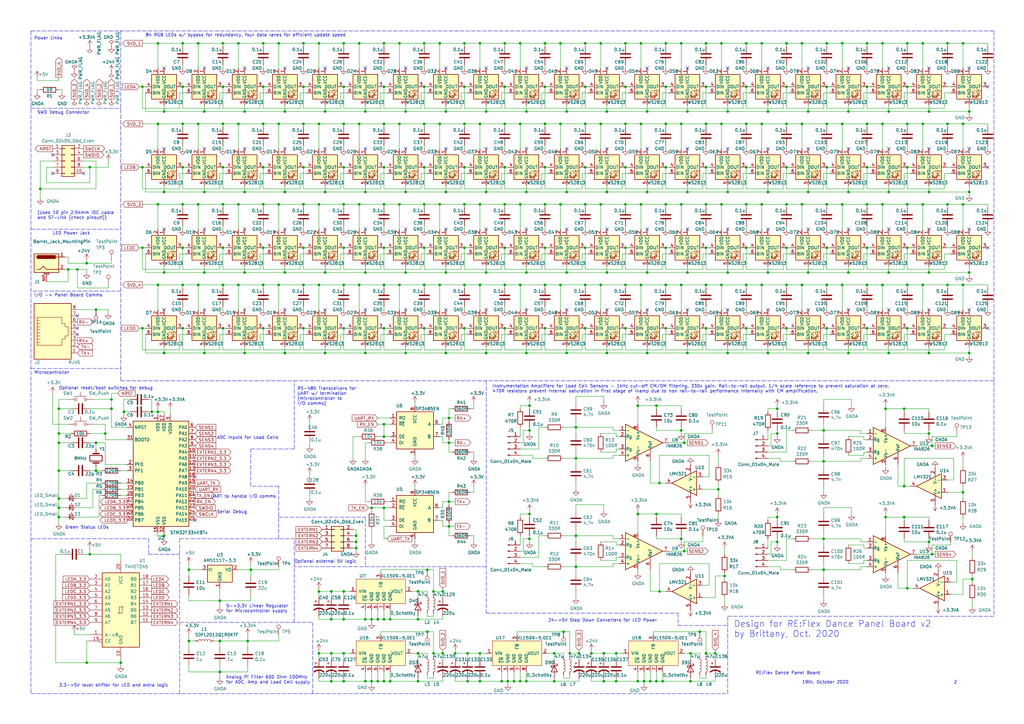
<source format=kicad_sch>
(kicad_sch (version 20211123) (generator eeschema)
  (paper "A3")
  (junction (at 181.61 267.97))
  (junction (at 295.91 17.78))
  (junction (at 173.99 50.8))
  (junction (at 173.99 68.58))
  (junction (at 24.13 208.28))
  (junction (at 269.24 210.82))
  (junction (at 157.48 83.82))
  (junction (at 166.37 111.76))
  (junction (at 207.01 68.58))
  (junction (at 370.84 212.09))
  (junction (at 217.17 176.53))
  (junction (at 328.93 83.82))
  (junction (at 339.09 101.6))
  (junction (at 91.44 83.82))
  (junction (at 298.45 111.76))
  (junction (at 261.62 210.82))
  (junction (at 180.34 83.82))
  (junction (at 318.77 177.8))
  (junction (at 328.93 17.78))
  (junction (at 240.03 116.84))
  (junction (at 381 144.78))
  (junction (at 248.92 144.78))
  (junction (at 45.72 167.64))
  (junction (at 97.79 116.84))
  (junction (at 152.4 279.4))
  (junction (at 289.56 101.6))
  (junction (at 318.77 167.64))
  (junction (at 388.62 83.82))
  (junction (at 157.48 17.78))
  (junction (at 67.31 111.76))
  (junction (at 97.79 17.78))
  (junction (at 140.97 68.58))
  (junction (at 240.03 68.58))
  (junction (at 100.33 144.78))
  (junction (at 186.69 267.97))
  (junction (at 97.79 83.82))
  (junction (at 58.42 68.58))
  (junction (at 215.9 111.76))
  (junction (at 236.22 219.71))
  (junction (at 215.9 279.4))
  (junction (at 147.32 116.84))
  (junction (at 331.47 111.76))
  (junction (at 74.93 17.78))
  (junction (at 246.38 116.84))
  (junction (at 312.42 17.78))
  (junction (at 289.56 134.62))
  (junction (at 184.15 205.74))
  (junction (at 232.41 45.72))
  (junction (at 181.61 242.57))
  (junction (at 43.18 177.8))
  (junction (at 213.36 279.4))
  (junction (at 381 177.8))
  (junction (at 256.54 101.6))
  (junction (at 157.48 179.07))
  (junction (at 355.6 134.62))
  (junction (at 312.42 50.8))
  (junction (at 140.97 134.62))
  (junction (at 372.11 101.6))
  (junction (at 130.81 242.57))
  (junction (at 107.95 116.84))
  (junction (at 295.91 50.8))
  (junction (at 149.86 144.78))
  (junction (at 31.75 110.49))
  (junction (at 279.4 176.53))
  (junction (at 114.3 116.84))
  (junction (at 140.97 116.84))
  (junction (at 322.58 17.78))
  (junction (at 213.36 83.82))
  (junction (at 298.45 45.72))
  (junction (at 372.11 116.84))
  (junction (at 147.32 17.78))
  (junction (at 135.89 254))
  (junction (at 261.62 166.37))
  (junction (at 295.91 116.84))
  (junction (at 36.83 227.33))
  (junction (at 24.13 204.47))
  (junction (at 248.92 111.76))
  (junction (at 397.51 144.78))
  (junction (at 388.62 50.8))
  (junction (at 339.09 83.82))
  (junction (at 306.07 101.6))
  (junction (at 67.31 144.78))
  (junction (at 146.05 222.25))
  (junction (at 289.56 17.78))
  (junction (at 50.8 168.91))
  (junction (at 388.62 116.84))
  (junction (at 67.31 219.71))
  (junction (at 135.89 267.97))
  (junction (at 293.37 267.97))
  (junction (at 35.56 107.95))
  (junction (at 298.45 78.74))
  (junction (at 240.03 35.56))
  (junction (at 294.64 200.66))
  (junction (at 331.47 144.78))
  (junction (at 64.77 83.82))
  (junction (at 223.52 116.84))
  (junction (at 182.88 144.78))
  (junction (at 345.44 17.78))
  (junction (at 372.11 50.8))
  (junction (at 133.35 111.76))
  (junction (at 135.89 279.4))
  (junction (at 177.8 267.97))
  (junction (at 345.44 50.8))
  (junction (at 215.9 45.72))
  (junction (at 140.97 242.57))
  (junction (at 207.01 101.6))
  (junction (at 173.99 17.78))
  (junction (at 248.92 78.74))
  (junction (at 49.53 271.78))
  (junction (at 306.07 50.8))
  (junction (at 264.16 279.4))
  (junction (at 114.3 83.82))
  (junction (at 322.58 116.84))
  (junction (at 163.83 17.78))
  (junction (at 62.23 168.91))
  (junction (at 322.58 50.8))
  (junction (at 199.39 144.78))
  (junction (at 35.56 271.78))
  (junction (at 91.44 101.6))
  (junction (at 378.46 50.8))
  (junction (at 173.99 35.56))
  (junction (at 233.68 267.97))
  (junction (at 24.13 212.09))
  (junction (at 240.03 83.82))
  (junction (at 130.81 83.82))
  (junction (at 154.94 279.4))
  (junction (at 107.95 134.62))
  (junction (at 247.65 267.97))
  (junction (at 196.85 50.8))
  (junction (at 322.58 134.62))
  (junction (at 140.97 267.97))
  (junction (at 64.77 17.78))
  (junction (at 306.07 17.78))
  (junction (at 74.93 50.8))
  (junction (at 279.4 83.82))
  (junction (at 215.9 144.78))
  (junction (at 146.05 224.79))
  (junction (at 246.38 17.78))
  (junction (at 289.56 116.84))
  (junction (at 337.82 176.53))
  (junction (at 394.97 201.93))
  (junction (at 398.78 237.49))
  (junction (at 140.97 50.8))
  (junction (at 114.3 17.78))
  (junction (at 140.97 101.6))
  (junction (at 83.82 45.72))
  (junction (at 217.17 210.82))
  (junction (at 355.6 83.82))
  (junction (at 81.28 116.84))
  (junction (at 382.27 182.88))
  (junction (at 157.48 279.4))
  (junction (at 397.51 111.76))
  (junction (at 364.49 144.78))
  (junction (at 394.97 116.84))
  (junction (at 273.05 134.62))
  (junction (at 381 111.76))
  (junction (at 107.95 68.58))
  (junction (at 101.6 262.89))
  (junction (at 175.26 259.08))
  (junction (at 175.26 233.68))
  (junction (at 265.43 45.72))
  (junction (at 124.46 17.78))
  (junction (at 91.44 134.62))
  (junction (at 184.15 181.61))
  (junction (at 27.94 110.49))
  (junction (at 45.72 163.83))
  (junction (at 363.22 212.09))
  (junction (at 163.83 50.8))
  (junction (at 229.87 17.78))
  (junction (at 180.34 17.78))
  (junction (at 266.7 279.4))
  (junction (at 339.09 35.56))
  (junction (at 190.5 50.8))
  (junction (at 81.28 17.78))
  (junction (at 191.77 279.4))
  (junction (at 256.54 134.62))
  (junction (at 124.46 83.82))
  (junction (at 339.09 134.62))
  (junction (at 171.45 242.57))
  (junction (at 363.22 167.64))
  (junction (at 306.07 134.62))
  (junction (at 248.92 45.72))
  (junction (at 312.42 83.82))
  (junction (at 381 45.72))
  (junction (at 124.46 35.56))
  (junction (at 133.35 144.78))
  (junction (at 39.37 193.04))
  (junction (at 232.41 144.78))
  (junction (at 262.89 83.82))
  (junction (at 64.77 50.8))
  (junction (at 355.6 35.56))
  (junction (at 213.36 17.78))
  (junction (at 328.93 116.84))
  (junction (at 149.86 45.72))
  (junction (at 237.49 267.97))
  (junction (at 157.48 254))
  (junction (at 83.82 111.76))
  (junction (at 314.96 144.78))
  (junction (at 210.82 279.4))
  (junction (at 262.89 116.84))
  (junction (at 207.01 50.8))
  (junction (at 240.03 101.6))
  (junction (at 223.52 83.82))
  (junction (at 265.43 111.76))
  (junction (at 133.35 78.74))
  (junction (at 283.21 267.97))
  (junction (at 242.57 267.97))
  (junction (at 171.45 267.97))
  (junction (at 378.46 17.78))
  (junction (at 364.49 45.72))
  (junction (at 229.87 83.82))
  (junction (at 163.83 83.82))
  (junction (at 91.44 116.84))
  (junction (at 74.93 83.82))
  (junction (at 100.33 111.76))
  (junction (at 90.17 262.89))
  (junction (at 337.82 233.68))
  (junction (at 130.81 267.97))
  (junction (at 124.46 116.84))
  (junction (at 199.39 45.72))
  (junction (at 149.86 254))
  (junction (at 269.24 279.4))
  (junction (at 64.77 168.91))
  (junction (at 130.81 17.78))
  (junction (at 261.62 279.4))
  (junction (at 67.31 78.74))
  (junction (at 273.05 68.58))
  (junction (at 173.99 134.62))
  (junction (at 347.98 144.78))
  (junction (at 314.96 45.72))
  (junction (at 246.38 83.82))
  (junction (at 191.77 267.97))
  (junction (at 231.14 259.08))
  (junction (at 372.11 17.78))
  (junction (at 133.35 45.72))
  (junction (at 273.05 83.82))
  (junction (at 271.78 279.4))
  (junction (at 173.99 83.82))
  (junction (at 394.97 83.82))
  (junction (at 196.85 267.97))
  (junction (at 199.39 111.76))
  (junction (at 157.48 116.84))
  (junction (at 124.46 68.58))
  (junction (at 347.98 78.74))
  (junction (at 289.56 267.97))
  (junction (at 177.8 242.57))
  (junction (at 283.21 279.4))
  (junction (at 388.62 17.78))
  (junction (at 287.02 259.08))
  (junction (at 289.56 50.8))
  (junction (at 199.39 78.74))
  (junction (at 328.93 50.8))
  (junction (at 39.37 127))
  (junction (at 265.43 78.74))
  (junction (at 372.11 83.82))
  (junction (at 140.97 35.56))
  (junction (at 91.44 35.56))
  (junction (at 207.01 35.56))
  (junction (at 355.6 17.78))
  (junction (at 370.84 167.64))
  (junction (at 180.34 116.84))
  (junction (at 196.85 17.78))
  (junction (at 273.05 17.78))
  (junction (at 140.97 17.78))
  (junction (at 91.44 50.8))
  (junction (at 217.17 220.98))
  (junction (at 240.03 134.62))
  (junction (at 116.84 111.76))
  (junction (at 130.81 50.8))
  (junction (at 236.22 187.96))
  (junction (at 171.45 279.4))
  (junction (at 227.33 267.97))
  (junction (at 337.82 220.98))
  (junction (at 229.87 50.8))
  (junction (at 58.42 35.56))
  (junction (at 190.5 35.56))
  (junction (at 152.4 208.28))
  (junction (at 24.13 167.64))
  (junction (at 322.58 35.56))
  (junction (at 124.46 134.62))
  (junction (at 146.05 219.71))
  (junction (at 190.5 17.78))
  (junction (at 236.22 175.26))
  (junction (at 149.86 279.4))
  (junction (at 67.31 45.72))
  (junction (at 190.5 116.84))
  (junction (at 74.93 101.6))
  (junction (at 149.86 111.76))
  (junction (at 223.52 134.62))
  (junction (at 107.95 35.56))
  (junction (at 107.95 50.8))
  (junction (at 240.03 50.8))
  (junction (at 355.6 116.84))
  (junction (at 227.33 279.4))
  (junction (at 116.84 45.72))
  (junction (at 217.17 166.37))
  (junction (at 215.9 78.74))
  (junction (at 361.95 83.82))
  (junction (at 289.56 68.58))
  (junction (at 372.11 241.3))
  (junction (at 361.95 17.78))
  (junction (at 370.84 199.39))
  (junction (at 182.88 45.72))
  (junction (at 157.48 173.99))
  (junction (at 361.95 116.84))
  (junction (at 345.44 116.84))
  (junction (at 361.95 50.8))
  (junction (at 295.91 83.82))
  (junction (at 160.02 254))
  (junction (at 246.38 50.8))
  (junction (at 281.94 144.78))
  (junction (at 397.51 45.72))
  (junction (at 140.97 254))
  (junction (at 252.73 267.97))
  (junction (at 36.83 68.58))
  (junction (at 166.37 78.74))
  (junction (at 322.58 68.58))
  (junction (at 24.13 193.04))
  (junction (at 90.17 246.38))
  (junction (at 91.44 17.78))
  (junction (at 16.51 77.47))
  (junction (at 256.54 50.8))
  (junction (at 223.52 17.78))
  (junction (at 91.44 68.58))
  (junction (at 306.07 35.56))
  (junction (at 140.97 83.82))
  (junction (at 196.85 116.84))
  (junction (at 171.45 254))
  (junction (at 107.95 101.6))
  (junction (at 157.48 134.62))
  (junction (at 190.5 134.62))
  (junction (at 289.56 35.56))
  (junction (at 64.77 116.84))
  (junction (at 157.48 101.6))
  (junction (at 124.46 50.8))
  (junction (at 378.46 116.84))
  (junction (at 74.93 134.62))
  (junction (at 339.09 50.8))
  (junction (at 81.28 83.82))
  (junction (at 281.94 111.76))
  (junction (at 394.97 17.78))
  (junction (at 190.5 83.82))
  (junction (at 184.15 215.9))
  (junction (at 355.6 101.6))
  (junction (at 190.5 101.6))
  (junction (at 339.09 116.84))
  (junction (at 256.54 116.84))
  (junction (at 207.01 17.78))
  (junction (at 339.09 68.58))
  (junction (at 236.22 232.41))
  (junction (at 147.32 83.82))
  (junction (at 298.45 144.78))
  (junction (at 24.13 177.8))
  (junction (at 163.83 116.84))
  (junction (at 182.88 111.76))
  (junction (at 207.01 134.62))
  (junction (at 394.97 50.8))
  (junction (at 331.47 45.72))
  (junction (at 205.74 279.4))
  (junction (at 114.3 50.8))
  (junction (at 232.41 111.76))
  (junction (at 58.42 101.6))
  (junction (at 331.47 78.74))
  (junction (at 312.42 116.84))
  (junction (at 223.52 68.58))
  (junction (at 208.28 279.4))
  (junction (at 74.93 116.84))
  (junction (at 355.6 50.8))
  (junction (at 397.51 78.74))
  (junction (at 382.27 227.33))
  (junction (at 190.5 68.58))
  (junction (at 306.07 83.82))
  (junction (at 74.93 35.56))
  (junction (at 337.82 189.23))
  (junction (at 306.07 68.58))
  (junction (at 77.47 233.68))
  (junction (at 229.87 116.84))
  (junction (at 116.84 144.78))
  (junction (at 262.89 50.8))
  (junction (at 347.98 45.72))
  (junction (at 281.94 78.74))
  (junction (at 273.05 116.84))
  (junction (at 372.11 134.62))
  (junction (at 273.05 101.6))
  (junction (at 256.54 17.78))
  (junction (at 314.96 111.76))
  (junction (at 116.84 78.74))
  (junction (at 223.52 50.8))
  (junction (at 281.94 45.72))
  (junction (at 149.86 78.74))
  (junction (at 196.85 279.4))
  (junction (at 152.4 254))
  (junction (at 280.67 181.61))
  (junction (at 213.36 50.8))
  (junction (at 166.37 45.72))
  (junction (at 140.97 279.4))
  (junction (at 262.89 17.78))
  (junction (at 223.52 35.56))
  (junction (at 182.88 78.74))
  (junction (at 279.4 220.98))
  (junction (at 184.15 171.45))
  (junction (at 314.96 78.74))
  (junction (at 180.34 50.8))
  (junction (at 83.82 78.74))
  (junction (at 280.67 226.06))
  (junction (at 147.32 50.8))
  (junction (at 154.94 254))
  (junction (at 77.47 262.89))
  (junction (at 289.56 83.82))
  (junction (at 24.13 181.61))
  (junction (at 270.51 242.57))
  (junction (at 107.95 83.82))
  (junction (at 372.11 68.58))
  (junction (at 157.48 35.56))
  (junction (at 270.51 198.12))
  (junction (at 347.98 111.76))
  (junction (at 297.18 236.22))
  (junction (at 265.43 144.78))
  (junction (at 322.58 83.82))
  (junction (at 273.05 50.8))
  (junction (at 100.33 45.72))
  (junction (at 381 78.74))
  (junction (at 252.73 279.4))
  (junction (at 74.93 68.58))
  (junction (at 166.37 144.78))
  (junction (at 364.49 111.76))
  (junction (at 318.77 222.25))
  (junction (at 39.37 181.61))
  (junction (at 381 222.25))
  (junction (at 345.44 83.82))
  (junction (at 279.4 50.8))
  (junction (at 232.41 78.74))
  (junction (at 173.99 101.6))
  (junction (at 322.58 101.6))
  (junction (at 207.01 83.82))
  (junction (at 135.89 242.57))
  (junction (at 279.4 116.84))
  (junction (at 90.17 275.59))
  (junction (at 157.48 208.28))
  (junction (at 58.42 134.62))
  (junction (at 81.28 50.8))
  (junction (at 97.79 50.8))
  (junction (at 157.48 68.58))
  (junction (at 269.24 166.37))
  (junction (at 256.54 35.56))
  (junction (at 223.52 101.6))
  (junction (at 339.09 17.78))
  (junction (at 355.6 68.58))
  (junction (at 306.07 116.84))
  (junction (at 364.49 78.74))
  (junction (at 83.82 144.78))
  (junction (at 372.11 35.56))
  (junction (at 157.48 50.8))
  (junction (at 100.33 78.74))
  (junction (at 247.65 279.4))
  (junction (at 213.36 116.84))
  (junction (at 196.85 83.82))
  (junction (at 256.54 83.82))
  (junction (at 378.46 83.82))
  (junction (at 160.02 279.4))
  (junction (at 279.4 17.78))
  (junction (at 107.95 17.78))
  (junction (at 240.03 17.78))
  (junction (at 130.81 116.84))
  (junction (at 124.46 101.6))
  (junction (at 256.54 68.58))
  (junction (at 207.01 116.84))
  (junction (at 102.87 233.68))
  (junction (at 273.05 35.56))
  (junction (at 173.99 116.84))
  (junction (at 318.77 212.09))
  (no_connect (at 149.86 127))
  (no_connect (at 199.39 60.96))
  (no_connect (at 182.88 127))
  (no_connect (at 133.35 93.98))
  (no_connect (at 83.82 93.98))
  (no_connect (at 34.29 71.12))
  (no_connect (at 364.49 27.94))
  (no_connect (at 166.37 27.94))
  (no_connect (at 67.31 93.98))
  (no_connect (at 83.82 60.96))
  (no_connect (at 331.47 127))
  (no_connect (at 67.31 60.96))
  (no_connect (at 166.37 93.98))
  (no_connect (at 116.84 60.96))
  (no_connect (at 347.98 127))
  (no_connect (at 265.43 127))
  (no_connect (at 182.88 27.94))
  (no_connect (at 314.96 60.96))
  (no_connect (at 199.39 93.98))
  (no_connect (at 215.9 27.94))
  (no_connect (at 67.31 127))
  (no_connect (at 248.92 27.94))
  (no_connect (at 182.88 60.96))
  (no_connect (at 248.92 93.98))
  (no_connect (at 347.98 27.94))
  (no_connect (at 215.9 60.96))
  (no_connect (at 405.13 134.62))
  (no_connect (at 314.96 27.94))
  (no_connect (at 381 127))
  (no_connect (at 381 93.98))
  (no_connect (at 166.37 127))
  (no_connect (at 67.31 27.94))
  (no_connect (at 133.35 60.96))
  (no_connect (at 405.13 101.6))
  (no_connect (at 331.47 60.96))
  (no_connect (at 281.94 127))
  (no_connect (at 298.45 93.98))
  (no_connect (at 80.01 213.36))
  (no_connect (at 166.37 60.96))
  (no_connect (at 31.75 134.62))
  (no_connect (at 405.13 68.58))
  (no_connect (at 281.94 27.94))
  (no_connect (at 397.51 27.94))
  (no_connect (at 281.94 60.96))
  (no_connect (at 405.13 35.56))
  (no_connect (at 100.33 127))
  (no_connect (at 314.96 127))
  (no_connect (at 265.43 93.98))
  (no_connect (at 80.01 195.58))
  (no_connect (at 397.51 93.98))
  (no_connect (at 133.35 27.94))
  (no_connect (at 397.51 127))
  (no_connect (at 298.45 127))
  (no_connect (at 381 27.94))
  (no_connect (at 31.75 129.54))
  (no_connect (at 364.49 127))
  (no_connect (at 248.92 60.96))
  (no_connect (at 149.86 93.98))
  (no_connect (at 133.35 127))
  (no_connect (at 381 60.96))
  (no_connect (at 100.33 60.96))
  (no_connect (at 199.39 127))
  (no_connect (at 100.33 93.98))
  (no_connect (at 21.59 71.12))
  (no_connect (at 265.43 60.96))
  (no_connect (at 331.47 27.94))
  (no_connect (at 83.82 127))
  (no_connect (at 116.84 27.94))
  (no_connect (at 21.59 63.5))
  (no_connect (at 281.94 93.98))
  (no_connect (at 100.33 27.94))
  (no_connect (at 149.86 27.94))
  (no_connect (at 116.84 127))
  (no_connect (at 232.41 127))
  (no_connect (at 199.39 27.94))
  (no_connect (at 364.49 60.96))
  (no_connect (at 232.41 93.98))
  (no_connect (at 232.41 60.96))
  (no_connect (at 31.75 137.16))
  (no_connect (at 248.92 127))
  (no_connect (at 215.9 93.98))
  (no_connect (at 265.43 27.94))
  (no_connect (at 232.41 27.94))
  (no_connect (at 298.45 27.94))
  (no_connect (at 298.45 60.96))
  (no_connect (at 364.49 93.98))
  (no_connect (at 347.98 60.96))
  (no_connect (at 149.86 60.96))
  (no_connect (at 83.82 27.94))
  (no_connect (at 116.84 93.98))
  (no_connect (at 215.9 127))
  (no_connect (at 397.51 60.96))
  (no_connect (at 314.96 93.98))
  (no_connect (at 331.47 93.98))
  (no_connect (at 347.98 93.98))
  (no_connect (at 182.88 93.98))
  (wire (pts (xy 189.23 38.1) (xy 191.77 38.1)))
  (wire (pts (xy 30.48 259.08) (xy 30.48 260.35)))
  (wire (pts (xy 223.52 50.8) (xy 213.36 50.8)))
  (wire (pts (xy 381 144.78) (xy 397.51 144.78)))
  (wire (pts (xy 157.48 44.45) (xy 172.72 44.45)))
  (wire (pts (xy 388.62 17.78) (xy 394.97 17.78)))
  (wire (pts (xy 353.06 187.96) (xy 355.6 187.96)))
  (wire (pts (xy 181.61 215.9) (xy 184.15 215.9)))
  (wire (pts (xy 205.74 104.14) (xy 208.28 104.14)))
  (wire (pts (xy 45.72 161.29) (xy 45.72 163.83)))
  (wire (pts (xy 124.46 101.6) (xy 124.46 110.49)))
  (wire (pts (xy 363.22 212.09) (xy 363.22 219.71)))
  (wire (pts (xy 339.09 85.09) (xy 339.09 83.82)))
  (wire (pts (xy 223.52 17.78) (xy 229.87 17.78)))
  (wire (pts (xy 281.94 76.2) (xy 281.94 78.74)))
  (wire (pts (xy 381 45.72) (xy 397.51 45.72)))
  (polyline (pts (xy 12.7 284.48) (xy 298.45 284.48)))
  (wire (pts (xy 289.56 93.98) (xy 289.56 92.71)))
  (wire (pts (xy 116.84 78.74) (xy 133.35 78.74)))
  (wire (pts (xy 322.58 134.62) (xy 322.58 143.51)))
  (wire (pts (xy 172.72 143.51) (xy 172.72 137.16)))
  (wire (pts (xy 74.93 110.49) (xy 90.17 110.49)))
  (wire (pts (xy 271.78 38.1) (xy 274.32 38.1)))
  (wire (pts (xy 242.57 267.97) (xy 242.57 266.7)))
  (wire (pts (xy 73.66 38.1) (xy 76.2 38.1)))
  (wire (pts (xy 337.82 220.98) (xy 337.82 223.52)))
  (wire (pts (xy 90.17 275.59) (xy 90.17 273.05)))
  (wire (pts (xy 322.58 17.78) (xy 328.93 17.78)))
  (wire (pts (xy 92.71 134.62) (xy 91.44 134.62)))
  (wire (pts (xy 370.84 213.36) (xy 370.84 212.09)))
  (wire (pts (xy 378.46 27.94) (xy 378.46 17.78)))
  (wire (pts (xy 354.33 224.79) (xy 355.6 224.79)))
  (wire (pts (xy 240.03 85.09) (xy 240.03 83.82)))
  (wire (pts (xy 236.22 219.71) (xy 236.22 222.25)))
  (wire (pts (xy 355.6 50.8) (xy 361.95 50.8)))
  (polyline (pts (xy 298.45 284.48) (xy 298.45 252.73)))
  (wire (pts (xy 91.44 52.07) (xy 91.44 50.8)))
  (wire (pts (xy 109.22 35.56) (xy 107.95 35.56)))
  (wire (pts (xy 177.8 259.08) (xy 175.26 259.08)))
  (wire (pts (xy 69.85 170.18) (xy 69.85 167.64)))
  (wire (pts (xy 322.58 93.98) (xy 322.58 92.71)))
  (wire (pts (xy 181.61 245.11) (xy 181.61 242.57)))
  (wire (pts (xy 256.54 83.82) (xy 262.89 83.82)))
  (wire (pts (xy 273.05 93.98) (xy 273.05 92.71)))
  (wire (pts (xy 269.24 279.4) (xy 271.78 279.4)))
  (wire (pts (xy 289.56 259.08) (xy 287.02 259.08)))
  (wire (pts (xy 361.95 127) (xy 361.95 116.84)))
  (wire (pts (xy 261.62 210.82) (xy 261.62 218.44)))
  (wire (pts (xy 223.52 83.82) (xy 229.87 83.82)))
  (wire (pts (xy 405.13 27.94) (xy 405.13 26.67)))
  (wire (pts (xy 340.36 134.62) (xy 339.09 134.62)))
  (wire (pts (xy 31.75 110.49) (xy 35.56 110.49)))
  (wire (pts (xy 372.11 77.47) (xy 387.35 77.47)))
  (wire (pts (xy 248.92 144.78) (xy 265.43 144.78)))
  (wire (pts (xy 97.79 60.96) (xy 97.79 50.8)))
  (wire (pts (xy 269.24 212.09) (xy 269.24 210.82)))
  (wire (pts (xy 124.46 52.07) (xy 124.46 50.8)))
  (wire (pts (xy 106.68 137.16) (xy 109.22 137.16)))
  (wire (pts (xy 240.03 101.6) (xy 240.03 110.49)))
  (wire (pts (xy 339.09 83.82) (xy 328.93 83.82)))
  (wire (pts (xy 199.39 109.22) (xy 199.39 111.76)))
  (wire (pts (xy 388.62 116.84) (xy 394.97 116.84)))
  (wire (pts (xy 273.05 19.05) (xy 273.05 17.78)))
  (wire (pts (xy 382.27 179.07) (xy 382.27 182.88)))
  (wire (pts (xy 175.26 134.62) (xy 173.99 134.62)))
  (wire (pts (xy 215.9 275.59) (xy 215.9 279.4)))
  (wire (pts (xy 353.06 233.68) (xy 353.06 232.41)))
  (wire (pts (xy 222.25 104.14) (xy 224.79 104.14)))
  (wire (pts (xy 223.52 19.05) (xy 223.52 17.78)))
  (wire (pts (xy 43.18 180.34) (xy 43.18 177.8)))
  (wire (pts (xy 252.73 179.07) (xy 254 179.07)))
  (wire (pts (xy 173.99 60.96) (xy 173.99 59.69)))
  (wire (pts (xy 175.26 278.13) (xy 177.8 278.13)))
  (wire (pts (xy 191.77 101.6) (xy 190.5 101.6)))
  (wire (pts (xy 207.01 77.47) (xy 222.25 77.47)))
  (wire (pts (xy 130.81 27.94) (xy 130.81 17.78)))
  (wire (pts (xy 149.86 205.74) (xy 151.13 205.74)))
  (wire (pts (xy 91.44 68.58) (xy 91.44 77.47)))
  (wire (pts (xy 355.6 19.05) (xy 355.6 17.78)))
  (wire (pts (xy 157.48 52.07) (xy 157.48 50.8)))
  (wire (pts (xy 273.05 110.49) (xy 288.29 110.49)))
  (wire (pts (xy 274.32 181.61) (xy 280.67 181.61)))
  (wire (pts (xy 281.94 109.22) (xy 281.94 111.76)))
  (wire (pts (xy 292.1 176.53) (xy 292.1 177.8)))
  (wire (pts (xy 142.24 68.58) (xy 140.97 68.58)))
  (wire (pts (xy 223.52 127) (xy 223.52 125.73)))
  (wire (pts (xy 74.93 116.84) (xy 64.77 116.84)))
  (wire (pts (xy 331.47 111.76) (xy 347.98 111.76)))
  (wire (pts (xy 229.87 93.98) (xy 229.87 83.82)))
  (wire (pts (xy 91.44 93.98) (xy 91.44 92.71)))
  (wire (pts (xy 328.93 27.94) (xy 328.93 17.78)))
  (polyline (pts (xy 128.27 284.48) (xy 128.27 255.27)))
  (wire (pts (xy 224.79 101.6) (xy 223.52 101.6)))
  (wire (pts (xy 116.84 109.22) (xy 116.84 111.76)))
  (wire (pts (xy 345.44 127) (xy 345.44 116.84)))
  (wire (pts (xy 339.09 134.62) (xy 339.09 143.51)))
  (wire (pts (xy 74.93 101.6) (xy 74.93 110.49)))
  (wire (pts (xy 140.97 93.98) (xy 140.97 92.71)))
  (wire (pts (xy 50.8 170.18) (xy 50.8 168.91)))
  (wire (pts (xy 130.81 93.98) (xy 130.81 83.82)))
  (wire (pts (xy 213.36 181.61) (xy 214.63 181.61)))
  (wire (pts (xy 130.81 254) (xy 135.89 254)))
  (wire (pts (xy 184.15 181.61) (xy 184.15 185.42)))
  (polyline (pts (xy 12.7 12.7) (xy 407.67 12.7)))
  (wire (pts (xy 215.9 109.22) (xy 215.9 111.76)))
  (wire (pts (xy 280.67 267.97) (xy 283.21 267.97)))
  (wire (pts (xy 124.46 50.8) (xy 114.3 50.8)))
  (wire (pts (xy 31.75 127) (xy 39.37 127)))
  (wire (pts (xy 58.42 44.45) (xy 73.66 44.45)))
  (wire (pts (xy 124.46 134.62) (xy 124.46 143.51)))
  (wire (pts (xy 306.07 19.05) (xy 306.07 17.78)))
  (wire (pts (xy 223.52 101.6) (xy 223.52 110.49)))
  (wire (pts (xy 394.97 27.94) (xy 394.97 17.78)))
  (wire (pts (xy 288.29 222.25) (xy 280.67 222.25)))
  (wire (pts (xy 74.93 143.51) (xy 90.17 143.51)))
  (wire (pts (xy 175.26 233.68) (xy 156.21 233.68)))
  (wire (pts (xy 97.79 27.94) (xy 97.79 17.78)))
  (wire (pts (xy 289.56 50.8) (xy 279.4 50.8)))
  (polyline (pts (xy 199.39 251.46) (xy 278.13 251.46)))
  (wire (pts (xy 90.17 38.1) (xy 92.71 38.1)))
  (wire (pts (xy 207.01 110.49) (xy 222.25 110.49)))
  (wire (pts (xy 114.3 93.98) (xy 114.3 83.82)))
  (wire (pts (xy 190.5 17.78) (xy 180.34 17.78)))
  (wire (pts (xy 375.92 227.33) (xy 382.27 227.33)))
  (wire (pts (xy 160.02 254) (xy 171.45 254)))
  (wire (pts (xy 256.54 116.84) (xy 262.89 116.84)))
  (wire (pts (xy 370.84 71.12) (xy 373.38 71.12)))
  (wire (pts (xy 133.35 45.72) (xy 149.86 45.72)))
  (wire (pts (xy 91.44 50.8) (xy 97.79 50.8)))
  (wire (pts (xy 139.7 77.47) (xy 139.7 71.12)))
  (wire (pts (xy 139.7 38.1) (xy 142.24 38.1)))
  (wire (pts (xy 87.63 262.89) (xy 90.17 262.89)))
  (polyline (pts (xy 114.3 199.39) (xy 102.87 199.39)))
  (wire (pts (xy 388.62 68.58) (xy 389.89 68.58)))
  (wire (pts (xy 322.58 52.07) (xy 322.58 50.8)))
  (wire (pts (xy 91.44 118.11) (xy 91.44 116.84)))
  (wire (pts (xy 91.44 17.78) (xy 81.28 17.78)))
  (wire (pts (xy 240.03 127) (xy 240.03 125.73)))
  (wire (pts (xy 171.45 242.57) (xy 175.26 242.57)))
  (wire (pts (xy 45.72 107.95) (xy 35.56 107.95)))
  (wire (pts (xy 256.54 17.78) (xy 246.38 17.78)))
  (wire (pts (xy 116.84 43.18) (xy 116.84 45.72)))
  (wire (pts (xy 184.15 215.9) (xy 184.15 214.63)))
  (polyline (pts (xy 407.67 12.7) (xy 407.67 252.73)))
  (wire (pts (xy 140.97 50.8) (xy 130.81 50.8)))
  (wire (pts (xy 368.3 199.39) (xy 370.84 199.39)))
  (wire (pts (xy 83.82 76.2) (xy 83.82 78.74)))
  (wire (pts (xy 151.13 181.61) (xy 149.86 181.61)))
  (wire (pts (xy 67.31 109.22) (xy 67.31 111.76)))
  (wire (pts (xy 339.09 93.98) (xy 339.09 92.71)))
  (wire (pts (xy 180.34 60.96) (xy 180.34 50.8)))
  (wire (pts (xy 274.32 35.56) (xy 273.05 35.56)))
  (wire (pts (xy 140.97 270.51) (xy 140.97 267.97)))
  (wire (pts (xy 124.46 17.78) (xy 114.3 17.78)))
  (wire (pts (xy 247.65 270.51) (xy 247.65 267.97)))
  (polyline (pts (xy 49.53 119.38) (xy 12.7 119.38)))
  (wire (pts (xy 293.37 279.4) (xy 283.21 279.4)))
  (wire (pts (xy 337.82 208.28) (xy 349.25 208.28)))
  (wire (pts (xy 100.33 78.74) (xy 116.84 78.74)))
  (wire (pts (xy 273.05 116.84) (xy 279.4 116.84)))
  (wire (pts (xy 233.68 259.08) (xy 231.14 259.08)))
  (wire (pts (xy 43.18 190.5) (xy 52.07 190.5)))
  (wire (pts (xy 397.51 78.74) (xy 397.51 80.01)))
  (wire (pts (xy 91.44 19.05) (xy 91.44 17.78)))
  (wire (pts (xy 248.92 142.24) (xy 248.92 144.78)))
  (wire (pts (xy 210.82 279.4) (xy 213.36 279.4)))
  (wire (pts (xy 283.21 267.97) (xy 287.02 267.97)))
  (wire (pts (xy 294.64 213.36) (xy 294.64 210.82)))
  (wire (pts (xy 372.11 27.94) (xy 372.11 26.67)))
  (wire (pts (xy 207.01 83.82) (xy 196.85 83.82)))
  (wire (pts (xy 177.8 269.24) (xy 177.8 267.97)))
  (wire (pts (xy 49.53 193.04) (xy 52.07 193.04)))
  (wire (pts (xy 314.96 168.91) (xy 314.96 167.64)))
  (wire (pts (xy 166.37 144.78) (xy 182.88 144.78)))
  (wire (pts (xy 217.17 166.37) (xy 217.17 167.64)))
  (wire (pts (xy 157.48 208.28) (xy 160.02 208.28)))
  (wire (pts (xy 107.95 50.8) (xy 97.79 50.8)))
  (wire (pts (xy 294.64 200.66) (xy 294.64 203.2)))
  (wire (pts (xy 74.93 68.58) (xy 74.93 77.47)))
  (wire (pts (xy 394.97 214.63) (xy 394.97 212.09)))
  (wire (pts (xy 64.77 127) (xy 64.77 116.84)))
  (wire (pts (xy 83.82 43.18) (xy 83.82 45.72)))
  (wire (pts (xy 107.95 60.96) (xy 107.95 59.69)))
  (wire (pts (xy 337.82 166.37) (xy 337.82 163.83)))
  (wire (pts (xy 288.29 245.11) (xy 293.37 245.11)))
  (wire (pts (xy 378.46 93.98) (xy 378.46 83.82)))
  (wire (pts (xy 273.05 85.09) (xy 273.05 83.82)))
  (wire (pts (xy 339.09 50.8) (xy 328.93 50.8)))
  (wire (pts (xy 233.68 278.13) (xy 233.68 276.86)))
  (polyline (pts (xy 199.39 232.41) (xy 120.65 232.41)))
  (wire (pts (xy 318.77 166.37) (xy 318.77 167.64)))
  (wire (pts (xy 289.56 278.13) (xy 289.56 276.86)))
  (wire (pts (xy 223.52 50.8) (xy 229.87 50.8)))
  (wire (pts (xy 223.52 116.84) (xy 213.36 116.84)))
  (wire (pts (xy 306.07 127) (xy 306.07 125.73)))
  (wire (pts (xy 149.86 250.19) (xy 149.86 254)))
  (wire (pts (xy 49.53 198.12) (xy 52.07 198.12)))
  (wire (pts (xy 74.93 17.78) (xy 64.77 17.78)))
  (polyline (pts (xy 12.7 93.98) (xy 49.53 93.98)))
  (wire (pts (xy 173.99 27.94) (xy 173.99 26.67)))
  (wire (pts (xy 181.61 252.73) (xy 181.61 254)))
  (wire (pts (xy 52.07 175.26) (xy 45.72 175.26)))
  (wire (pts (xy 149.86 45.72) (xy 166.37 45.72)))
  (wire (pts (xy 101.6 275.59) (xy 101.6 273.05)))
  (wire (pts (xy 149.86 142.24) (xy 149.86 144.78)))
  (wire (pts (xy 223.52 118.11) (xy 223.52 116.84)))
  (wire (pts (xy 127 181.61) (xy 127 182.88)))
  (wire (pts (xy 91.44 143.51) (xy 106.68 143.51)))
  (wire (pts (xy 354.33 180.34) (xy 355.6 180.34)))
  (wire (pts (xy 173.99 101.6) (xy 173.99 110.49)))
  (wire (pts (xy 347.98 78.74) (xy 364.49 78.74)))
  (wire (pts (xy 107.95 93.98) (xy 107.95 92.71)))
  (wire (pts (xy 208.28 35.56) (xy 207.01 35.56)))
  (wire (pts (xy 152.4 217.17) (xy 152.4 222.25)))
  (wire (pts (xy 322.58 60.96) (xy 322.58 59.69)))
  (wire (pts (xy 240.03 118.11) (xy 240.03 116.84)))
  (wire (pts (xy 144.78 222.25) (xy 146.05 222.25)))
  (wire (pts (xy 181.61 278.13) (xy 181.61 279.4)))
  (wire (pts (xy 392.43 177.8) (xy 392.43 179.07)))
  (wire (pts (xy 59.69 38.1) (xy 59.69 45.72)))
  (wire (pts (xy 381 111.76) (xy 397.51 111.76)))
  (wire (pts (xy 24.13 33.02) (xy 24.13 31.75)))
  (wire (pts (xy 214.63 176.53) (xy 217.17 176.53)))
  (wire (pts (xy 318.77 179.07) (xy 318.77 177.8)))
  (wire (pts (xy 255.27 44.45) (xy 255.27 38.1)))
  (wire (pts (xy 280.67 222.25) (xy 280.67 226.06)))
  (wire (pts (xy 147.32 60.96) (xy 147.32 50.8)))
  (wire (pts (xy 139.7 71.12) (xy 142.24 71.12)))
  (wire (pts (xy 273.05 44.45) (xy 288.29 44.45)))
  (wire (pts (xy 191.77 279.4) (xy 196.85 279.4)))
  (wire (pts (xy 173.99 83.82) (xy 163.83 83.82)))
  (wire (pts (xy 323.85 134.62) (xy 322.58 134.62)))
  (wire (pts (xy 220.98 228.6) (xy 220.98 219.71)))
  (wire (pts (xy 124.46 77.47) (xy 139.7 77.47)))
  (wire (pts (xy 287.02 259.08) (xy 267.97 259.08)))
  (wire (pts (xy 287.02 267.97) (xy 287.02 269.24)))
  (wire (pts (xy 124.46 60.96) (xy 124.46 59.69)))
  (wire (pts (xy 353.06 220.98) (xy 353.06 222.25)))
  (wire (pts (xy 381 109.22) (xy 381 111.76)))
  (wire (pts (xy 152.4 209.55) (xy 152.4 208.28)))
  (wire (pts (xy 289.56 44.45) (xy 304.8 44.45)))
  (wire (pts (xy 236.22 187.96) (xy 251.46 187.96)))
  (wire (pts (xy 157.48 179.07) (xy 157.48 173.99)))
  (wire (pts (xy 190.5 83.82) (xy 196.85 83.82)))
  (wire (pts (xy 101.6 262.89) (xy 101.6 260.35)))
  (wire (pts (xy 208.28 280.67) (xy 208.28 279.4)))
  (wire (pts (xy 252.73 267.97) (xy 255.27 267.97)))
  (wire (pts (xy 255.27 77.47) (xy 255.27 71.12)))
  (wire (pts (xy 273.05 68.58) (xy 273.05 77.47)))
  (wire (pts (xy 157.48 143.51) (xy 172.72 143.51)))
  (wire (pts (xy 59.69 104.14) (xy 59.69 111.76)))
  (wire (pts (xy 394.97 243.84) (xy 394.97 237.49)))
  (wire (pts (xy 142.24 101.6) (xy 140.97 101.6)))
  (wire (pts (xy 133.35 144.78) (xy 149.86 144.78)))
  (wire (pts (xy 157.48 50.8) (xy 147.32 50.8)))
  (wire (pts (xy 246.38 60.96) (xy 246.38 50.8)))
  (wire (pts (xy 238.76 143.51) (xy 238.76 137.16)))
  (wire (pts (xy 321.31 104.14) (xy 323.85 104.14)))
  (wire (pts (xy 35.56 198.12) (xy 41.91 198.12)))
  (wire (pts (xy 256.54 134.62) (xy 256.54 143.51)))
  (wire (pts (xy 194.31 165.1) (xy 194.31 167.64)))
  (wire (pts (xy 157.48 250.19) (xy 157.48 254)))
  (wire (pts (xy 332.74 233.68) (xy 337.82 233.68)))
  (wire (pts (xy 347.98 45.72) (xy 364.49 45.72)))
  (wire (pts (xy 100.33 76.2) (xy 100.33 78.74)))
  (wire (pts (xy 35.56 271.78) (xy 49.53 271.78)))
  (wire (pts (xy 215.9 45.72) (xy 232.41 45.72)))
  (wire (pts (xy 19.05 74.93) (xy 36.83 74.93)))
  (wire (pts (xy 273.05 35.56) (xy 273.05 44.45)))
  (wire (pts (xy 67.31 168.91) (xy 67.31 170.18)))
  (wire (pts (xy 236.22 245.11) (xy 236.22 242.57)))
  (wire (pts (xy 271.78 44.45) (xy 271.78 38.1)))
  (wire (pts (xy 64.77 168.91) (xy 64.77 167.64)))
  (wire (pts (xy 218.44 186.69) (xy 218.44 187.96)))
  (wire (pts (xy 394.97 237.49) (xy 398.78 237.49)))
  (wire (pts (xy 133.35 109.22) (xy 133.35 111.76)))
  (polyline (pts (xy 60.96 227.33) (xy 73.66 227.33)))
  (wire (pts (xy 58.42 17.78) (xy 64.77 17.78)))
  (wire (pts (xy 332.74 220.98) (xy 337.82 220.98)))
  (wire (pts (xy 269.24 166.37) (xy 279.4 166.37)))
  (wire (pts (xy 77.47 243.84) (xy 77.47 246.38)))
  (wire (pts (xy 405.13 60.96) (xy 405.13 59.69)))
  (wire (pts (xy 190.5 17.78) (xy 196.85 17.78)))
  (wire (pts (xy 405.13 85.09) (xy 405.13 83.82)))
  (wire (pts (xy 190.5 116.84) (xy 196.85 116.84)))
  (wire (pts (xy 387.35 71.12) (xy 389.89 71.12)))
  (wire (pts (xy 157.48 215.9) (xy 157.48 220.98)))
  (wire (pts (xy 44.45 116.84) (xy 44.45 118.11)))
  (wire (pts (xy 166.37 45.72) (xy 182.88 45.72)))
  (wire (pts (xy 190.5 60.96) (xy 190.5 59.69)))
  (wire (pts (xy 339.09 35.56) (xy 339.09 44.45)))
  (wire (pts (xy 318.77 167.64) (xy 318.77 168.91)))
  (wire (pts (xy 388.62 116.84) (xy 378.46 116.84)))
  (wire (pts (xy 388.62 118.11) (xy 388.62 116.84)))
  (wire (pts (xy 388.62 52.07) (xy 388.62 50.8)))
  (wire (pts (xy 45.72 175.26) (xy 45.72 167.64)))
  (wire (pts (xy 269.24 176.53) (xy 279.4 176.53)))
  (wire (pts (xy 322.58 229.87) (xy 322.58 220.98)))
  (wire (pts (xy 107.95 17.78) (xy 114.3 17.78)))
  (wire (pts (xy 91.44 83.82) (xy 81.28 83.82)))
  (wire (pts (xy 173.99 85.09) (xy 173.99 83.82)))
  (wire (pts (xy 347.98 43.18) (xy 347.98 45.72)))
  (wire (pts (xy 354.33 223.52) (xy 354.33 224.79)))
  (wire (pts (xy 190.5 50.8) (xy 180.34 50.8)))
  (wire (pts (xy 74.93 93.98) (xy 74.93 92.71)))
  (wire (pts (xy 339.09 143.51) (xy 354.33 143.51)))
  (wire (pts (xy 106.68 38.1) (xy 109.22 38.1)))
  (wire (pts (xy 355.6 116.84) (xy 345.44 116.84)))
  (wire (pts (xy 77.47 236.22) (xy 77.47 233.68)))
  (wire (pts (xy 149.86 275.59) (xy 149.86 279.4)))
  (wire (pts (xy 125.73 134.62) (xy 124.46 134.62)))
  (wire (pts (xy 157.48 19.05) (xy 157.48 17.78)))
  (wire (pts (xy 388.62 83.82) (xy 394.97 83.82)))
  (wire (pts (xy 109.22 68.58) (xy 107.95 68.58)))
  (wire (pts (xy 397.51 142.24) (xy 397.51 144.78)))
  (wire (pts (xy 102.87 246.38) (xy 102.87 243.84)))
  (wire (pts (xy 271.78 279.4) (xy 283.21 279.4)))
  (wire (pts (xy 339.09 127) (xy 339.09 125.73)))
  (wire (pts (xy 256.54 118.11) (xy 256.54 116.84)))
  (wire (pts (xy 306.07 17.78) (xy 312.42 17.78)))
  (wire (pts (xy 182.88 111.76) (xy 199.39 111.76)))
  (wire (pts (xy 157.48 116.84) (xy 163.83 116.84)))
  (wire (pts (xy 58.42 77.47) (xy 73.66 77.47)))
  (wire (pts (xy 177.8 233.68) (xy 175.26 233.68)))
  (wire (pts (xy 256.54 44.45) (xy 271.78 44.45)))
  (wire (pts (xy 273.05 143.51) (xy 288.29 143.51)))
  (wire (pts (xy 26.67 105.41) (xy 27.94 105.41)))
  (wire (pts (xy 139.7 137.16) (xy 142.24 137.16)))
  (wire (pts (xy 220.98 175.26) (xy 223.52 175.26)))
  (wire (pts (xy 387.35 44.45) (xy 387.35 38.1)))
  (wire (pts (xy 212.09 259.08) (xy 212.09 260.35)))
  (wire (pts (xy 74.93 83.82) (xy 64.77 83.82)))
  (wire (pts (xy 181.61 270.51) (xy 181.61 267.97)))
  (wire (pts (xy 224.79 267.97) (xy 227.33 267.97)))
  (wire (pts (xy 124.46 44.45) (xy 139.7 44.45)))
  (wire (pts (xy 184.15 205.74) (xy 186.69 205.74)))
  (wire (pts (xy 363.22 234.95) (xy 363.22 236.22)))
  (wire (pts (xy 266.7 198.12) (xy 270.51 198.12)))
  (wire (pts (xy 339.09 77.47) (xy 354.33 77.47)))
  (wire (pts (xy 387.35 110.49) (xy 387.35 104.14)))
  (wire (pts (xy 207.01 93.98) (xy 207.01 92.71)))
  (wire (pts (xy 107.95 101.6) (xy 107.95 110.49)))
  (wire (pts (xy 248.92 78.74) (xy 265.43 78.74)))
  (wire (pts (xy 322.58 44.45) (xy 337.82 44.45)))
  (wire (pts (xy 223.52 134.62) (xy 223.52 143.51)))
  (wire (pts (xy 135.89 252.73) (xy 135.89 254)))
  (wire (pts (xy 31.75 212.09) (xy 40.64 212.09)))
  (wire (pts (xy 77.47 273.05) (xy 77.47 275.59)))
  (wire (pts (xy 140.97 52.07) (xy 140.97 50.8)))
  (wire (pts (xy 116.84 144.78) (xy 133.35 144.78)))
  (wire (pts (xy 355.6 134.62) (xy 355.6 143.51)))
  (wire (pts (xy 157.48 50.8) (xy 163.83 50.8)))
  (polyline (pts (xy 12.7 12.7) (xy 12.7 284.48)))
  (wire (pts (xy 279.4 93.98) (xy 279.4 83.82)))
  (wire (pts (xy 246.38 229.87) (xy 252.73 229.87)))
  (wire (pts (xy 189.23 77.47) (xy 189.23 71.12)))
  (wire (pts (xy 356.87 35.56) (xy 355.6 35.56)))
  (wire (pts (xy 191.77 35.56) (xy 190.5 35.56)))
  (wire (pts (xy 273.05 127) (xy 273.05 125.73)))
  (wire (pts (xy 265.43 43.18) (xy 265.43 45.72)))
  (wire (pts (xy 240.03 134.62) (xy 240.03 143.51)))
  (wire (pts (xy 231.14 278.13) (xy 233.68 278.13)))
  (wire (pts (xy 207.01 116.84) (xy 213.36 116.84)))
  (wire (pts (xy 74.93 60.96) (xy 74.93 59.69)))
  (wire (pts (xy 304.8 38.1) (xy 307.34 38.1)))
  (wire (pts (xy 90.17 110.49) (xy 90.17 104.14)))
  (wire (pts (xy 314.96 229.87) (xy 322.58 229.87)))
  (wire (pts (xy 107.95 127) (xy 107.95 125.73)))
  (wire (pts (xy 372.11 60.96) (xy 372.11 59.69)))
  (wire (pts (xy 64.77 219.71) (xy 64.77 218.44)))
  (wire (pts (xy 90.17 143.51) (xy 90.17 137.16)))
  (wire (pts (xy 240.03 116.84) (xy 246.38 116.84)))
  (wire (pts (xy 107.95 27.94) (xy 107.95 26.67)))
  (wire (pts (xy 130.81 127) (xy 130.81 116.84)))
  (wire (pts (xy 223.52 17.78) (xy 213.36 17.78)))
  (wire (pts (xy 256.54 143.51) (xy 271.78 143.51)))
  (wire (pts (xy 58.42 68.58) (xy 58.42 77.47)))
  (wire (pts (xy 223.52 83.82) (xy 213.36 83.82)))
  (wire (pts (xy 157.48 279.4) (xy 160.02 279.4)))
  (wire (pts (xy 52.07 180.34) (xy 43.18 180.34)))
  (wire (pts (xy 154.94 279.4) (xy 157.48 279.4)))
  (wire (pts (xy 73.66 71.12) (xy 76.2 71.12)))
  (wire (pts (xy 388.62 19.05) (xy 388.62 17.78)))
  (wire (pts (xy 322.58 220.98) (xy 325.12 220.98)))
  (wire (pts (xy 140.97 110.49) (xy 156.21 110.49)))
  (wire (pts (xy 157.48 134.62) (xy 157.48 143.51)))
  (wire (pts (xy 321.31 137.16) (xy 323.85 137.16)))
  (wire (pts (xy 57.15 68.58) (xy 58.42 68.58)))
  (wire (pts (xy 294.64 200.66) (xy 294.64 198.12)))
  (wire (pts (xy 58.42 116.84) (xy 64.77 116.84)))
  (wire (pts (xy 156.21 44.45) (xy 156.21 38.1)))
  (wire (pts (xy 297.18 227.33) (xy 297.18 224.79)))
  (wire (pts (xy 106.68 44.45) (xy 106.68 38.1)))
  (wire (pts (xy 304.8 44.45) (xy 304.8 38.1)))
  (wire (pts (xy 331.47 78.74) (xy 347.98 78.74)))
  (wire (pts (xy 372.11 52.07) (xy 372.11 50.8)))
  (wire (pts (xy 354.33 185.42) (xy 355.6 185.42)))
  (wire (pts (xy 246.38 27.94) (xy 246.38 17.78)))
  (wire (pts (xy 107.95 134.62) (xy 107.95 143.51)))
  (wire (pts (xy 191.77 68.58) (xy 190.5 68.58)))
  (wire (pts (xy 184.15 181.61) (xy 184.15 180.34)))
  (wire (pts (xy 289.56 19.05) (xy 289.56 17.78)))
  (wire (pts (xy 149.86 144.78) (xy 166.37 144.78)))
  (wire (pts (xy 220.98 184.15) (xy 220.98 175.26)))
  (wire (pts (xy 372.11 83.82) (xy 378.46 83.82)))
  (wire (pts (xy 24.13 167.64) (xy 24.13 177.8)))
  (wire (pts (xy 372.11 17.78) (xy 378.46 17.78)))
  (wire (pts (xy 109.22 101.6) (xy 107.95 101.6)))
  (wire (pts (xy 381 179.07) (xy 381 177.8)))
  (wire (pts (xy 238.76 77.47) (xy 238.76 71.12)))
  (wire (pts (xy 281.94 78.74) (xy 298.45 78.74)))
  (wire (pts (xy 339.09 50.8) (xy 345.44 50.8)))
  (wire (pts (xy 160.02 181.61) (xy 158.75 181.61)))
  (wire (pts (xy 173.99 118.11) (xy 173.99 116.84)))
  (wire (pts (xy 177.8 243.84) (xy 177.8 242.57)))
  (wire (pts (xy 39.37 193.04) (xy 36.83 193.04)))
  (wire (pts (xy 194.31 219.71) (xy 194.31 222.25)))
  (wire (pts (xy 67.31 144.78) (xy 59.69 144.78)))
  (wire (pts (xy 231.14 187.96) (xy 236.22 187.96)))
  (wire (pts (xy 102.87 233.68) (xy 102.87 236.22)))
  (wire (pts (xy 107.95 143.51) (xy 123.19 143.51)))
  (wire (pts (xy 289.56 116.84) (xy 295.91 116.84)))
  (wire (pts (xy 355.6 17.78) (xy 361.95 17.78)))
  (wire (pts (xy 354.33 38.1) (xy 356.87 38.1)))
  (wire (pts (xy 16.51 36.83) (xy 15.24 36.83)))
  (wire (pts (xy 16.51 77.47) (xy 16.51 81.28)))
  (wire (pts (xy 354.33 229.87) (xy 355.6 229.87)))
  (wire (pts (xy 172.72 71.12) (xy 175.26 71.12)))
  (wire (pts (xy 81.28 60.96) (xy 81.28 50.8)))
  (wire (pts (xy 306.07 50.8) (xy 312.42 50.8)))
  (wire (pts (xy 166.37 142.24) (xy 166.37 144.78)))
  (wire (pts (xy 288.29 219.71) (xy 288.29 222.25)))
  (wire (pts (xy 58.42 35.56) (xy 58.42 44.45)))
  (wire (pts (xy 152.4 208.28) (xy 157.48 208.28)))
  (wire (pts (xy 180.34 27.94) (xy 180.34 17.78)))
  (wire (pts (xy 232.41 43.18) (xy 232.41 45.72)))
  (wire (pts (xy 39.37 193.04) (xy 39.37 191.77)))
  (wire (pts (xy 190.5 101.6) (xy 190.5 110.49)))
  (wire (pts (xy 107.95 68.58) (xy 107.95 77.47)))
  (wire (pts (xy 293.37 267.97) (xy 293.37 266.7)))
  (wire (pts (xy 24.13 181.61) (xy 29.21 181.61)))
  (wire (pts (xy 306.07 50.8) (xy 295.91 50.8)))
  (wire (pts (xy 356.87 68.58) (xy 355.6 68.58)))
  (wire (pts (xy 43.18 177.8) (xy 43.18 173.99)))
  (wire (pts (xy 290.83 35.56) (xy 289.56 35.56)))
  (wire (pts (xy 135.89 278.13) (xy 135.89 279.4)))
  (wire (pts (xy 45.72 163.83) (xy 38.1 163.83)))
  (wire (pts (xy 355.6 27.94) (xy 355.6 26.67)))
  (wire (pts (xy 381 78.74) (xy 397.51 78.74)))
  (wire (pts (xy 130.81 242.57) (xy 135.89 242.57)))
  (wire (pts (xy 288.29 104.14) (xy 290.83 104.14)))
  (wire (pts (xy 251.46 186.69) (xy 254 186.69)))
  (wire (pts (xy 372.11 118.11) (xy 372.11 116.84)))
  (wire (pts (xy 49.53 271.78) (xy 49.53 273.05)))
  (wire (pts (xy 184.15 185.42) (xy 185.42 185.42)))
  (wire (pts (xy 156.21 143.51) (xy 156.21 137.16)))
  (wire (pts (xy 175.26 267.97) (xy 175.26 269.24)))
  (wire (pts (xy 222.25 77.47) (xy 222.25 71.12)))
  (wire (pts (xy 27.94 107.95) (xy 35.56 107.95)))
  (wire (pts (xy 175.26 276.86) (xy 175.26 278.13)))
  (wire (pts (xy 288.29 77.47) (xy 288.29 71.12)))
  (wire (pts (xy 166.37 109.22) (xy 166.37 111.76)))
  (wire (pts (xy 256.54 85.09) (xy 256.54 83.82)))
  (wire (pts (xy 124.46 116.84) (xy 114.3 116.84)))
  (wire (pts (xy 36.83 227.33) (xy 36.83 224.79)))
  (wire (pts (xy 180.34 127) (xy 180.34 116.84)))
  (wire (pts (xy 156.21 38.1) (xy 158.75 38.1)))
  (wire (pts (xy 381 223.52) (xy 381 222.25)))
  (wire (pts (xy 123.19 104.14) (xy 125.73 104.14)))
  (wire (pts (xy 190.5 134.62) (xy 190.5 143.51)))
  (wire (pts (xy 314.96 224.79) (xy 314.96 220.98)))
  (wire (pts (xy 345.44 27.94) (xy 345.44 17.78)))
  (wire (pts (xy 157.48 110.49) (xy 172.72 110.49)))
  (wire (pts (xy 181.61 205.74) (xy 184.15 205.74)))
  (wire (pts (xy 26.67 227.33) (xy 22.86 227.33)))
  (wire (pts (xy 222.25 137.16) (xy 224.79 137.16)))
  (wire (pts (xy 49.53 200.66) (xy 52.07 200.66)))
  (wire (pts (xy 36.83 68.58) (xy 44.45 68.58)))
  (wire (pts (xy 316.23 222.25) (xy 318.77 222.25)))
  (wire (pts (xy 140.97 116.84) (xy 130.81 116.84)))
  (wire (pts (xy 184.15 219.71) (xy 185.42 219.71)))
  (wire (pts (xy 232.41 76.2) (xy 232.41 78.74)))
  (wire (pts (xy 191.77 267.97) (xy 196.85 267.97)))
  (wire (pts (xy 322.58 68.58) (xy 322.58 77.47)))
  (wire (pts (xy 322.58 143.51) (xy 337.82 143.51)))
  (wire (pts (xy 353.06 232.41) (xy 355.6 232.41)))
  (wire (pts (xy 339.09 60.96) (xy 339.09 59.69)))
  (wire (pts (xy 21.59 68.58) (xy 19.05 68.58)))
  (wire (pts (xy 236.22 190.5) (xy 236.22 187.96)))
  (wire (pts (xy 281.94 111.76) (xy 298.45 111.76)))
  (wire (pts (xy 116.84 76.2) (xy 116.84 78.74)))
  (wire (pts (xy 370.84 177.8) (xy 381 177.8)))
  (wire (pts (xy 207.01 52.07) (xy 207.01 50.8)))
  (wire (pts (xy 279.4 210.82) (xy 279.4 212.09)))
  (wire (pts (xy 90.17 246.38) (xy 90.17 241.3)))
  (wire (pts (xy 223.52 52.07) (xy 223.52 50.8)))
  (wire (pts (xy 205.74 38.1) (xy 208.28 38.1)))
  (wire (pts (xy 290.83 231.14) (xy 290.83 240.03)))
  (wire (pts (xy 373.38 134.62) (xy 372.11 134.62)))
  (wire (pts (xy 255.27 71.12) (xy 257.81 71.12)))
  (wire (pts (xy 372.11 50.8) (xy 378.46 50.8)))
  (wire (pts (xy 157.48 101.6) (xy 157.48 110.49)))
  (wire (pts (xy 177.8 242.57) (xy 177.8 233.68)))
  (wire (pts (xy 151.13 208.28) (xy 152.4 208.28)))
  (wire (pts (xy 255.27 38.1) (xy 257.81 38.1)))
  (wire (pts (xy 314.96 167.64) (xy 318.77 167.64)))
  (wire (pts (xy 140.97 267.97) (xy 143.51 267.97)))
  (wire (pts (xy 339.09 68.58) (xy 339.09 77.47)))
  (wire (pts (xy 91.44 60.96) (xy 91.44 59.69)))
  (wire (pts (xy 182.88 76.2) (xy 182.88 78.74)))
  (wire (pts (xy 240.03 68.58) (xy 240.03 77.47)))
  (wire (pts (xy 181.61 279.4) (xy 171.45 279.4)))
  (wire (pts (xy 289.56 60.96) (xy 289.56 59.69)))
  (wire (pts (xy 74.93 77.47) (xy 90.17 77.47)))
  (wire (pts (xy 173.99 17.78) (xy 180.34 17.78)))
  (wire (pts (xy 189.23 71.12) (xy 191.77 71.12)))
  (wire (pts (xy 90.17 44.45) (xy 90.17 38.1)))
  (wire (pts (xy 355.6 118.11) (xy 355.6 116.84)))
  (wire (pts (xy 274.32 134.62) (xy 273.05 134.62)))
  (wire (pts (xy 91.44 134.62) (xy 91.44 143.51)))
  (wire (pts (xy 306.07 52.07) (xy 306.07 50.8)))
  (polyline (pts (xy 102.87 184.15) (xy 120.65 184.15)))
  (wire (pts (xy 207.01 35.56) (xy 207.01 44.45)))
  (wire (pts (xy 180.34 179.07) (xy 181.61 179.07)))
  (wire (pts (xy 227.33 270.51) (xy 227.33 267.97)))
  (wire (pts (xy 370.84 143.51) (xy 370.84 137.16)))
  (wire (pts (xy 107.95 77.47) (xy 123.19 77.47)))
  (wire (pts (xy 67.31 142.24) (xy 67.31 144.78)))
  (wire (pts (xy 39.37 127) (xy 44.45 127)))
  (wire (pts (xy 205.74 110.49) (xy 205.74 104.14)))
  (wire (pts (xy 289.56 143.51) (xy 304.8 143.51)))
  (wire (pts (xy 215.9 78.74) (xy 232.41 78.74)))
  (wire (pts (xy 213.36 226.06) (xy 214.63 226.06)))
  (wire (pts (xy 130.81 60.96) (xy 130.81 50.8)))
  (wire (pts (xy 322.58 50.8) (xy 328.93 50.8)))
  (wire (pts (xy 328.93 60.96) (xy 328.93 50.8)))
  (wire (pts (xy 251.46 187.96) (xy 251.46 186.69)))
  (wire (pts (xy 73.66 143.51) (xy 73.66 137.16)))
  (wire (pts (xy 182.88 109.22) (xy 182.88 111.76)))
  (wire (pts (xy 266.7 189.23) (xy 266.7 198.12)))
  (wire (pts (xy 100.33 111.76) (xy 116.84 111.76)))
  (wire (pts (xy 21.59 161.29) (xy 21.59 173.99)))
  (wire (pts (xy 73.66 104.14) (xy 76.2 104.14)))
  (wire (pts (xy 229.87 127) (xy 229.87 116.84)))
  (wire (pts (xy 372.11 50.8) (xy 361.95 50.8)))
  (wire (pts (xy 180.34 213.36) (xy 181.61 213.36)))
  (wire (pts (xy 255.27 110.49) (xy 255.27 104.14)))
  (wire (pts (xy 304.8 77.47) (xy 304.8 71.12)))
  (wire (pts (xy 189.23 44.45) (xy 189.23 38.1)))
  (wire (pts (xy 240.03 27.94) (xy 240.03 26.67)))
  (wire (pts (xy 36.83 227.33) (xy 49.53 227.33)))
  (wire (pts (xy 355.6 127) (xy 355.6 125.73)))
  (wire (pts (xy 223.52 60.96) (xy 223.52 59.69)))
  (wire (pts (xy 191.77 270.51) (xy 191.77 267.97)))
  (wire (pts (xy 217.17 220.98) (xy 217.17 222.25)))
  (wire (pts (xy 397.51 45.72) (xy 397.51 46.99)))
  (wire (pts (xy 146.05 217.17) (xy 146.05 219.71)))
  (wire (pts (xy 273.05 83.82) (xy 262.89 83.82)))
  (wire (pts (xy 139.7 44.45) (xy 139.7 38.1)))
  (wire (pts (xy 106.68 104.14) (xy 109.22 104.14)))
  (wire (pts (xy 45.72 106.68) (xy 45.72 107.95)))
  (wire (pts (xy 337.82 137.16) (xy 340.36 137.16)))
  (wire (pts (xy 240.03 17.78) (xy 229.87 17.78)))
  (wire (pts (xy 261.62 165.1) (xy 261.62 166.37)))
  (wire (pts (xy 173.99 50.8) (xy 180.34 50.8)))
  (wire (pts (xy 24.13 204.47) (xy 24.13 208.28)))
  (wire (pts (xy 90.17 77.47) (xy 90.17 71.12)))
  (wire (pts (xy 394.97 60.96) (xy 394.97 50.8)))
  (wire (pts (xy 388.62 60.96) (xy 388.62 59.69)))
  (wire (pts (xy 41.91 193.04) (xy 39.37 193.04)))
  (wire (pts (xy 157.48 118.11) (xy 157.48 116.84)))
  (wire (pts (xy 236.22 217.17) (xy 236.22 219.71)))
  (wire (pts (xy 337.82 77.47) (xy 337.82 71.12)))
  (wire (pts (xy 130.81 267.97) (xy 135.89 267.97)))
  (wire (pts (xy 240.03 77.47) (xy 255.27 77.47)))
  (wire (pts (xy 205.74 44.45) (xy 205.74 38.1)))
  (wire (pts (xy 199.39 144.78) (xy 215.9 144.78)))
  (wire (pts (xy 74.93 83.82) (xy 81.28 83.82)))
  (wire (pts (xy 114.3 233.68) (xy 114.3 232.41)))
  (wire (pts (xy 255.27 137.16) (xy 257.81 137.16)))
  (wire (pts (xy 196.85 60.96) (xy 196.85 50.8)))
  (wire (pts (xy 186.69 278.13) (xy 186.69 279.4)))
  (wire (pts (xy 171.45 279.4) (xy 171.45 278.13)))
  (wire (pts (xy 222.25 143.51) (xy 222.25 137.16)))
  (polyline (pts (xy 12.7 151.13) (xy 49.53 151.13)))
  (wire (pts (xy 163.83 93.98) (xy 163.83 83.82)))
  (wire (pts (xy 74.93 50.8) (xy 81.28 50.8)))
  (wire (pts (xy 314.96 212.09) (xy 314.96 213.36)))
  (wire (pts (xy 337.82 71.12) (xy 340.36 71.12)))
  (wire (pts (xy 405.13 93.98) (xy 405.13 92.71)))
  (wire (pts (xy 194.31 185.42) (xy 193.04 185.42)))
  (wire (pts (xy 372.11 127) (xy 372.11 125.73)))
  (wire (pts (xy 256.54 110.49) (xy 271.78 110.49)))
  (wire (pts (xy 322.58 176.53) (xy 325.12 176.53)))
  (wire (pts (xy 35.56 110.49) (xy 35.56 111.76)))
  (wire (pts (xy 130.81 270.51) (xy 130.81 267.97)))
  (wire (pts (xy 100.33 109.22) (xy 100.33 111.76)))
  (wire (pts (xy 140.97 50.8) (xy 147.32 50.8)))
  (wire (pts (xy 106.68 71.12) (xy 109.22 71.12)))
  (wire (pts (xy 273.05 50.8) (xy 279.4 50.8)))
  (wire (pts (xy 74.93 27.94) (xy 74.93 26.67)))
  (wire (pts (xy 295.91 127) (xy 295.91 116.84)))
  (wire (pts (xy 190.5 110.49) (xy 205.74 110.49)))
  (wire (pts (xy 19.05 68.58) (xy 19.05 74.93)))
  (wire (pts (xy 322.58 116.84) (xy 328.93 116.84)))
  (wire (pts (xy 232.41 111.76) (xy 248.92 111.76)))
  (wire (pts (xy 173.99 110.49) (xy 189.23 110.49)))
  (wire (pts (xy 180.34 173.99) (xy 181.61 173.99)))
  (wire (pts (xy 306.07 17.78) (xy 295.91 17.78)))
  (wire (pts (xy 287.02 278.13) (xy 289.56 278.13)))
  (wire (pts (xy 306.07 83.82) (xy 312.42 83.82)))
  (wire (pts (xy 270.51 198.12) (xy 273.05 198.12)))
  (wire (pts (xy 337.82 236.22) (xy 337.82 233.68)))
  (wire (pts (xy 304.8 143.51) (xy 304.8 137.16)))
  (wire (pts (xy 261.62 210.82) (xy 269.24 210.82)))
  (wire (pts (xy 279.4 60.96) (xy 279.4 50.8)))
  (wire (pts (xy 381 212.09) (xy 381 213.36)))
  (wire (pts (xy 157.48 85.09) (xy 157.48 83.82)))
  (wire (pts (xy 322.58 35.56) (xy 322.58 44.45)))
  (wire (pts (xy 240.03 17.78) (xy 246.38 17.78)))
  (wire (pts (xy 124.46 17.78) (xy 130.81 17.78)))
  (wire (pts (xy 213.36 93.98) (xy 213.36 83.82)))
  (wire (pts (xy 208.28 275.59) (xy 208.28 279.4)))
  (wire (pts (xy 139.7 143.51) (xy 139.7 137.16)))
  (wire (pts (xy 405.13 17.78) (xy 394.97 17.78)))
  (wire (pts (xy 290.83 68.58) (xy 289.56 68.58)))
  (wire (pts (xy 256.54 19.05) (xy 256.54 17.78)))
  (wire (pts (xy 337.82 210.82) (xy 337.82 208.28)))
  (wire (pts (xy 186.69 267.97) (xy 191.77 267.97)))
  (wire (pts (xy 223.52 85.09) (xy 223.52 83.82)))
  (wire (pts (xy 372.11 17.78) (xy 361.95 17.78)))
  (wire (pts (xy 107.95 17.78) (xy 97.79 17.78)))
  (wire (pts (xy 140.97 68.58) (xy 140.97 77.47)))
  (wire (pts (xy 237.49 267.97) (xy 237.49 266.7)))
  (wire (pts (xy 307.34 68.58) (xy 306.07 68.58)))
  (wire (pts (xy 288.29 44.45) (xy 288.29 38.1)))
  (wire (pts (xy 252.73 223.52) (xy 254 223.52)))
  (wire (pts (xy 236.22 175.26) (xy 251.46 175.26)))
  (wire (pts (xy 140.97 17.78) (xy 130.81 17.78)))
  (wire (pts (xy 364.49 142.24) (xy 364.49 144.78)))
  (wire (pts (xy 273.05 134.62) (xy 273.05 143.51)))
  (wire (pts (xy 323.85 68.58) (xy 322.58 68.58)))
  (wire (pts (xy 213.36 228.6) (xy 220.98 228.6)))
  (wire (pts (xy 331.47 144.78) (xy 347.98 144.78)))
  (wire (pts (xy 241.3 101.6) (xy 240.03 101.6)))
  (wire (pts (xy 353.06 177.8) (xy 355.6 177.8)))
  (wire (pts (xy 125.73 68.58) (xy 124.46 68.58)))
  (wire (pts (xy 149.86 111.76) (xy 166.37 111.76)))
  (wire (pts (xy 289.56 85.09) (xy 289.56 83.82)))
  (wire (pts (xy 135.89 267.97) (xy 140.97 267.97)))
  (wire (pts (xy 91.44 127) (xy 91.44 125.73)))
  (wire (pts (xy 173.99 52.07) (xy 173.99 50.8)))
  (wire (pts (xy 321.31 71.12) (xy 323.85 71.12)))
  (wire (pts (xy 191.77 134.62) (xy 190.5 134.62)))
  (wire (pts (xy 67.31 76.2) (xy 67.31 78.74)))
  (wire (pts (xy 196.85 93.98) (xy 196.85 83.82)))
  (wire (pts (xy 135.89 254) (xy 140.97 254)))
  (wire (pts (xy 252.73 229.87) (xy 252.73 228.6)))
  (wire (pts (xy 102.87 233.68) (xy 114.3 233.68)))
  (wire (pts (xy 238.76 137.16) (xy 241.3 137.16)))
  (wire (pts (xy 190.5 143.51) (xy 205.74 143.51)))
  (wire (pts (xy 271.78 137.16) (xy 274.32 137.16)))
  (wire (pts (xy 354.33 179.07) (xy 354.33 180.34)))
  (wire (pts (xy 273.05 83.82) (xy 279.4 83.82)))
  (wire (pts (xy 267.97 259.08) (xy 267.97 260.35)))
  (wire (pts (xy 140.97 19.05) (xy 140.97 17.78)))
  (wire (pts (xy 270.51 231.14) (xy 290.83 231.14)))
  (wire (pts (xy 246.38 93.98) (xy 246.38 83.82)))
  (wire (pts (xy 241.3 134.62) (xy 240.03 134.62)))
  (wire (pts (xy 314.96 78.74) (xy 331.47 78.74)))
  (wire (pts (xy 140.97 77.47) (xy 156.21 77.47)))
  (wire (pts (xy 382.27 223.52) (xy 382.27 227.33)))
  (wire (pts (xy 318.77 210.82) (xy 318.77 212.09)))
  (wire (pts (xy 337.82 233.68) (xy 353.06 233.68)))
  (wire (pts (xy 67.31 144.78) (xy 83.82 144.78)))
  (wire (pts (xy 256.54 17.78) (xy 262.89 17.78)))
  (wire (pts (xy 270.51 242.57) (xy 273.05 242.57)))
  (wire (pts (xy 316.23 177.8) (xy 318.77 177.8)))
  (wire (pts (xy 349.25 208.28) (xy 349.25 210.82)))
  (wire (pts (xy 24.13 193.04) (xy 24.13 181.61)))
  (wire (pts (xy 306.07 68.58) (xy 306.07 77.47)))
  (polyline (pts (xy 12.7 44.45) (xy 49.53 44.45)))
  (wire (pts (xy 170.18 165.1) (xy 170.18 166.37)))
  (wire (pts (xy 24.13 36.83) (xy 25.4 36.83)))
  (wire (pts (xy 97.79 233.68) (xy 102.87 233.68)))
  (wire (pts (xy 238.76 44.45) (xy 238.76 38.1)))
  (wire (pts (xy 181.61 213.36) (xy 181.61 215.9)))
  (wire (pts (xy 157.48 60.96) (xy 157.48 59.69)))
  (wire (pts (xy 157.48 213.36) (xy 157.48 208.28)))
  (wire (pts (xy 24.13 208.28) (xy 24.13 212.09)))
  (wire (pts (xy 180.34 93.98) (xy 180.34 83.82)))
  (wire (pts (xy 298.45 43.18) (xy 298.45 45.72)))
  (wire (pts (xy 273.05 118.11) (xy 273.05 116.84)))
  (wire (pts (xy 314.96 144.78) (xy 331.47 144.78)))
  (wire (pts (xy 355.6 52.07) (xy 355.6 50.8)))
  (wire (pts (xy 207.01 68.58) (xy 207.01 77.47)))
  (wire (pts (xy 281.94 43.18) (xy 281.94 45.72)))
  (wire (pts (xy 207.01 60.96) (xy 207.01 59.69)))
  (wire (pts (xy 58.42 101.6) (xy 58.42 110.49)))
  (wire (pts (xy 177.8 252.73) (xy 177.8 251.46)))
  (wire (pts (xy 156.21 77.47) (xy 156.21 71.12)))
  (wire (pts (xy 173.99 93.98) (xy 173.99 92.71)))
  (wire (pts (xy 157.48 179.07) (xy 160.02 179.07)))
  (wire (pts (xy 73.66 77.47) (xy 73.66 71.12)))
  (wire (pts (xy 184.15 171.45) (xy 186.69 171.45)))
  (wire (pts (xy 140.97 44.45) (xy 156.21 44.45)))
  (wire (pts (xy 339.09 83.82) (xy 345.44 83.82)))
  (wire (pts (xy 24.13 163.83) (xy 24.13 167.64)))
  (wire (pts (xy 314.96 212.09) (xy 318.77 212.09)))
  (wire (pts (xy 40.64 203.2) (xy 41.91 203.2)))
  (wire (pts (xy 114.3 127) (xy 114.3 116.84)))
  (wire (pts (xy 44.45 127) (xy 44.45 128.27)))
  (wire (pts (xy 208.28 101.6) (xy 207.01 101.6)))
  (wire (pts (xy 349.25 163.83) (xy 349.25 166.37)))
  (wire (pts (xy 370.84 212.09) (xy 381 212.09)))
  (wire (pts (xy 154.94 173.99) (xy 157.48 173.99)))
  (wire (pts (xy 184.15 201.93) (xy 185.42 201.93)))
  (wire (pts (xy 191.77 278.13) (xy 191.77 279.4)))
  (wire (pts (xy 91.44 110.49) (xy 106.68 110.49)))
  (wire (pts (xy 218.44 187.96) (xy 223.52 187.96)))
  (wire (pts (xy 107.95 110.49) (xy 123.19 110.49)))
  (wire (pts (xy 190.5 77.47) (xy 205.74 77.47)))
  (wire (pts (xy 289.56 116.84) (xy 279.4 116.84)))
  (wire (pts (xy 223.52 143.51) (xy 238.76 143.51)))
  (wire (pts (xy 190.5 68.58) (xy 190.5 77.47)))
  (wire (pts (xy 347.98 144.78) (xy 364.49 144.78)))
  (wire (pts (xy 298.45 78.74) (xy 314.96 78.74)))
  (wire (pts (xy 39.37 77.47) (xy 39.37 66.04)))
  (wire (pts (xy 196.85 279.4) (xy 205.74 279.4)))
  (wire (pts (xy 223.52 77.47) (xy 238.76 77.47)))
  (wire (pts (xy 347.98 76.2) (xy 347.98 78.74)))
  (wire (pts (xy 101.6 262.89) (xy 101.6 265.43)))
  (wire (pts (xy 306.07 143.51) (xy 321.31 143.51)))
  (wire (pts (xy 91.44 101.6) (xy 91.44 110.49)))
  (wire (pts (xy 289.56 50.8) (xy 295.91 50.8)))
  (wire (pts (xy 295.91 27.94) (xy 295.91 17.78)))
  (wire (pts (xy 240.03 83.82) (xy 229.87 83.82)))
  (wire (pts (xy 304.8 71.12) (xy 307.34 71.12)))
  (wire (pts (xy 256.54 116.84) (xy 246.38 116.84)))
  (wire (pts (xy 213.36 275.59) (xy 213.36 279.4)))
  (wire (pts (xy 331.47 45.72) (xy 347.98 45.72)))
  (wire (pts (xy 124.46 35.56) (xy 124.46 44.45)))
  (wire (pts (xy 74.93 127) (xy 74.93 125.73)))
  (wire (pts (xy 39.37 181.61) (xy 43.18 181.61)))
  (wire (pts (xy 97.79 127) (xy 97.79 116.84)))
  (wire (pts (xy 140.97 83.82) (xy 147.32 83.82)))
  (wire (pts (xy 290.83 195.58) (xy 288.29 195.58)))
  (wire (pts (xy 217.17 209.55) (xy 217.17 210.82)))
  (wire (pts (xy 252.73 279.4) (xy 261.62 279.4)))
  (wire (pts (xy 398.78 238.76) (xy 398.78 237.49)))
  (wire (pts (xy 140.97 83.82) (xy 130.81 83.82)))
  (wire (pts (xy 337.82 246.38) (xy 337.82 243.84)))
  (wire (pts (xy 81.28 93.98) (xy 81.28 83.82)))
  (polyline (pts (xy 120.65 255.27) (xy 120.65 220.98)))
  (wire (pts (xy 223.52 27.94) (xy 223.52 26.67)))
  (wire (pts (xy 229.87 60.96) (xy 229.87 50.8)))
  (wire (pts (xy 288.29 200.66) (xy 294.64 200.66)))
  (wire (pts (xy 213.36 27.94) (xy 213.36 17.78)))
  (wire (pts (xy 271.78 110.49) (xy 271.78 104.14)))
  (wire (pts (xy 196.85 27.94) (xy 196.85 17.78)))
  (wire (pts (xy 67.31 111.76) (xy 59.69 111.76)))
  (wire (pts (xy 354.33 77.47) (xy 354.33 71.12)))
  (wire (pts (xy 337.82 176.53) (xy 353.06 176.53)))
  (wire (pts (xy 382.27 227.33) (xy 383.54 227.33)))
  (wire (pts (xy 331.47 142.24) (xy 331.47 144.78)))
  (wire (pts (xy 45.72 167.64) (xy 45.72 163.83)))
  (wire (pts (xy 261.62 279.4) (xy 264.16 279.4)))
  (wire (pts (xy 38.1 200.66) (xy 38.1 208.28)))
  (wire (pts (xy 171.45 254) (xy 171.45 252.73)))
  (wire (pts (xy 140.97 85.09) (xy 140.97 83.82)))
  (wire (pts (xy 81.28 27.94) (xy 81.28 17.78)))
  (wire (pts (xy 158.75 101.6) (xy 157.48 101.6)))
  (wire (pts (xy 236.22 162.56) (xy 247.65 162.56)))
  (wire (pts (xy 246.38 185.42) (xy 252.73 185.42)))
  (wire (pts (xy 184.15 215.9) (xy 186.69 215.9)))
  (wire (pts (xy 233.68 269.24) (xy 233.68 267.97)))
  (wire (pts (xy 261.62 166.37) (xy 261.62 173.99)))
  (wire (pts (xy 139.7 104.14) (xy 142.24 104.14)))
  (wire (pts (xy 213.36 179.07) (xy 213.36 175.26)))
  (wire (pts (xy 76.2 134.62) (xy 74.93 134.62)))
  (wire (pts (xy 207.01 116.84) (xy 196.85 116.84)))
  (wire (pts (xy 372.11 134.62) (xy 372.11 143.51)))
  (wire (pts (xy 257.81 134.62) (xy 256.54 134.62)))
  (wire (pts (xy 237.49 270.51) (xy 237.49 267.97)))
  (wire (pts (xy 372.11 116.84) (xy 378.46 116.84)))
  (wire (pts (xy 354.33 231.14) (xy 354.33 229.87)))
  (polyline (pts (xy 114.3 212.09) (xy 149.86 212.09)))
  (wire (pts (xy 114.3 27.94) (xy 114.3 17.78)))
  (wire (pts (xy 157.48 116.84) (xy 147.32 116.84)))
  (wire (pts (xy 163.83 127) (xy 163.83 116.84)))
  (wire (pts (xy 107.95 85.09) (xy 107.95 83.82)))
  (wire (pts (xy 298.45 76.2) (xy 298.45 78.74)))
  (wire (pts (xy 293.37 236.22) (xy 297.18 236.22)))
  (wire (pts (xy 101.6 262.89) (xy 114.3 262.89)))
  (wire (pts (xy 106.68 77.47) (xy 106.68 71.12)))
  (wire (pts (xy 405.13 52.07) (xy 405.13 50.8)))
  (wire (pts (xy 190.5 127) (xy 190.5 125.73)))
  (wire (pts (xy 397.51 144.78) (xy 397.51 146.05)))
  (wire (pts (xy 144.78 217.17) (xy 146.05 217.17)))
  (wire (pts (xy 269.24 210.82) (xy 279.4 210.82)))
  (wire (pts (xy 48.26 161.29) (xy 45.72 161.29)))
  (wire (pts (xy 331.47 43.18) (xy 331.47 45.72)))
  (wire (pts (xy 205.74 137.16) (xy 208.28 137.16)))
  (wire (pts (xy 337.82 38.1) (xy 340.36 38.1)))
  (wire (pts (xy 166.37 78.74) (xy 182.88 78.74)))
  (wire (pts (xy 256.54 68.58) (xy 256.54 77.47)))
  (polyline (pts (xy 102.87 199.39) (xy 102.87 184.15)))
  (wire (pts (xy 205.74 279.4) (xy 208.28 279.4)))
  (wire (pts (xy 215.9 144.78) (xy 232.41 144.78)))
  (wire (pts (xy 322.58 85.09) (xy 322.58 83.82)))
  (wire (pts (xy 247.65 278.13) (xy 247.65 279.4)))
  (wire (pts (xy 322.58 83.82) (xy 312.42 83.82)))
  (wire (pts (xy 337.82 44.45) (xy 337.82 38.1)))
  (wire (pts (xy 236.22 232.41) (xy 251.46 232.41)))
  (wire (pts (xy 74.93 52.07) (xy 74.93 50.8)))
  (wire (pts (xy 370.84 110.49) (xy 370.84 104.14)))
  (wire (pts (xy 205.74 77.47) (xy 205.74 71.12)))
  (wire (pts (xy 256.54 93.98) (xy 256.54 92.71)))
  (wire (pts (xy 355.6 60.96) (xy 355.6 59.69)))
  (wire (pts (xy 262.89 27.94) (xy 262.89 17.78)))
  (wire (pts (xy 140.97 278.13) (xy 140.97 279.4)))
  (wire (pts (xy 81.28 127) (xy 81.28 116.84)))
  (wire (pts (xy 252.73 185.42) (xy 252.73 184.15)))
  (wire (pts (xy 91.44 35.56) (xy 91.44 44.45)))
  (wire (pts (xy 152.4 275.59) (xy 152.4 279.4)))
  (wire (pts (xy 320.04 232.41) (xy 320.04 233.68)))
  (wire (pts (xy 289.56 134.62) (xy 289.56 143.51)))
  (wire (pts (xy 373.38 35.56) (xy 372.11 35.56)))
  (wire (pts (xy 107.95 118.11) (xy 107.95 116.84)))
  (wire (pts (xy 184.15 207.01) (xy 184.15 205.74)))
  (wire (pts (xy 77.47 275.59) (xy 90.17 275.59)))
  (wire (pts (xy 213.36 231.14) (xy 218.44 231.14)))
  (wire (pts (xy 180.34 208.28) (xy 181.61 208.28)))
  (wire (pts (xy 222.25 44.45) (xy 222.25 38.1)))
  (wire (pts (xy 312.42 27.94) (xy 312.42 17.78)))
  (wire (pts (xy 186.69 279.4) (xy 191.77 279.4)))
  (wire (pts (xy 90.17 137.16) (xy 92.71 137.16)))
  (wire (pts (xy 388.62 127) (xy 388.62 125.73)))
  (wire (pts (xy 90.17 262.89) (xy 101.6 262.89)))
  (wire (pts (xy 373.38 68.58) (xy 372.11 68.58)))
  (wire (pts (xy 381 76.2) (xy 381 78.74)))
  (wire (pts (xy 321.31 143.51) (xy 321.31 137.16)))
  (wire (pts (xy 337.82 110.49) (xy 337.82 104.14)))
  (wire (pts (xy 100.33 144.78) (xy 116.84 144.78)))
  (polyline (pts (xy 149.86 212.09) (xy 149.86 232.41)))
  (wire (pts (xy 231.14 175.26) (xy 236.22 175.26)))
  (wire (pts (xy 205.74 275.59) (xy 205.74 279.4)))
  (wire (pts (xy 322.58 185.42) (xy 322.58 176.53)))
  (wire (pts (xy 252.73 222.25) (xy 252.73 223.52)))
  (wire (pts (xy 31.75 204.47) (xy 35.56 204.47)))
  (wire (pts (xy 251.46 231.14) (xy 254 231.14)))
  (wire (pts (xy 372.11 143.51) (xy 387.35 143.51)))
  (wire (pts (xy 339.09 101.6) (xy 339.09 110.49)))
  (wire (pts (xy 166.37 76.2) (xy 166.37 78.74)))
  (wire (pts (xy 77.47 262.89) (xy 80.01 262.89)))
  (wire (pts (xy 323.85 35.56) (xy 322.58 35.56)))
  (wire (pts (xy 157.48 83.82) (xy 163.83 83.82)))
  (wire (pts (xy 370.84 168.91) (xy 370.84 167.64)))
  (wire (pts (xy 257.81 101.6) (xy 256.54 101.6)))
  (wire (pts (xy 273.05 27.94) (xy 273.05 26.67)))
  (wire (pts (xy 340.36 35.56) (xy 339.09 35.56)))
  (wire (pts (xy 389.89 222.25) (xy 389.89 223.52)))
  (wire (pts (xy 149.86 43.18) (xy 149.86 45.72)))
  (wire (pts (xy 279.4 127) (xy 279.4 116.84)))
  (wire (pts (xy 232.41 78.74) (xy 248.92 78.74)))
  (wire (pts (xy 27.94 110.49) (xy 31.75 110.49)))
  (wire (pts (xy 190.5 27.94) (xy 190.5 26.67)))
  (wire (pts (xy 248.92 43.18) (xy 248.92 45.72)))
  (wire (pts (xy 232.41 142.24) (xy 232.41 144.78)))
  (wire (pts (xy 256.54 83.82) (xy 246.38 83.82)))
  (wire (pts (xy 172.72 137.16) (xy 175.26 137.16)))
  (wire (pts (xy 255.27 104.14) (xy 257.81 104.14)))
  (wire (pts (xy 152.4 250.19) (xy 152.4 254)))
  (wire (pts (xy 288.29 71.12) (xy 290.83 71.12)))
  (wire (pts (xy 74.93 44.45) (xy 90.17 44.45)))
  (wire (pts (xy 173.99 116.84) (xy 163.83 116.84)))
  (wire (pts (xy 363.22 190.5) (xy 363.22 191.77)))
  (wire (pts (xy 217.17 220.98) (xy 217.17 219.71)))
  (wire (pts (xy 166.37 111.76) (xy 182.88 111.76)))
  (wire (pts (xy 173.99 19.05) (xy 173.99 17.78)))
  (wire (pts (xy 107.95 83.82) (xy 97.79 83.82)))
  (wire (pts (xy 318.77 212.09) (xy 318.77 213.36)))
  (wire (pts (xy 186.69 270.51) (xy 186.69 267.97)))
  (polyline (pts (xy 199.39 156.21) (xy 199.39 251.46)))
  (polyline (pts (xy 12.7 220.98) (xy 60.96 220.98)))
  (wire (pts (xy 339.09 52.07) (xy 339.09 50.8)))
  (wire (pts (xy 64.77 168.91) (xy 67.31 168.91)))
  (wire (pts (xy 247.65 279.4) (xy 252.73 279.4)))
  (wire (pts (xy 279.4 27.94) (xy 279.4 17.78)))
  (wire (pts (xy 318.77 222.25) (xy 318.77 220.98)))
  (wire (pts (xy 251.46 220.98) (xy 254 220.98)))
  (wire (pts (xy 388.62 50.8) (xy 394.97 50.8)))
  (wire (pts (xy 242.57 279.4) (xy 247.65 279.4)))
  (wire (pts (xy 152.4 255.27) (xy 152.4 254)))
  (wire (pts (xy 269.24 219.71) (xy 269.24 220.98)))
  (wire (pts (xy 361.95 27.94) (xy 361.95 17.78)))
  (wire (pts (xy 281.94 144.78) (xy 298.45 144.78)))
  (wire (pts (xy 340.36 101.6) (xy 339.09 101.6)))
  (wire (pts (xy 265.43 111.76) (xy 281.94 111.76)))
  (wire (pts (xy 273.05 50.8) (xy 262.89 50.8)))
  (wire (pts (xy 67.31 45.72) (xy 59.69 45.72)))
  (wire (pts (xy 157.48 83.82) (xy 147.32 83.82)))
  (wire (pts (xy 127 203.2) (xy 127 204.47)))
  (wire (pts (xy 387.35 143.51) (xy 387.35 137.16)))
  (wire (pts (xy 123.19 38.1) (xy 125.73 38.1)))
  (wire (pts (xy 252.73 278.13) (xy 252.73 279.4)))
  (wire (pts (xy 227.33 279.4) (xy 227.33 278.13)))
  (wire (pts (xy 207.01 17.78) (xy 196.85 17.78)))
  (wire (pts (xy 157.48 17.78) (xy 163.83 17.78)))
  (wire (pts (xy 73.66 137.16) (xy 76.2 137.16)))
  (wire (pts (xy 157.48 68.58) (xy 157.48 77.47)))
  (wire (pts (xy 177.8 242.57) (xy 181.61 242.57)))
  (wire (pts (xy 270.51 231.14) (xy 270.51 242.57)))
  (wire (pts (xy 281.94 45.72) (xy 298.45 45.72)))
  (wire (pts (xy 405.13 116.84) (xy 394.97 116.84)))
  (wire (pts (xy 322.58 118.11) (xy 322.58 116.84)))
  (wire (pts (xy 50.8 168.91) (xy 50.8 163.83)))
  (wire (pts (xy 190.5 83.82) (xy 180.34 83.82)))
  (wire (pts (xy 363.22 210.82) (xy 363.22 212.09)))
  (wire (pts (xy 370.84 77.47) (xy 370.84 71.12)))
  (wire (pts (xy 135.89 242.57) (xy 140.97 242.57)))
  (wire (pts (xy 59.69 35.56) (xy 58.42 35.56)))
  (wire (pts (xy 391.16 187.96) (xy 391.16 196.85)))
  (wire (pts (xy 363.22 167.64) (xy 363.22 175.26)))
  (wire (pts (xy 306.07 110.49) (xy 321.31 110.49)))
  (wire (pts (xy 283.21 270.51) (xy 283.21 267.97)))
  (wire (pts (xy 156.21 259.08) (xy 156.21 260.35)))
  (wire (pts (xy 29.21 167.64) (xy 24.13 167.64)))
  (wire (pts (xy 355.6 101.6) (xy 355.6 110.49)))
  (wire (pts (xy 124.46 19.05) (xy 124.46 17.78)))
  (wire (pts (xy 149.86 254) (xy 152.4 254)))
  (wire (pts (xy 289.56 83.82) (xy 295.91 83.82)))
  (wire (pts (xy 397.51 111.76) (xy 397.51 113.03)))
  (wire (pts (xy 67.31 220.98) (xy 67.31 219.71)))
  (wire (pts (xy 397.51 76.2) (xy 397.51 78.74)))
  (wire (pts (xy 133.35 142.24) (xy 133.35 144.78)))
  (wire (pts (xy 247.65 162.56) (xy 247.65 165.1)))
  (wire (pts (xy 381 222.25) (xy 381 220.98)))
  (wire (pts (xy 372.11 241.3) (xy 374.65 241.3)))
  (wire (pts (xy 306.07 85.09) (xy 306.07 83.82)))
  (wire (pts (xy 388.62 17.78) (xy 378.46 17.78)))
  (wire (pts (xy 58.42 143.51) (xy 73.66 143.51)))
  (wire (pts (xy 58.42 134.62) (xy 58.42 143.51)))
  (wire (pts (xy 35.56 198.12) (xy 35.56 204.47)))
  (wire (pts (xy 289.56 267.97) (xy 293.37 267.97)))
  (wire (pts (xy 233.68 267.97) (xy 237.49 267.97)))
  (wire (pts (xy 241.3 35.56) (xy 240.03 35.56)))
  (wire (pts (xy 181.61 208.28) (xy 181.61 205.74)))
  (wire (pts (xy 189.23 110.49) (xy 189.23 104.14)))
  (wire (pts (xy 322.58 127) (xy 322.58 125.73)))
  (wire (pts (xy 289.56 127) (xy 289.56 125.73)))
  (wire (pts (xy 265.43 142.24) (xy 265.43 144.78)))
  (wire (pts (xy 186.69 267.97) (xy 186.69 266.7)))
  (wire (pts (xy 238.76 110.49) (xy 238.76 104.14)))
  (wire (pts (xy 184.15 167.64) (xy 185.42 167.64)))
  (wire (pts (xy 372.11 93.98) (xy 372.11 92.71)))
  (wire (pts (xy 251.46 175.26) (xy 251.46 176.53)))
  (wire (pts (xy 182.88 78.74) (xy 199.39 78.74)))
  (wire (pts (xy 15.24 33.02) (xy 24.13 33.02)))
  (wire (pts (xy 114.3 262.89) (xy 114.3 260.35)))
  (wire (pts (xy 388.62 201.93) (xy 394.97 201.93)))
  (wire (pts (xy 184.15 205.74) (xy 184.15 201.93)))
  (wire (pts (xy 190.5 93.98) (xy 190.5 92.71)))
  (wire (pts (xy 215.9 279.4) (xy 227.33 279.4)))
  (wire (pts (xy 222.25 71.12) (xy 224.79 71.12)))
  (wire (pts (xy 231.14 276.86) (xy 231.14 278.13)))
  (wire (pts (xy 170.18 222.25) (xy 170.18 220.98)))
  (wire (pts (xy 190.5 85.09) (xy 190.5 83.82)))
  (wire (pts (xy 236.22 234.95) (xy 236.22 232.41)))
  (wire (pts (xy 215.9 76.2) (xy 215.9 78.74)))
  (wire (pts (xy 181.61 173.99) (xy 181.61 171.45)))
  (wire (pts (xy 140.97 116.84) (xy 147.32 116.84)))
  (wire (pts (xy 355.6 110.49) (xy 370.84 110.49)))
  (wire (pts (xy 184.15 171.45) (xy 184.15 167.64)))
  (wire (pts (xy 207.01 44.45) (xy 222.25 44.45)))
  (wire (pts (xy 405.13 19.05) (xy 405.13 17.78)))
  (wire (pts (xy 382.27 182.88) (xy 383.54 182.88)))
  (wire (pts (xy 236.22 219.71) (xy 251.46 219.71)))
  (wire (pts (xy 156.21 233.68) (xy 156.21 234.95)))
  (wire (pts (xy 355.6 35.56) (xy 355.6 44.45)))
  (wire (pts (xy 388.62 50.8) (xy 378.46 50.8)))
  (wire (pts (xy 264.16 280.67) (xy 264.16 279.4)))
  (wire (pts (xy 320.04 233.68) (xy 325.12 233.68)))
  (wire (pts (xy 49.53 270.51) (xy 49.53 271.78)))
  (wire (pts (xy 149.86 181.61) (xy 149.86 187.96)))
  (wire (pts (xy 331.47 76.2) (xy 331.47 78.74)))
  (wire (pts (xy 140.97 101.6) (xy 140.97 110.49)))
  (wire (pts (xy 337.82 176.53) (xy 337.82 179.07)))
  (wire (pts (xy 193.04 167.64) (xy 194.31 167.64)))
  (wire (pts (xy 266.7 279.4) (xy 269.24 279.4)))
  (wire (pts (xy 271.78 71.12) (xy 274.32 71.12)))
  (wire (pts (xy 370.84 220.98) (xy 370.84 222.25)))
  (wire (pts (xy 154.94 179.07) (xy 157.48 179.07)))
  (wire (pts (xy 255.27 143.51) (xy 255.27 137.16)))
  (wire (pts (xy 158.75 68.58) (xy 157.48 68.58)))
  (wire (pts (xy 232.41 45.72) (xy 248.92 45.72)))
  (wire (pts (xy 274.32 101.6) (xy 273.05 101.6)))
  (wire (pts (xy 217.17 177.8) (xy 217.17 176.53)))
  (wire (pts (xy 213.36 210.82) (xy 217.17 210.82)))
  (wire (pts (xy 207.01 27.94) (xy 207.01 26.67)))
  (wire (pts (xy 223.52 93.98) (xy 223.52 92.71)))
  (wire (pts (xy 354.33 186.69) (xy 354.33 185.42)))
  (wire (pts (xy 388.62 134.62) (xy 389.89 134.62)))
  (wire (pts (xy 163.83 27.94) (xy 163.83 17.78)))
  (wire (pts (xy 222.25 110.49) (xy 222.25 104.14)))
  (wire (pts (xy 157.48 35.56) (xy 157.48 44.45)))
  (wire (pts (xy 256.54 101.6) (xy 256.54 110.49)))
  (wire (pts (xy 220.98 219.71) (xy 223.52 219.71)))
  (wire (pts (xy 140.97 134.62) (xy 140.97 143.51)))
  (wire (pts (xy 398.78 226.06) (xy 398.78 228.6)))
  (wire (pts (xy 217.17 176.53) (xy 217.17 175.26)))
  (wire (pts (xy 289.56 110.49) (xy 304.8 110.49)))
  (wire (pts (xy 289.56 35.56) (xy 289.56 44.45)))
  (wire (pts (xy 76.2 35.56) (xy 74.93 35.56)))
  (wire (pts (xy 199.39 45.72) (xy 215.9 45.72)))
  (wire (pts (xy 205.74 143.51) (xy 205.74 137.16)))
  (wire (pts (xy 355.6 143.51) (xy 370.84 143.51)))
  (wire (pts (xy 353.06 176.53) (xy 353.06 177.8)))
  (wire (pts (xy 152.4 279.4) (xy 154.94 279.4)))
  (wire (pts (xy 62.23 163.83) (xy 60.96 163.83)))
  (wire (pts (xy 345.44 93.98) (xy 345.44 83.82)))
  (wire (pts (xy 241.3 68.58) (xy 240.03 68.58)))
  (wire (pts (xy 107.95 19.05) (xy 107.95 17.78)))
  (wire (pts (xy 364.49 111.76) (xy 381 111.76)))
  (wire (pts (xy 269.24 220.98) (xy 279.4 220.98)))
  (wire (pts (xy 340.36 68.58) (xy 339.09 68.58)))
  (wire (pts (xy 213.36 186.69) (xy 218.44 186.69)))
  (wire (pts (xy 323.85 101.6) (xy 322.58 101.6)))
  (wire (pts (xy 361.95 93.98) (xy 361.95 83.82)))
  (wire (pts (xy 40.64 203.2) (xy 40.64 212.09)))
  (wire (pts (xy 368.3 234.95) (xy 368.3 241.3)))
  (wire (pts (xy 337.82 189.23) (xy 337.82 186.69)))
  (wire (pts (xy 213.36 212.09) (xy 213.36 210.82)))
  (wire (pts (xy 256.54 50.8) (xy 246.38 50.8)))
  (wire (pts (xy 261.62 275.59) (xy 261.62 279.4)))
  (wire (pts (xy 83.82 78.74) (xy 100.33 78.74)))
  (wire (pts (xy 214.63 220.98) (xy 217.17 220.98)))
  (wire (pts (xy 257.81 68.58) (xy 256.54 68.58)))
  (wire (pts (xy 171.45 270.51) (xy 171.45 267.97)))
  (wire (pts (xy 236.22 209.55) (xy 236.22 207.01)))
  (wire (pts (xy 175.26 242.57) (xy 175.26 243.84)))
  (wire (pts (xy 298.45 109.22) (xy 298.45 111.76)))
  (wire (pts (xy 157.48 93.98) (xy 157.48 92.71)))
  (wire (pts (xy 306.07 27.94) (xy 306.07 26.67)))
  (wire (pts (xy 328.93 93.98) (xy 328.93 83.82)))
  (wire (pts (xy 262.89 93.98) (xy 262.89 83.82)))
  (wire (pts (xy 140.97 35.56) (xy 140.97 44.45)))
  (wire (pts (xy 173.99 35.56) (xy 173.99 44.45)))
  (wire (pts (xy 92.71 101.6) (xy 91.44 101.6)))
  (wire (pts (xy 184.15 172.72) (xy 184.15 171.45)))
  (wire (pts (xy 184.15 181.61) (xy 186.69 181.61)))
  (polyline (pts (xy 49.53 12.7) (xy 49.53 156.21)))
  (wire (pts (xy 25.4 36.83) (xy 25.4 38.1)))
  (wire (pts (xy 339.09 44.45) (xy 354.33 44.45)))
  (wire (pts (xy 372.11 68.58) (xy 372.11 77.47)))
  (wire (pts (xy 347.98 111.76) (xy 364.49 111.76)))
  (wire (pts (xy 294.64 190.5) (xy 294.64 186.69)))
  (wire (pts (xy 158.75 134.62) (xy 157.48 134.62)))
  (wire (pts (xy 124.46 85.09) (xy 124.46 83.82)))
  (wire (pts (xy 124.46 27.94) (xy 124.46 26.67)))
  (wire (pts (xy 339.09 116.84) (xy 328.93 116.84)))
  (wire (pts (xy 280.67 177.8) (xy 280.67 181.61)))
  (wire (pts (xy 27.94 105.41) (xy 27.94 107.95)))
  (wire (pts (xy 271.78 275.59) (xy 271.78 279.4)))
  (wire (pts (xy 77.47 262.89) (xy 77.47 260.35)))
  (wire (pts (xy 314.96 109.22) (xy 314.96 111.76)))
  (wire (pts (xy 289.56 83.82) (xy 279.4 83.82)))
  (wire (pts (xy 58.42 110.49) (xy 73.66 110.49)))
  (wire (pts (xy 387.35 38.1) (xy 389.89 38.1)))
  (wire (pts (xy 133.35 111.76) (xy 149.86 111.76)))
  (wire (pts (xy 124.46 116.84) (xy 130.81 116.84)))
  (wire (pts (xy 107.95 116.84) (xy 114.3 116.84)))
  (wire (pts (xy 370.84 104.14) (xy 373.38 104.14)))
  (wire (pts (xy 306.07 116.84) (xy 312.42 116.84)))
  (wire (pts (xy 355.6 83.82) (xy 345.44 83.82)))
  (wire (pts (xy 74.93 116.84) (xy 81.28 116.84)))
  (wire (pts (xy 381 43.18) (xy 381 45.72)))
  (wire (pts (xy 252.73 228.6) (xy 254 228.6)))
  (wire (pts (xy 76.2 101.6) (xy 74.93 101.6)))
  (wire (pts (xy 322.58 77.47) (xy 337.82 77.47)))
  (wire (pts (xy 320.04 187.96) (xy 320.04 189.23)))
  (wire (pts (xy 73.66 110.49) (xy 73.66 104.14)))
  (wire (pts (xy 83.82 111.76) (xy 100.33 111.76)))
  (wire (pts (xy 354.33 137.16) (xy 356.87 137.16)))
  (wire (pts (xy 363.22 166.37) (xy 363.22 167.64)))
  (wire (pts (xy 171.45 267.97) (xy 175.26 267.97)))
  (wire (pts (xy 171.45 245.11) (xy 171.45 242.57)))
  (wire (pts (xy 154.94 250.19) (xy 154.94 254)))
  (wire (pts (xy 210.82 275.59) (xy 210.82 279.4)))
  (wire (pts (xy 168.91 267.97) (xy 171.45 267.97)))
  (wire (pts (xy 156.21 104.14) (xy 158.75 104.14)))
  (wire (pts (xy 279.4 176.53) (xy 279.4 175.26)))
  (wire (pts (xy 73.66 44.45) (xy 73.66 38.1)))
  (wire (pts (xy 124.46 118.11) (xy 124.46 116.84)))
  (wire (pts (xy 59.69 134.62) (xy 58.42 134.62)))
  (wire (pts (xy 372.11 116.84) (xy 361.95 116.84)))
  (wire (pts (xy 370.84 187.96) (xy 370.84 199.39)))
  (wire (pts (xy 237.49 279.4) (xy 227.33 279.4)))
  (wire (pts (xy 90.17 275.59) (xy 101.6 275.59)))
  (wire (pts (xy 57.15 35.56) (xy 58.42 35.56)))
  (wire (pts (xy 83.82 109.22) (xy 83.82 111.76)))
  (wire (pts (xy 262.89 127) (xy 262.89 116.84)))
  (wire (pts (xy 91.44 83.82) (xy 97.79 83.82)))
  (wire (pts (xy 314.96 232.41) (xy 320.04 232.41)))
  (wire (pts (xy 157.48 127) (xy 157.48 125.73)))
  (wire (pts (xy 363.22 167.64) (xy 370.84 167.64)))
  (wire (pts (xy 269.24 167.64) (xy 269.24 166.37)))
  (wire (pts (xy 223.52 35.56) (xy 223.52 44.45)))
  (wire (pts (xy 217.17 165.1) (xy 217.17 166.37)))
  (wire (pts (xy 77.47 233.68) (xy 82.55 233.68)))
  (wire (pts (xy 405.13 83.82) (xy 394.97 83.82)))
  (wire (pts (xy 261.62 189.23) (xy 261.62 190.5)))
  (wire (pts (xy 332.74 176.53) (xy 337.82 176.53)))
  (wire (pts (xy 236.22 165.1) (xy 236.22 162.56)))
  (wire (pts (xy 322.58 101.6) (xy 322.58 110.49)))
  (wire (pts (xy 64.77 27.94) (xy 64.77 17.78)))
  (wire (pts (xy 388.62 101.6) (xy 389.89 101.6)))
  (wire (pts (xy 67.31 111.76) (xy 83.82 111.76)))
  (wire (pts (xy 405.13 50.8) (xy 394.97 50.8)))
  (wire (pts (xy 354.33 104.14) (xy 356.87 104.14)))
  (wire (pts (xy 140.97 127) (xy 140.97 125.73)))
  (wire (pts (xy 271.78 143.51) (xy 271.78 137.16)))
  (wire (pts (xy 173.99 143.51) (xy 189.23 143.51)))
  (wire (pts (xy 107.95 116.84) (xy 97.79 116.84)))
  (wire (pts (xy 181.61 181.61) (xy 184.15 181.61)))
  (wire (pts (xy 271.78 77.47) (xy 271.78 71.12)))
  (wire (pts (xy 398.78 237.49) (xy 398.78 236.22)))
  (wire (pts (xy 205.74 71.12) (xy 208.28 71.12)))
  (wire (pts (xy 304.8 110.49) (xy 304.8 104.14)))
  (wire (pts (xy 189.23 143.51) (xy 189.23 137.16)))
  (wire (pts (xy 347.98 142.24) (xy 347.98 144.78)))
  (wire (pts (xy 44.45 118.11) (xy 31.75 118.11)))
  (wire (pts (xy 339.09 27.94) (xy 339.09 26.67)))
  (wire (pts (xy 213.36 60.96) (xy 213.36 50.8)))
  (wire (pts (xy 199.39 142.24) (xy 199.39 144.78)))
  (wire (pts (xy 280.67 181.61) (xy 281.94 181.61)))
  (wire (pts (xy 381 177.8) (xy 381 176.53)))
  (wire (pts (xy 172.72 110.49) (xy 172.72 104.14)))
  (wire (pts (xy 318.77 177.8) (xy 318.77 176.53)))
  (wire (pts (xy 372.11 229.87) (xy 392.43 229.87)))
  (wire (pts (xy 74.93 85.09) (xy 74.93 83.82)))
  (wire (pts (xy 370.84 167.64) (xy 381 167.64)))
  (wire (pts (xy 355.6 50.8) (xy 345.44 50.8)))
  (wire (pts (xy 64.77 168.91) (xy 62.23 168.91)))
  (wire (pts (xy 27.94 115.57) (xy 27.94 110.49)))
  (wire (pts (xy 146.05 224.79) (xy 144.78 224.79)))
  (wire (pts (xy 231.14 232.41) (xy 236.22 232.41)))
  (wire (pts (xy 133.35 43.18) (xy 133.35 45.72)))
  (wire (pts (xy 222.25 38.1) (xy 224.79 38.1)))
  (wire (pts (xy 140.97 245.11) (xy 140.97 242.57)))
  (wire (pts (xy 261.62 166.37) (xy 269.24 166.37)))
  (wire (pts (xy 240.03 50.8) (xy 246.38 50.8)))
  (wire (pts (xy 306.07 118.11) (xy 306.07 116.84)))
  (wire (pts (xy 97.79 93.98) (xy 97.79 83.82)))
  (wire (pts (xy 364.49 43.18) (xy 364.49 45.72)))
  (wire (pts (xy 223.52 44.45) (xy 238.76 44.45)))
  (wire (pts (xy 314.96 43.18) (xy 314.96 45.72)))
  (wire (pts (xy 236.22 207.01) (xy 247.65 207.01)))
  (wire (pts (xy 251.46 219.71) (xy 251.46 220.98)))
  (wire (pts (xy 322.58 110.49) (xy 337.82 110.49)))
  (wire (pts (xy 36.83 262.89) (xy 35.56 262.89)))
  (wire (pts (xy 140.97 17.78) (xy 147.32 17.78)))
  (wire (pts (xy 91.44 50.8) (xy 81.28 50.8)))
  (wire (pts (xy 266.7 242.57) (xy 270.51 242.57)))
  (wire (pts (xy 388.62 85.09) (xy 388.62 83.82)))
  (wire (pts (xy 240.03 52.07) (xy 240.03 50.8)))
  (wire (pts (xy 306.07 83.82) (xy 295.91 83.82)))
  (wire (pts (xy 133.35 76.2) (xy 133.35 78.74)))
  (wire (pts (xy 149.86 78.74) (xy 166.37 78.74)))
  (wire (pts (xy 196.85 278.13) (xy 196.85 279.4)))
  (wire (pts (xy 194.31 199.39) (xy 194.31 201.93)))
  (wire (pts (xy 124.46 143.51) (xy 139.7 143.51)))
  (wire (pts (xy 160.02 279.4) (xy 171.45 279.4)))
  (wire (pts (xy 289.56 118.11) (xy 289.56 116.84)))
  (wire (pts (xy 177.8 267.97) (xy 181.61 267.97)))
  (wire (pts (xy 123.19 44.45) (xy 123.19 38.1)))
  (wire (pts (xy 279.4 222.25) (xy 279.4 220.98)))
  (wire (pts (xy 190.5 52.07) (xy 190.5 50.8)))
  (wire (pts (xy 370.84 38.1) (xy 373.38 38.1)))
  (wire (pts (xy 388.62 93.98) (xy 388.62 92.71)))
  (wire (pts (xy 262.89 60.96) (xy 262.89 50.8)))
  (wire (pts (xy 193.04 201.93) (xy 194.31 201.93)))
  (wire (pts (xy 370.84 222.25) (xy 381 222.25)))
  (wire (pts (xy 290.83 101.6) (xy 289.56 101.6)))
  (wire (pts (xy 307.34 101.6) (xy 306.07 101.6)))
  (wire (pts (xy 207.01 143.51) (xy 222.25 143.51)))
  (wire (pts (xy 240.03 93.98) (xy 240.03 92.71)))
  (wire (pts (xy 240.03 60.96) (xy 240.03 59.69)))
  (wire (pts (xy 59.69 71.12) (xy 59.69 78.74)))
  (wire (pts (xy 256.54 27.94) (xy 256.54 26.67)))
  (wire (pts (xy 39.37 66.04) (xy 34.29 66.04)))
  (wire (pts (xy 213.36 127) (xy 213.36 116.84)))
  (wire (pts (xy 215.9 142.24) (xy 215.9 144.78)))
  (wire (pts (xy 172.72 38.1) (xy 175.26 38.1)))
  (wire (pts (xy 157.48 215.9) (xy 160.02 215.9)))
  (wire (pts (xy 57.15 134.62) (xy 58.42 134.62)))
  (wire (pts (xy 265.43 76.2) (xy 265.43 78.74)))
  (wire (pts (xy 190.5 50.8) (xy 196.85 50.8)))
  (wire (pts (xy 172.72 104.14) (xy 175.26 104.14)))
  (wire (pts (xy 248.92 109.22) (xy 248.92 111.76)))
  (wire (pts (xy 156.21 110.49) (xy 156.21 104.14)))
  (wire (pts (xy 394.97 93.98) (xy 394.97 83.82)))
  (wire (pts (xy 279.4 177.8) (xy 279.4 176.53)))
  (wire (pts (xy 322.58 27.94) (xy 322.58 26.67)))
  (wire (pts (xy 314.96 142.24) (xy 314.96 144.78)))
  (wire (pts (xy 372.11 44.45) (xy 387.35 44.45)))
  (wire (pts (xy 64.77 60.96) (xy 64.77 50.8)))
  (wire (pts (xy 306.07 44.45) (xy 321.31 44.45)))
  (wire (pts (xy 295.91 93.98) (xy 295.91 83.82)))
  (wire (pts (xy 339.09 118.11) (xy 339.09 116.84)))
  (wire (pts (xy 16.51 77.47) (xy 39.37 77.47)))
  (wire (pts (xy 368.3 190.5) (xy 368.3 199.39)))
  (wire (pts (xy 140.97 118.11) (xy 140.97 116.84)))
  (wire (pts (xy 217.17 210.82) (xy 217.17 212.09)))
  (wire (pts (xy 76.2 68.58) (xy 74.93 68.58)))
  (wire (pts (xy 321.31 44.45) (xy 321.31 38.1)))
  (polyline (pts (xy 73.66 255.27) (xy 128.27 255.27)))
  (wire (pts (xy 102.87 233.68) (xy 102.87 231.14)))
  (wire (pts (xy 387.35 137.16) (xy 389.89 137.16)))
  (wire (pts (xy 355.6 77.47) (xy 370.84 77.47)))
  (wire (pts (xy 356.87 101.6) (xy 355.6 101.6)))
  (wire (pts (xy 208.28 279.4) (xy 210.82 279.4)))
  (wire (pts (xy 339.09 17.78) (xy 328.93 17.78)))
  (wire (pts (xy 19.05 115.57) (xy 27.94 115.57)))
  (wire (pts (xy 140.97 60.96) (xy 140.97 59.69)))
  (wire (pts (xy 77.47 265.43) (xy 77.47 262.89)))
  (wire (pts (xy 246.38 177.8) (xy 252.73 177.8)))
  (wire (pts (xy 314.96 182.88) (xy 316.23 182.88)))
  (wire (pts (xy 297.18 247.65) (xy 297.18 245.11)))
  (wire (pts (xy 306.07 60.96) (xy 306.07 59.69)))
  (wire (pts (xy 50.8 163.83) (xy 53.34 163.83)))
  (wire (pts (xy 251.46 176.53) (xy 254 176.53)))
  (wire (pts (xy 298.45 111.76) (xy 314.96 111.76)))
  (polyline (pts (xy 49.53 156.21) (xy 407.67 156.21)))
  (wire (pts (xy 199.39 111.76) (xy 215.9 111.76)))
  (wire (pts (xy 287.02 276.86) (xy 287.02 278.13)))
  (wire (pts (xy 322.58 83.82) (xy 328.93 83.82)))
  (wire (pts (xy 224.79 134.62) (xy 223.52 134.62)))
  (wire (pts (xy 307.34 35.56) (xy 306.07 35.56)))
  (wire (pts (xy 130.81 279.4) (xy 135.89 279.4)))
  (wire (pts (xy 363.22 212.09) (xy 370.84 212.09)))
  (wire (pts (xy 59.69 68.58) (xy 58.42 68.58)))
  (wire (pts (xy 232.41 144.78) (xy 248.92 144.78)))
  (wire (pts (xy 297.18 237.49) (xy 297.18 236.22)))
  (wire (pts (xy 91.44 116.84) (xy 97.79 116.84)))
  (wire (pts (xy 207.01 83.82) (xy 213.36 83.82)))
  (wire (pts (xy 90.17 104.14) (xy 92.71 104.14)))
  (wire (pts (xy 265.43 109.22) (xy 265.43 111.76)))
  (wire (pts (xy 106.68 110.49) (xy 106.68 104.14)))
  (wire (pts (xy 223.52 68.58) (xy 223.52 77.47)))
  (wire (pts (xy 152.4 254) (xy 154.94 254)))
  (wire (pts (xy 236.22 232.41) (xy 236.22 229.87)))
  (wire (pts (xy 347.98 109.22) (xy 347.98 111.76)))
  (wire (pts (xy 107.95 50.8) (xy 114.3 50.8)))
  (wire (pts (xy 339.09 19.05) (xy 339.09 17.78)))
  (wire (pts (xy 173.99 127) (xy 173.99 125.73)))
  (wire (pts (xy 240.03 143.51) (xy 255.27 143.51)))
  (wire (pts (xy 214.63 226.06) (xy 214.63 220.98)))
  (wire (pts (xy 289.56 68.58) (xy 289.56 77.47)))
  (wire (pts (xy 264.16 275.59) (xy 264.16 279.4)))
  (wire (pts (xy 116.84 45.72) (xy 133.35 45.72)))
  (wire (pts (xy 170.18 199.39) (xy 170.18 200.66)))
  (wire (pts (xy 337.82 104.14) (xy 340.36 104.14)))
  (wire (pts (xy 157.48 275.59) (xy 157.48 279.4)))
  (wire (pts (xy 135.89 270.51) (xy 135.89 267.97)))
  (wire (pts (xy 364.49 109.22) (xy 364.49 111.76)))
  (wire (pts (xy 246.38 222.25) (xy 252.73 222.25)))
  (wire (pts (xy 208.28 68.58) (xy 207.01 68.58)))
  (wire (pts (xy 389.89 223.52) (xy 382.27 223.52)))
  (wire (pts (xy 314.96 187.96) (xy 320.04 187.96)))
  (wire (pts (xy 83.82 45.72) (xy 100.33 45.72)))
  (wire (pts (xy 74.93 50.8) (xy 64.77 50.8)))
  (wire (pts (xy 21.59 66.04) (xy 16.51 66.04)))
  (wire (pts (xy 149.86 76.2) (xy 149.86 78.74)))
  (wire (pts (xy 190.5 19.05) (xy 190.5 17.78)))
  (wire (pts (xy 208.28 134.62) (xy 207.01 134.62)))
  (wire (pts (xy 322.58 50.8) (xy 312.42 50.8)))
  (wire (pts (xy 242.57 278.13) (xy 242.57 279.4)))
  (wire (pts (xy 156.21 137.16) (xy 158.75 137.16)))
  (wire (pts (xy 231.14 259.08) (xy 212.09 259.08)))
  (wire (pts (xy 364.49 45.72) (xy 381 45.72)))
  (wire (pts (xy 242.57 270.51) (xy 242.57 267.97)))
  (wire (pts (xy 372.11 229.87) (xy 372.11 241.3)))
  (wire (pts (xy 289.56 269.24) (xy 289.56 267.97)))
  (wire (pts (xy 172.72 77.47) (xy 172.72 71.12)))
  (wire (pts (xy 213.36 279.4) (xy 215.9 279.4)))
  (wire (pts (xy 355.6 85.09) (xy 355.6 83.82)))
  (wire (pts (xy 24.13 208.28) (xy 26.67 208.28)))
  (wire (pts (xy 175.26 101.6) (xy 173.99 101.6)))
  (wire (pts (xy 218.44 231.14) (xy 218.44 232.41)))
  (wire (pts (xy 332.74 189.23) (xy 337.82 189.23)))
  (wire (pts (xy 271.78 104.14) (xy 274.32 104.14)))
  (wire (pts (xy 213.36 223.52) (xy 213.36 219.71)))
  (wire (pts (xy 215.9 111.76) (xy 232.41 111.76)))
  (wire (pts (xy 24.13 214.63) (xy 24.13 212.09)))
  (wire (pts (xy 160.02 173.99) (xy 157.48 173.99)))
  (wire (pts (xy 100.33 45.72) (xy 116.84 45.72)))
  (wire (pts (xy 194.31 219.71) (xy 193.04 219.71)))
  (wire (pts (xy 292.1 177.8) (xy 280.67 177.8)))
  (wire (pts (xy 175.26 259.08) (xy 156.21 259.08)))
  (wire (pts (xy 261.62 233.68) (xy 261.62 234.95)))
  (wire (pts (xy 353.06 222.25) (xy 355.6 222.25)))
  (wire (pts (xy 133.35 78.74) (xy 149.86 78.74)))
  (wire (pts (xy 372.11 19.05) (xy 372.11 17.78)))
  (wire (pts (xy 152.4 280.67) (xy 152.4 279.4)))
  (wire (pts (xy 298.45 142.24) (xy 298.45 144.78)))
  (wire (pts (xy 280.67 226.06) (xy 281.94 226.06)))
  (wire (pts (xy 251.46 232.41) (xy 251.46 231.14)))
  (wire (pts (xy 213.36 184.15) (xy 220.98 184.15)))
  (wire (pts (xy 236.22 175.26) (xy 236.22 177.8)))
  (wire (pts (xy 306.07 116.84) (xy 295.91 116.84)))
  (wire (pts (xy 270.51 186.69) (xy 290.83 186.69)))
  (wire (pts (xy 306.07 101.6) (xy 306.07 110.49)))
  (wire (pts (xy 314.96 76.2) (xy 314.96 78.74)))
  (wire (pts (xy 314.96 45.72) (xy 331.47 45.72)))
  (wire (pts (xy 298.45 144.78) (xy 314.96 144.78)))
  (wire (pts (xy 279.4 220.98) (xy 279.4 219.71)))
  (wire (pts (xy 273.05 17.78) (xy 262.89 17.78)))
  (wire (pts (xy 31.75 118.11) (xy 31.75 110.49)))
  (wire (pts (xy 175.26 251.46) (xy 175.26 252.73)))
  (wire (pts (xy 288.29 38.1) (xy 290.83 38.1)))
  (wire (pts (xy 394.97 127) (xy 394.97 116.84)))
  (wire (pts (xy 337.82 218.44) (xy 337.82 220.98)))
  (wire (pts (xy 388.62 27.94) (xy 388.62 26.67)))
  (wire (pts (xy 264.16 279.4) (xy 266.7 279.4)))
  (wire (pts (xy 130.81 245.11) (xy 130.81 242.57)))
  (wire (pts (xy 181.61 242.57) (xy 181.61 241.3)))
  (wire (pts (xy 140.97 252.73) (xy 140.97 254)))
  (wire (pts (xy 35.56 106.68) (xy 35.56 107.95)))
  (wire (pts (xy 240.03 116.84) (xy 229.87 116.84)))
  (wire (pts (xy 157.48 213.36) (xy 160.02 213.36)))
  (wire (pts (xy 67.31 78.74) (xy 59.69 78.74)))
  (wire (pts (xy 265.43 78.74) (xy 281.94 78.74)))
  (wire (pts (xy 43.18 177.8) (xy 36.83 177.8)))
  (wire (pts (xy 181.61 179.07) (xy 181.61 181.61)))
  (wire (pts (xy 331.47 109.22) (xy 331.47 111.76)))
  (wire (pts (xy 64.77 170.18) (xy 64.77 168.91)))
  (wire (pts (xy 27.94 173.99) (xy 21.59 173.99)))
  (wire (pts (xy 256.54 127) (xy 256.54 125.73)))
  (wire (pts (xy 24.13 212.09) (xy 26.67 212.09)))
  (wire (pts (xy 130.81 252.73) (xy 130.81 254)))
  (wire (pts (xy 232.41 109.22) (xy 232.41 111.76)))
  (wire (pts (xy 173.99 77.47) (xy 189.23 77.47)))
  (wire (pts (xy 370.84 199.39) (xy 373.38 199.39)))
  (wire (pts (xy 146.05 222.25) (xy 146.05 224.79)))
  (wire (pts (xy 59.69 137.16) (xy 59.69 144.78)))
  (wire (pts (xy 100.33 142.24) (xy 100.33 144.78)))
  (wire (pts (xy 124.46 83.82) (xy 114.3 83.82)))
  (wire (pts (xy 307.34 134.62) (xy 306.07 134.62)))
  (wire (pts (xy 248.92 76.2) (xy 248.92 78.74)))
  (wire (pts (xy 312.42 93.98) (xy 312.42 83.82)))
  (wire (pts (xy 347.98 186.69) (xy 354.33 186.69)))
  (wire (pts (xy 190.5 44.45) (xy 205.74 44.45)))
  (wire (pts (xy 392.43 229.87) (xy 392.43 238.76)))
  (wire (pts (xy 173.99 44.45) (xy 189.23 44.45)))
  (wire (pts (xy 229.87 27.94) (xy 229.87 17.78)))
  (polyline (pts (xy 278.13 256.54) (xy 298.45 256.54)))
  (wire (pts (xy 273.05 101.6) (xy 273.05 110.49)))
  (wire (pts (xy 67.31 45.72) (xy 83.82 45.72)))
  (wire (pts (xy 238.76 104.14) (xy 241.3 104.14)))
  (wire (pts (xy 154.94 171.45) (xy 160.02 171.45)))
  (wire (pts (xy 375.92 182.88) (xy 382.27 182.88)))
  (wire (pts (xy 238.76 38.1) (xy 241.3 38.1)))
  (polyline (pts (xy 298.45 252.73) (xy 407.67 252.73)))
  (wire (pts (xy 62.23 168.91) (xy 62.23 163.83)))
  (wire (pts (xy 15.24 31.75) (xy 15.24 33.02)))
  (wire (pts (xy 29.21 177.8) (xy 24.13 177.8)))
  (wire (pts (xy 39.37 184.15) (xy 39.37 181.61)))
  (wire (pts (xy 347.98 231.14) (xy 354.33 231.14)))
  (wire (pts (xy 321.31 77.47) (xy 321.31 71.12)))
  (wire (pts (xy 394.97 201.93) (xy 394.97 199.39)))
  (wire (pts (xy 290.83 240.03) (xy 288.29 240.03)))
  (wire (pts (xy 175.26 252.73) (xy 177.8 252.73)))
  (wire (pts (xy 256.54 52.07) (xy 256.54 50.8)))
  (wire (pts (xy 295.91 60.96) (xy 295.91 50.8)))
  (wire (pts (xy 39.37 181.61) (xy 36.83 181.61)))
  (wire (pts (xy 196.85 127) (xy 196.85 116.84)))
  (polyline (pts (xy 73.66 220.98) (xy 120.65 220.98)))
  (wire (pts (xy 270.51 198.12) (xy 270.51 186.69)))
  (wire (pts (xy 139.7 110.49) (xy 139.7 104.14)))
  (wire (pts (xy 274.32 68.58) (xy 273.05 68.58)))
  (wire (pts (xy 58.42 83.82) (xy 64.77 83.82)))
  (wire (pts (xy 172.72 44.45) (xy 172.72 38.1)))
  (wire (pts (xy 149.86 199.39) (xy 149.86 205.74)))
  (wire (pts (xy 147.32 93.98) (xy 147.32 83.82)))
  (polyline (pts (xy 73.66 220.98) (xy 73.66 284.48)))
  (wire (pts (xy 283.21 279.4) (xy 283.21 278.13)))
  (wire (pts (xy 337.82 220.98) (xy 353.06 220.98)))
  (wire (pts (xy 394.97 201.93) (xy 394.97 204.47)))
  (wire (pts (xy 236.22 187.96) (xy 236.22 185.42)))
  (wire (pts (xy 123.19 143.51) (xy 123.19 137.16)))
  (wire (pts (xy 91.44 27.94) (xy 91.44 26.67)))
  (wire (pts (xy 306.07 134.62) (xy 306.07 143.51)))
  (wire (pts (xy 389.89 243.84) (xy 394.97 243.84)))
  (wire (pts (xy 237.49 278.13) (xy 237.49 279.4)))
  (wire (pts (xy 207.01 50.8) (xy 213.36 50.8)))
  (wire (pts (xy 256.54 77.47) (xy 271.78 77.47)))
  (wire (pts (xy 74.93 17.78) (xy 81.28 17.78)))
  (wire (pts (xy 74.93 19.05) (xy 74.93 17.78)))
  (wire (pts (xy 182.88 142.24) (xy 182.88 144.78)))
  (wire (pts (xy 231.14 267.97) (xy 231.14 269.24)))
  (wire (pts (xy 158.75 35.56) (xy 157.48 35.56)))
  (wire (pts (xy 288.29 137.16) (xy 290.83 137.16)))
  (wire (pts (xy 166.37 43.18) (xy 166.37 45.72)))
  (wire (pts (xy 124.46 127) (xy 124.46 125.73)))
  (wire (pts (xy 36.83 74.93) (xy 36.83 68.58)))
  (wire (pts (xy 58.42 50.8) (xy 64.77 50.8)))
  (wire (pts (xy 173.99 83.82) (xy 180.34 83.82)))
  (wire (pts (xy 240.03 110.49) (xy 255.27 110.49)))
  (wire (pts (xy 257.81 35.56) (xy 256.54 35.56)))
  (wire (pts (xy 322.58 17.78) (xy 312.42 17.78)))
  (wire (pts (xy 190.5 116.84) (xy 180.34 116.84)))
  (wire (pts (xy 347.98 223.52) (xy 354.33 223.52)))
  (wire (pts (xy 67.31 78.74) (xy 83.82 78.74)))
  (wire (pts (xy 392.43 238.76) (xy 389.89 238.76)))
  (wire (pts (xy 273.05 60.96) (xy 273.05 59.69)))
  (wire (pts (xy 364.49 78.74) (xy 381 78.74)))
  (wire (pts (xy 181.61 171.45) (xy 184.15 171.45)))
  (wire (pts (xy 397.51 43.18) (xy 397.51 45.72)))
  (wire (pts (xy 207.01 50.8) (xy 196.85 50.8)))
  (wire (pts (xy 182.88 43.18) (xy 182.88 45.72)))
  (wire (pts (xy 238.76 71.12) (xy 241.3 71.12)))
  (wire (pts (xy 130.81 267.97) (xy 130.81 266.7)))
  (wire (pts (xy 370.84 137.16) (xy 373.38 137.16)))
  (wire (pts (xy 289.56 267.97) (xy 289.56 259.08)))
  (wire (pts (xy 34.29 227.33) (xy 36.83 227.33)))
  (wire (pts (xy 114.3 60.96) (xy 114.3 50.8)))
  (wire (pts (xy 109.22 134.62) (xy 107.95 134.62)))
  (wire (pts (xy 227.33 267.97) (xy 231.14 267.97)))
  (wire (pts (xy 45.72 167.64) (xy 36.83 167.64)))
  (wire (pts (xy 154.94 275.59) (xy 154.94 279.4)))
  (wire (pts (xy 240.03 83.82) (xy 246.38 83.82)))
  (wire (pts (xy 22.86 271.78) (xy 35.56 271.78)))
  (wire (pts (xy 144.78 179.07) (xy 144.78 187.96)))
  (wire (pts (xy 57.15 101.6) (xy 58.42 101.6)))
  (wire (pts (xy 190.5 35.56) (xy 190.5 44.45)))
  (wire (pts (xy 293.37 270.51) (xy 293.37 267.97)))
  (wire (pts (xy 354.33 71.12) (xy 356.87 71.12)))
  (wire (pts (xy 370.84 187.96) (xy 391.16 187.96)))
  (wire (pts (xy 142.24 35.56) (xy 140.97 35.56)))
  (wire (pts (xy 207.01 101.6) (xy 207.01 110.49)))
  (wire (pts (xy 170.18 187.96) (xy 170.18 186.69)))
  (wire (pts (xy 91.44 85.09) (xy 91.44 83.82)))
  (wire (pts (xy 289.56 17.78) (xy 295.91 17.78)))
  (wire (pts (xy 173.99 68.58) (xy 173.99 77.47)))
  (wire (pts (xy 67.31 219.71) (xy 64.77 219.71)))
  (wire (pts (xy 289.56 77.47) (xy 304.8 77.47)))
  (wire (pts (xy 337.82 191.77) (xy 337.82 189.23)))
  (wire (pts (xy 177.8 278.13) (xy 177.8 276.86)))
  (wire (pts (xy 123.19 77.47) (xy 123.19 71.12)))
  (wire (pts (xy 35.56 262.89) (xy 35.56 271.78)))
  (wire (pts (xy 207.01 118.11) (xy 207.01 116.84)))
  (wire (pts (xy 16.51 66.04) (xy 16.51 77.47)))
  (wire (pts (xy 53.34 168.91) (xy 50.8 168.91)))
  (wire (pts (xy 106.68 143.51) (xy 106.68 137.16)))
  (wire (pts (xy 337.82 163.83) (xy 349.25 163.83)))
  (wire (pts (xy 194.31 185.42) (xy 194.31 187.96)))
  (wire (pts (xy 157.48 77.47) (xy 172.72 77.47)))
  (wire (pts (xy 74.93 35.56) (xy 74.93 44.45)))
  (wire (pts (xy 298.45 45.72) (xy 314.96 45.72)))
  (wire (pts (xy 199.39 78.74) (xy 215.9 78.74)))
  (wire (pts (xy 156.21 71.12) (xy 158.75 71.12)))
  (wire (pts (xy 160.02 275.59) (xy 160.02 279.4)))
  (wire (pts (xy 215.9 43.18) (xy 215.9 45.72)))
  (wire (pts (xy 24.13 177.8) (xy 24.13 181.61)))
  (wire (pts (xy 289.56 17.78) (xy 279.4 17.78)))
  (wire (pts (xy 24.13 193.04) (xy 29.21 193.04)))
  (wire (pts (xy 355.6 83.82) (xy 361.95 83.82)))
  (wire (pts (xy 207.01 134.62) (xy 207.01 143.51)))
  (wire (pts (xy 246.38 127) (xy 246.38 116.84)))
  (wire (pts (xy 392.43 179.07) (xy 382.27 179.07)))
  (wire (pts (xy 256.54 35.56) (xy 256.54 44.45)))
  (wire (pts (xy 273.05 17.78) (xy 279.4 17.78)))
  (wire (pts (xy 240.03 19.05) (xy 240.03 17.78)))
  (wire (pts (xy 147.32 127) (xy 147.32 116.84)))
  (wire (pts (xy 223.52 110.49) (xy 238.76 110.49)))
  (wire (pts (xy 77.47 246.38) (xy 90.17 246.38)))
  (wire (pts (xy 199.39 76.2) (xy 199.39 78.74)))
  (wire (pts (xy 64.77 93.98) (xy 64.77 83.82)))
  (wire (pts (xy 233.68 267.97) (xy 233.68 259.08)))
  (wire (pts (xy 207.01 127) (xy 207.01 125.73)))
  (wire (pts (xy 26.67 204.47) (xy 24.13 204.47)))
  (wire (pts (xy 163.83 60.96) (xy 163.83 50.8)))
  (wire (pts (xy 31.75 208.28) (xy 38.1 208.28)))
  (wire (pts (xy 273.05 116.84) (xy 262.89 116.84)))
  (wire (pts (xy 256.54 50.8) (xy 262.89 50.8)))
  (wire (pts (xy 199.39 43.18) (xy 199.39 45.72)))
  (wire (pts (xy 289.56 52.07) (xy 289.56 50.8)))
  (wire (pts (xy 306.07 93.98) (xy 306.07 92.71)))
  (wire (pts (xy 92.71 68.58) (xy 91.44 68.58)))
  (wire (pts (xy 288.29 143.51) (xy 288.29 137.16)))
  (wire (pts (xy 391.16 196.85) (xy 388.62 196.85)))
  (wire (pts (xy 355.6 116.84) (xy 361.95 116.84)))
  (wire (pts (xy 157.48 27.94) (xy 157.48 26.67)))
  (wire (pts (xy 24.13 193.04) (xy 24.13 204.47)))
  (wire (pts (xy 123.19 137.16) (xy 125.73 137.16)))
  (wire (pts (xy 149.86 109.22) (xy 149.86 111.76)))
  (wire (pts (xy 321.31 110.49) (xy 321.31 104.14)))
  (wire (pts (xy 361.95 60.96) (xy 361.95 50.8)))
  (wire (pts (xy 154.94 254) (xy 157.48 254)))
  (wire (pts (xy 90.17 262.89) (xy 90.17 265.43)))
  (wire (pts (xy 289.56 101.6) (xy 289.56 110.49)))
  (wire (pts (xy 184.15 215.9) (xy 184.15 219.71)))
  (polyline (pts (xy 114.3 220.98) (xy 114.3 199.39)))
  (wire (pts (xy 345.44 60.96) (xy 345.44 50.8)))
  (wire (pts (xy 157.48 220.98) (xy 158.75 220.98)))
  (wire (pts (xy 135.89 279.4) (xy 140.97 279.4)))
  (wire (pts (xy 83.82 142.24) (xy 83.82 144.78)))
  (wire (pts (xy 146.05 219.71) (xy 146.05 222.25)))
  (wire (pts (xy 140.97 27.94) (xy 140.97 26.67)))
  (wire (pts (xy 196.85 270.51) (xy 196.85 267.97)))
  (wire (pts (xy 49.53 227.33) (xy 49.53 229.87)))
  (wire (pts (xy 290.83 186.69) (xy 290.83 195.58)))
  (wire (pts (xy 322.58 19.05) (xy 322.58 17.78)))
  (wire (pts (xy 62.23 168.91) (xy 60.96 168.91)))
  (wire (pts (xy 312.42 127) (xy 312.42 116.84)))
  (wire (pts (xy 236.22 200.66) (xy 236.22 198.12)))
  (wire (pts (xy 124.46 50.8) (xy 130.81 50.8)))
  (wire (pts (xy 116.84 142.24) (xy 116.84 144.78)))
  (wire (pts (xy 289.56 27.94) (xy 289.56 26.67)))
  (wire (pts (xy 77.47 231.14) (xy 77.47 233.68)))
  (wire (pts (xy 140.97 254) (xy 149.86 254)))
  (wire (pts (xy 281.94 142.24) (xy 281.94 144.78)))
  (wire (pts (xy 100.33 43.18) (xy 100.33 45.72)))
  (wire (pts (xy 142.24 134.62) (xy 140.97 134.62)))
  (wire (pts (xy 240.03 35.56) (xy 240.03 44.45)))
  (wire (pts (xy 304.8 104.14) (xy 307.34 104.14)))
  (wire (pts (xy 90.17 71.12) (xy 92.71 71.12)))
  (wire (pts (xy 160.02 205.74) (xy 158.75 205.74)))
  (wire (pts (xy 144.78 219.71) (xy 146.05 219.71)))
  (wire (pts (xy 355.6 93.98) (xy 355.6 92.71)))
  (wire (pts (xy 297.18 236.22) (xy 297.18 234.95)))
  (wire (pts (xy 189.23 137.16) (xy 191.77 137.16)))
  (wire (pts (xy 322.58 116.84) (xy 312.42 116.84)))
  (wire (pts (xy 90.17 246.38) (xy 102.87 246.38)))
  (wire (pts (xy 364.49 76.2) (xy 364.49 78.74)))
  (wire (pts (xy 149.86 279.4) (xy 152.4 279.4)))
  (wire (pts (xy 30.48 260.35) (xy 36.83 260.35)))
  (wire (pts (xy 388.62 83.82) (xy 378.46 83.82)))
  (wire (pts (xy 160.02 250.19) (xy 160.02 254)))
  (wire (pts (xy 354.33 143.51) (xy 354.33 137.16)))
  (wire (pts (xy 368.3 241.3) (xy 372.11 241.3)))
  (wire (pts (xy 173.99 17.78) (xy 163.83 17.78)))
  (wire (pts (xy 224.79 68.58) (xy 223.52 68.58)))
  (wire (pts (xy 328.93 127) (xy 328.93 116.84)))
  (wire (pts (xy 252.73 177.8) (xy 252.73 179.07)))
  (wire (pts (xy 130.81 242.57) (xy 130.81 241.3)))
  (wire (pts (xy 124.46 68.58) (xy 124.46 77.47)))
  (wire (pts (xy 127 172.72) (xy 127 173.99)))
  (wire (pts (xy 279.4 166.37) (xy 279.4 167.64)))
  (wire (pts (xy 67.31 219.71) (xy 67.31 218.44)))
  (wire (pts (xy 236.22 172.72) (xy 236.22 175.26)))
  (wire (pts (xy 140.97 143.51) (xy 156.21 143.51)))
  (wire (pts (xy 173.99 116.84) (xy 180.34 116.84)))
  (wire (pts (xy 140.97 242.57) (xy 143.51 242.57)))
  (wire (pts (xy 124.46 93.98) (xy 124.46 92.71)))
  (wire (pts (xy 339.09 110.49) (xy 354.33 110.49)))
  (wire (pts (xy 182.88 144.78) (xy 199.39 144.78)))
  (wire (pts (xy 252.73 270.51) (xy 252.73 267.97)))
  (wire (pts (xy 214.63 181.61) (xy 214.63 176.53)))
  (wire (pts (xy 125.73 35.56) (xy 124.46 35.56)))
  (wire (pts (xy 44.45 68.58) (xy 44.45 66.04)))
  (wire (pts (xy 22.86 227.33) (xy 22.86 271.78)))
  (wire (pts (xy 355.6 68.58) (xy 355.6 77.47)))
  (wire (pts (xy 49.53 203.2) (xy 52.07 203.2)))
  (polyline (pts (xy 60.96 220.98) (xy 60.96 227.33)))
  (wire (pts (xy 43.18 173.99) (xy 38.1 173.99)))
  (wire (pts (xy 247.65 207.01) (xy 247.65 209.55)))
  (wire (pts (xy 157.48 17.78) (xy 147.32 17.78)))
  (wire (pts (xy 213.36 167.64) (xy 213.36 166.37)))
  (wire (pts (xy 207.01 17.78) (xy 213.36 17.78)))
  (wire (pts (xy 269.24 275.59) (xy 269.24 279.4)))
  (wire (pts (xy 190.5 118.11) (xy 190.5 116.84)))
  (wire (pts (xy 240.03 44.45) (xy 255.27 44.45)))
  (wire (pts (xy 405.13 127) (xy 405.13 125.73)))
  (wire (pts (xy 124.46 110.49) (xy 139.7 110.49)))
  (wire (pts (xy 147.32 27.94) (xy 147.32 17.78)))
  (wire (pts (xy 337.82 189.23) (xy 353.06 189.23)))
  (wire (pts (xy 59.69 101.6) (xy 58.42 101.6)))
  (wire (pts (xy 353.06 189.23) (xy 353.06 187.96)))
  (wire (pts (xy 36.83 68.58) (xy 34.29 68.58)))
  (wire (pts (xy 175.26 68.58) (xy 173.99 68.58)))
  (wire (pts (xy 43.18 181.61) (xy 43.18 190.5)))
  (wire (pts (xy 130.81 278.13) (xy 130.81 279.4)))
  (wire (pts (xy 83.82 144.78) (xy 100.33 144.78)))
  (wire (pts (xy 177.8 267.97) (xy 177.8 259.08)))
  (wire (pts (xy 15.24 38.1) (xy 15.24 36.83)))
  (wire (pts (xy 372.11 85.09) (xy 372.11 83.82)))
  (wire (pts (xy 288.29 110.49) (xy 288.29 104.14)))
  (wire (pts (xy 388.62 35.56) (xy 389.89 35.56)))
  (wire (pts (xy 339.09 17.78) (xy 345.44 17.78)))
  (wire (pts (xy 74.93 118.11) (xy 74.93 116.84)))
  (wire (pts (xy 314.96 227.33) (xy 316.23 227.33)))
  (wire (pts (xy 127 194.31) (xy 127 195.58)))
  (wire (pts (xy 372.11 101.6) (xy 372.11 110.49)))
  (wire (pts (xy 248.92 111.76) (xy 265.43 111.76)))
  (wire (pts (xy 265.43 144.78) (xy 281.94 144.78)))
  (wire (pts (xy 91.44 77.47) (xy 106.68 77.47)))
  (wire (pts (xy 339.09 116.84) (xy 345.44 116.84)))
  (wire (pts (xy 356.87 134.62) (xy 355.6 134.62)))
  (wire (pts (xy 175.26 35.56) (xy 173.99 35.56)))
  (wire (pts (xy 337.82 143.51) (xy 337.82 137.16)))
  (wire (pts (xy 337.82 173.99) (xy 337.82 176.53)))
  (wire (pts (xy 242.57 267.97) (xy 247.65 267.97)))
  (wire (pts (xy 398.78 248.92) (xy 398.78 246.38)))
  (wire (pts (xy 354.33 44.45) (xy 354.33 38.1)))
  (wire (pts (xy 306.07 35.56) (xy 306.07 44.45)))
  (wire (pts (xy 381 142.24) (xy 381 144.78)))
  (wire (pts (xy 218.44 232.41) (xy 223.52 232.41)))
  (wire (pts (xy 90.17 248.92) (xy 90.17 246.38)))
  (wire (pts (xy 256.54 60.96) (xy 256.54 59.69)))
  (wire (pts (xy 378.46 127) (xy 378.46 116.84)))
  (wire (pts (xy 316.23 227.33) (xy 316.23 222.25)))
  (wire (pts (xy 318.77 223.52) (xy 318.77 222.25)))
  (wire (pts (xy 74.93 134.62) (xy 74.93 143.51)))
  (wire (pts (xy 266.7 275.59) (xy 266.7 279.4)))
  (wire (pts (xy 38.1 200.66) (xy 41.91 200.66)))
  (wire (pts (xy 314.96 180.34) (xy 314.96 176.53)))
  (wire (pts (xy 354.33 110.49) (xy 354.33 104.14)))
  (wire (pts (xy 321.31 38.1) (xy 323.85 38.1)))
  (wire (pts (xy 189.23 104.14) (xy 191.77 104.14)))
  (wire (pts (xy 261.62 209.55) (xy 261.62 210.82)))
  (wire (pts (xy 304.8 137.16) (xy 307.34 137.16)))
  (wire (pts (xy 372.11 83.82) (xy 361.95 83.82)))
  (wire (pts (xy 116.84 111.76) (xy 133.35 111.76)))
  (wire (pts (xy 173.99 134.62) (xy 173.99 143.51)))
  (wire (pts (xy 196.85 267.97) (xy 199.39 267.97)))
  (wire (pts (xy 372.11 110.49) (xy 387.35 110.49)))
  (wire (pts (xy 273.05 52.07) (xy 273.05 50.8)))
  (wire (pts (xy 231.14 219.71) (xy 236.22 219.71)))
  (wire (pts (xy 173.99 50.8) (xy 163.83 50.8)))
  (wire (pts (xy 135.89 245.11) (xy 135.89 242.57)))
  (wire (pts (xy 248.92 45.72) (xy 265.43 45.72)))
  (wire (pts (xy 181.61 267.97) (xy 181.61 266.7)))
  (wire (pts (xy 92.71 35.56) (xy 91.44 35.56)))
  (wire (pts (xy 181.61 254) (xy 171.45 254)))
  (wire (pts (xy 67.31 43.18) (xy 67.31 45.72)))
  (wire (pts (xy 124.46 83.82) (xy 130.81 83.82)))
  (wire (pts (xy 405.13 118.11) (xy 405.13 116.84)))
  (wire (pts (xy 293.37 245.11) (xy 293.37 236.22)))
  (wire (pts (xy 144.78 179.07) (xy 147.32 179.07)))
  (wire (pts (xy 91.44 116.84) (xy 81.28 116.84)))
  (wire (pts (xy 370.84 176.53) (xy 370.84 177.8)))
  (polyline (pts (xy 120.65 184.15) (xy 120.65 156.21)))
  (wire (pts (xy 107.95 83.82) (xy 114.3 83.82)))
  (wire (pts (xy 123.19 71.12) (xy 125.73 71.12)))
  (wire (pts (xy 397.51 109.22) (xy 397.51 111.76)))
  (wire (pts (xy 27.94 163.83) (xy 24.13 163.83)))
  (wire (pts (xy 146.05 226.06) (xy 146.05 224.79)))
  (wire (pts (xy 293.37 278.13) (xy 293.37 279.4)))
  (wire (pts (xy 247.65 267.97) (xy 252.73 267.97)))
  (wire (pts (xy 337.82 233.68) (xy 337.82 231.14)))
  (wire (pts (xy 240.03 50.8) (xy 229.87 50.8)))
  (wire (pts (xy 168.91 242.57) (xy 171.45 242.57)))
  (wire (pts (xy 252.73 184.15) (xy 254 184.15)))
  (wire (pts (xy 306.07 77.47) (xy 321.31 77.47)))
  (wire (pts (xy 90.17 278.13) (xy 90.17 275.59)))
  (wire (pts (xy 320.04 189.23) (xy 325.12 189.23)))
  (wire (pts (xy 157.48 254) (xy 160.02 254)))
  (wire (pts (xy 91.44 17.78) (xy 97.79 17.78)))
  (wire (pts (xy 91.44 44.45) (xy 106.68 44.45)))
  (wire (pts (xy 372.11 35.56) (xy 372.11 44.45)))
  (wire (pts (xy 370.84 44.45) (xy 370.84 38.1)))
  (wire (pts (xy 274.32 226.06) (xy 280.67 226.06)))
  (wire (pts (xy 224.79 35.56) (xy 223.52 35.56)))
  (wire (pts (xy 207.01 19.05) (xy 207.01 17.78)))
  (wire (pts (xy 355.6 17.78) (xy 345.44 17.78)))
  (wire (pts (xy 316.23 182.88) (xy 316.23 177.8)))
  (wire (pts (xy 207.01 85.09) (xy 207.01 83.82)))
  (wire (pts (xy 107.95 35.56) (xy 107.95 44.45)))
  (wire (pts (xy 266.7 233.68) (xy 266.7 242.57)))
  (wire (pts (xy 223.52 116.84) (xy 229.87 116.84)))
  (wire (pts (xy 290.83 134.62) (xy 289.56 134.62)))
  (wire (pts (xy 337.82 201.93) (xy 337.82 199.39)))
  (wire (pts (xy 355.6 44.45) (xy 370.84 44.45)))
  (wire (pts (xy 140.97 279.4) (xy 149.86 279.4)))
  (wire (pts (xy 107.95 44.45) (xy 123.19 44.45)))
  (wire (pts (xy 125.73 101.6) (xy 124.46 101.6)))
  (wire (pts (xy 387.35 77.47) (xy 387.35 71.12)))
  (wire (pts (xy 373.38 101.6) (xy 372.11 101.6)))
  (wire (pts (xy 394.97 191.77) (xy 394.97 187.96)))
  (wire (pts (xy 123.19 110.49) (xy 123.19 104.14)))
  (wire (pts (xy 265.43 45.72) (xy 281.94 45.72)))
  (wire (pts (xy 269.24 175.26) (xy 269.24 176.53)))
  (wire (pts (xy 364.49 144.78) (xy 381 144.78)))
  (wire (pts (xy 378.46 60.96) (xy 378.46 50.8)))
  (wire (pts (xy 387.35 104.14) (xy 389.89 104.14)))
  (polyline (pts (xy 278.13 251.46) (xy 278.13 256.54)))
  (wire (pts (xy 347.98 179.07) (xy 354.33 179.07)))
  (wire (pts (xy 273.05 77.47) (xy 288.29 77.47)))
  (wire (pts (xy 312.42 60.96) (xy 312.42 50.8)))
  (wire (pts (xy 381 167.64) (xy 381 168.91)))
  (wire (pts (xy 314.96 111.76) (xy 331.47 111.76)))
  (wire (pts (xy 182.88 45.72) (xy 199.39 45.72)))
  (wire (pts (xy 107.95 52.07) (xy 107.95 50.8)))
  (wire (pts (xy 27.94 110.49) (xy 26.67 110.49)))
  (wire (pts (xy 314.96 185.42) (xy 322.58 185.42)))
  (wire (pts (xy 213.36 166.37) (xy 217.17 166.37)))
  (text "RE:Flex Dance Panel Board" (at 309.88 276.86 0) (effects (font (size 1.27 1.27)) (justify left bottom)))
  (text "84 RGB LEDs w/ bypass for redundancy, four data lanes for efficient update speed" (at 59.69 15.24 0) (effects (font (size 1.27 1.27)) (justify left bottom)))
  (text "Instrumentation Amplifiers for Load Cell Sensors - 1kHz cut-off CM/DM filtering. 330x gain. Rail-to-rail output. 1/4 scale reference to prevent saturation at zero.\n470R resistors prevent internal saturation in first stage of inamp due to non rail-to-rail performance internally with CM amplification." (at 201.93 161.29 0) (effects (font (size 1.27 1.27)) (justify left bottom)))
  (text "Power Links" (at 13.97 16.51 0) (effects (font (size 1.27 1.27)) (justify left bottom)))
  (text "SWD Debug Connector" (at 15.24 46.99 0) (effects (font (size 1.27 1.27)) (justify left bottom)))
  (text "Analog Pi Filter 600 Ohm 100MHz\nfor ADC, Amp and Load Cell supply" (at 92.71 280.67 0) (effects (font (size 1.27 1.27)) (justify left bottom)))
  (text "(Uses 10 pin 2.54mm IDC cable\nand ST-Link [check pinout!])" (at 15.24 90.17 0) (effects (font (size 1.27 1.27)) (justify left bottom)))
  (text "Microcontroller" (at 13.97 153.67 0) (effects (font (size 1.27 1.27)) (justify left bottom)))
  (text "Optional external 5V logic" (at 120.65 231.14 0) (effects (font (size 1.27 1.27)) (justify left bottom)))
  (text "Serial Debug" (at 88.9 210.82 0) (effects (font (size 1.27 1.27)) (justify left bottom)))
  (text "Green Status LEDs" (at 26.67 217.17 0) (effects (font (size 1.27 1.27)) (justify left bottom)))
  (text "5->3.3V Linear Regulator\nfor Microcontroller supply" (at 92.71 251.46 0) (effects (font (size 1.27 1.27)) (justify left bottom)))
  (text "RS-485 Transceivers for\nUART w/ termination\n(microcontroller to\nI/O comms)" (at 121.92 166.37 0) (effects (font (size 1.27 1.27)) (justify left bottom)))
  (text "UART to handle I/O comms" (at 86.36 204.47 0) (effects (font (size 1.27 1.27)) (justify left bottom)))
  (text "2" (at 391.16 280.67 0) (effects (font (size 1.27 1.27)) (justify left bottom)))
  (text "19th. October 2020" (at 328.93 280.67 0) (effects (font (size 1.27 1.27)) (justify left bottom)))
  (text "24->5V Step Down Converters for LED Power" (at 224.79 255.27 0) (effects (font (size 1.27 1.27)) (justify left bottom)))
  (text "ADC Inputs for Load Cells" (at 88.9 180.34 0) (effects (font (size 1.27 1.27)) (justify left bottom)))
  (text "LED Power Jack" (at 21.59 96.52 0) (effects (font (size 1.27 1.27)) (justify left bottom)))
  (text "Optional reset/boot switches for debug" (at 24.13 160.02 0) (effects (font (size 1.27 1.27)) (justify left bottom)))
  (text "I/O -> Panel Board Comms" (at 13.97 121.92 0) (effects (font (size 1.27 1.27)) (justify left bottom)))
  (text "Design for RE:Flex Dance Panel Board v2\nby Brittany, Oct. 2020" (at 300.99 261.62 0) (effects (font (size 2.54 2.54)) (justify left bottom)))
  (text "3.3->5V level shifter for LED and extra logic" (at 24.13 281.94 0) (effects (font (size 1.27 1.27)) (justify left bottom)))
  (global_label "5VD_1" (shape output) (at 58.42 17.78 180) (property "Intersheet References" "${INTERSHEET_REFS}" (effects hide)))
  (global_label "5VD_2" (shape input) (at 181.61 266.7 90) (property "Intersheet References" "${INTERSHEET_REFS}" (effects hide)))
  (global_label "RX-" (shape output) (at 31.75 132.08 0) (property "Intersheet References" "${INTERSHEET_REFS}" (effects hide)))
  (global_label "SENS2" (shape input) (at 80.01 177.8 0) (property "Intersheet References" "${INTERSHEET_REFS}" (effects hide)))
  (global_label "EXTERN3" (shape output) (at 62.23 252.73 0) (property "Intersheet References" "${INTERSHEET_REFS}" (effects hide)))
  (global_label "EXTERN3" (shape input) (at 132.08 222.25 180) (property "Intersheet References" "${INTERSHEET_REFS}" (effects hide)))
  (global_label "EXTERN2_3.3" (shape output) (at 80.01 187.96 0) (property "Intersheet References" "${INTERSHEET_REFS}" (effects hide)))
  (global_label "EXTERN4" (shape output) (at 62.23 255.27 0) (property "Intersheet References" "${INTERSHEET_REFS}" (effects hide)))
  (global_label "EXTERN4_3.3" (shape input) (at 36.83 255.27 180) (property "Intersheet References" "${INTERSHEET_REFS}" (effects hide)))
  (global_label "5VD_1" (shape output) (at 45.72 40.64 90) (property "Intersheet References" "${INTERSHEET_REFS}" (effects hide)))
  (global_label "TX-" (shape input) (at 31.75 142.24 0) (property "Intersheet References" "${INTERSHEET_REFS}" (effects hide)))
  (global_label "NRST" (shape output) (at 21.59 60.96 180) (property "Intersheet References" "${INTERSHEET_REFS}" (effects hide)))
  (global_label "5VD_3" (shape output) (at 30.48 40.64 90) (property "Intersheet References" "${INTERSHEET_REFS}" (effects hide)))
  (global_label "LEDD_3.3" (shape output) (at 52.07 213.36 180) (property "Intersheet References" "${INTERSHEET_REFS}" (effects hide)))
  (global_label "TX+" (shape input) (at 31.75 144.78 0) (property "Intersheet References" "${INTERSHEET_REFS}" (effects hide)))
  (global_label "LEDD" (shape output) (at 62.23 245.11 0) (property "Intersheet References" "${INTERSHEET_REFS}" (effects hide)))
  (global_label "RX+" (shape output) (at 31.75 139.7 0) (property "Intersheet References" "${INTERSHEET_REFS}" (effects hide)))
  (global_label "TX+" (shape output) (at 186.69 205.74 0) (property "Intersheet References" "${INTERSHEET_REFS}" (effects hide)))
  (global_label "SWCLK" (shape input) (at 80.01 210.82 0) (property "Intersheet References" "${INTERSHEET_REFS}" (effects hide)))
  (global_label "LEDA_3.3" (shape input) (at 36.83 237.49 180) (property "Intersheet References" "${INTERSHEET_REFS}" (effects hide)))
  (global_label "5VD_1" (shape input) (at 181.61 241.3 90) (property "Intersheet References" "${INTERSHEET_REFS}" (effects hide)))
  (global_label "5VD_4" (shape output) (at 35.56 40.64 90) (property "Intersheet References" "${INTERSHEET_REFS}" (effects hide)))
  (global_label "SWDIO" (shape output) (at 34.29 63.5 0) (property "Intersheet References" "${INTERSHEET_REFS}" (effects hide)))
  (global_label "EXTERN2_3.3" (shape input) (at 36.83 250.19 180) (property "Intersheet References" "${INTERSHEET_REFS}" (effects hide)))
  (global_label "LEDC_3.3" (shape input) (at 36.83 242.57 180) (property "Intersheet References" "${INTERSHEET_REFS}" (effects hide)))
  (global_label "TX_EN" (shape input) (at 151.13 208.28 180) (property "Intersheet References" "${INTERSHEET_REFS}" (effects hide)))
  (global_label "SWCLK" (shape output) (at 34.29 60.96 0) (property "Intersheet References" "${INTERSHEET_REFS}" (effects hide)))
  (global_label "EXTERN4" (shape input) (at 132.08 224.79 180) (property "Intersheet References" "${INTERSHEET_REFS}" (effects hide)))
  (global_label "LEDB" (shape output) (at 62.23 240.03 0) (property "Intersheet References" "${INTERSHEET_REFS}" (effects hide)))
  (global_label "SENS2" (shape output) (at 281.94 226.06 0) (property "Intersheet References" "${INTERSHEET_REFS}" (effects hide)))
  (global_label "TX-" (shape output) (at 186.69 215.9 0) (property "Intersheet References" "${INTERSHEET_REFS}" (effects hide)))
  (global_label "LEDB_3.3" (shape input) (at 36.83 240.03 180) (property "Intersheet References" "${INTERSHEET_REFS}" (effects hide)))
  (global_label "UART_RX" (shape input) (at 154.94 171.45 180) (property "Intersheet References" "${INTERSHEET_REFS}" (effects hide)))
  (global_label "5VD_4" (shape input) (at 293.37 266.7 90) (property "Intersheet References" "${INTERSHEET_REFS}" (effects hide)))
  (global_label "SENS3" (shape output) (at 383.54 182.88 0) (property "Intersheet References" "${INTERSHEET_REFS}" (effects hide)))
  (global_label "SWDIO" (shape input) (at 80.01 208.28 0) (property "Intersheet References" "${INTERSHEET_REFS}" (effects hide)))
  (global_label "RX_EN" (shape output) (at 80.01 205.74 0) (property "Intersheet References" "${INTERSHEET_REFS}" (effects hide)))
  (global_label "5VD_4" (shape output) (at 24.13 31.75 90) (property "Intersheet References" "${INTERSHEET_REFS}" (effects hide)))
  (global_label "EXTERN3_3.3" (shape input) (at 36.83 252.73 180) (property "Intersheet References" "${INTERSHEET_REFS}" (effects hide)))
  (global_label "LEDB_3.3" (shape output) (at 52.07 208.28 180) (property "Intersheet References" "${INTERSHEET_REFS}" (effects hide)))
  (global_label "5VD_3" (shape output) (at 58.42 83.82 180) (property "Intersheet References" "${INTERSHEET_REFS}" (effects hide)))
  (global_label "SENS1" (shape output) (at 281.94 181.61 0) (property "Intersheet References" "${INTERSHEET_REFS}" (effects hide)))
  (global_label "EXTERN4_3.3" (shape output) (at 80.01 193.04 0) (property "Intersheet References" "${INTERSHEET_REFS}" (effects hide)))
  (global_label "UART_TX" (shape input) (at 158.75 220.98 0) (property "Intersheet References" "${INTERSHEET_REFS}" (effects hide)))
  (global_label "EXTERN1_3.3" (shape output) (at 80.01 185.42 0) (property "Intersheet References" "${INTERSHEET_REFS}" (effects hide)))
  (global_label "LEDA" (shape output) (at 62.23 237.49 0) (property "Intersheet References" "${INTERSHEET_REFS}" (effects hide)))
  (global_label "LEDA_3.3" (shape output) (at 52.07 205.74 180) (property "Intersheet References" "${INTERSHEET_REFS}" (effects hide)))
  (global_label "SENS4" (shape input) (at 80.01 182.88 0) (property "Intersheet References" "${INTERSHEET_REFS}" (effects hide)))
  (global_label "EXTERN2" (shape output) (at 62.23 250.19 0) (property "Intersheet References" "${INTERSHEET_REFS}" (effects hide)))
  (global_label "EXTERN2" (shape input) (at 132.08 219.71 180) (property "Intersheet References" "${INTERSHEET_REFS}" (effects hide)))
  (global_label "TX_EN" (shape output) (at 80.01 203.2 0) (property "Intersheet References" "${INTERSHEET_REFS}" (effects hide)))
  (global_label "LEDC" (shape input) (at 57.15 101.6 180) (property "Intersheet References" "${INTERSHEET_REFS}" (effects hide)))
  (global_label "UART_TX" (shape output) (at 80.01 198.12 0) (property "Intersheet References" "${INTERSHEET_REFS}" (effects hide)))
  (global_label "EXTERN1_3.3" (shape input) (at 36.83 247.65 180) (property "Intersheet References" "${INTERSHEET_REFS}" (effects hide)))
  (global_label "SENS4" (shape output) (at 383.54 227.33 0) (property "Intersheet References" "${INTERSHEET_REFS}" (effects hide)))
  (global_label "LEDD_3.3" (shape input) (at 36.83 245.11 180) (property "Intersheet References" "${INTERSHEET_REFS}" (effects hide)))
  (global_label "LEDD" (shape input) (at 57.15 134.62 180) (property "Intersheet References" "${INTERSHEET_REFS}" (effects hide)))
  (global_label "LEDC" (shape output) (at 62.23 242.57 0) (property "Intersheet References" "${INTERSHEET_REFS}" (effects hide)))
  (global_label "LEDA" (shape input) (at 57.15 35.56 180) (property "Intersheet References" "${INTERSHEET_REFS}" (effects hide)))
  (global_label "EXTERN1" (shape output) (at 62.23 247.65 0) (property "Intersheet References" "${INTERSHEET_REFS}" (effects hide)))
  (global_label "5VD_3" (shape input) (at 237.49 266.7 90) (property "Intersheet References" "${INTERSHEET_REFS}" (effects hide)))
  (global_label "5VD_2" (shape output) (at 58.42 50.8 180) (property "Intersheet References" "${INTERSHEET_REFS}" (effects hide)))
  (global_label "LEDB" (shape input) (at 57.15 68.58 180) (property "Intersheet References" "${INTERSHEET_REFS}" (effects hide)))
  (global_label "EXTERN1" (shape input) (at 132.08 217.17 180) (property "Intersheet References" "${INTERSHEET_REFS}" (effects hide)))
  (global_label "EXTERN3_3.3" (shape output) (at 80.01 190.5 0) (property "Intersheet References" "${INTERSHEET_REFS}" (effects hide)))
  (global_label "RX+" (shape output) (at 186.69 171.45 0) (property "Intersheet References" "${INTERSHEET_REFS}" (effects hide)))
  (global_label "UART_RX" (shape input) (at 80.01 200.66 0) (property "Intersheet References" "${INTERSHEET_REFS}" (effects hide)))
  (global_label "LEDC_3.3" (shape output) (at 52.07 210.82 180) (property "Intersheet References" "${INTERSHEET_REFS}" (effects hide)))
  (global_label "SENS3" (shape input) (at 80.01 180.34 0) (property "Intersheet References" "${INTERSHEET_REFS}" (effects hide)))
  (global_label "NRST" (shape input) (at 48.26 161.29 0) (property "Intersheet References" "${INTERSHEET_REFS}" (effects hide)))
  (global_label "RX-" (shape output) (at 186.69 181.61 0) (property "Intersheet References" "${INTERSHEET_REFS}" (effects hide)))
  (global_label "RX_EN" (shape input) (at 154.94 173.99 180) (property "Intersheet References" "${INTERSHEET_REFS}" (effects hide)))
  (global_label "5VD_4" (shape output) (at 58.42 116.84 180) (property "Intersheet References" "${INTERSHEET_REFS}" (effects hide)))
  (global_label "SENS1" (shape input) (at 80.01 175.26 0) (property "Intersheet References" "${INTERSHEET_REFS}" (effects hide)))
  (global_label "5VD_2" (shape output) (at 40.64 40.64 90) (property "Intersheet References" "${INTERSHEET_REFS}" (effects hide)))
  (symbol (lib_id "Interface_UART:SP3485EN") (at 170.18 210.82 0) (unit 1)
    (property "Reference" "U5" (at 163.83 200.66 0))
    (property "Value" "SP3485EN" (at 175.26 201.93 0))
    (property "Footprint" "Package_SO:SOIC-8_3.9x4.9mm_P1.27mm" (effects hide))
    (property "Datasheet" "http://www.icbase.com/pdf/SPX/SPX00480106.pdf" (effects hide))
  )
  (symbol (lib_id "74xx:74HC245") (at 49.53 250.19 0) (unit 1)
    (property "Reference" "U1" (at 58.42 229.87 0))
    (property "Value" "74HCT245" (at 55.88 232.41 0))
    (property "Footprint" "Package_SO:SOIC-20W_7.5x12.8mm_P1.27mm" (effects hide))
  )
  (symbol (lib_id "ina826:INA826") (at 365.76 227.33 0) (unit 1)
    (property "Reference" "U13" (at 377.0376 226.1616 0) (effects (justify left)))
    (property "Value" "INA826" (at 374.65 228.6 0) (effects (justify left)))
    (property "Footprint" "Package_SO:SOIC-8_3.9x4.9mm_P1.27mm" (effects hide))
    (property "Datasheet" "https://www.analog.com/media/en/technical-documentation/data-sheets/AD620.pdf" (effects hide))
  )
  (symbol (lib_id "ina826:INA826") (at 365.76 182.88 0) (unit 1)
    (property "Reference" "U12" (at 377.0376 181.7116 0) (effects (justify left)))
    (property "Value" "INA826" (at 374.65 184.15 0) (effects (justify left)))
    (property "Footprint" "Package_SO:SOIC-8_3.9x4.9mm_P1.27mm" (effects hide))
  )
  (symbol (lib_id "ina826:INA826") (at 264.16 226.06 0) (unit 1)
    (property "Reference" "U9" (at 275.4376 224.8916 0) (effects (justify left)))
    (property "Value" "INA826" (at 273.05 227.33 0) (effects (justify left)))
    (property "Footprint" "Package_SO:SOIC-8_3.9x4.9mm_P1.27mm" (effects hide))
    (property "Datasheet" "https://www.analog.com/media/en/technical-documentation/data-sheets/AD620.pdf" (effects hide))
  )
  (symbol (lib_id "power:+3.3VA") (at 318.77 210.82 0) (unit 1)
    (property "Reference" "#PWR0119" (effects hide))
    (property "Value" "+3.3VA" (at 319.151 206.4258 0))
  )
  (symbol (lib_id "power:GNDA") (at 381 223.52 0) (unit 1)
    (property "Reference" "#PWR0146" (effects hide))
    (property "Value" "GNDA" (at 386.08 224.79 0))
  )
  (symbol (lib_id "power:GNDA") (at 363.22 236.22 0) (unit 1)
    (property "Reference" "#PWR0140" (effects hide))
    (property "Value" "GNDA" (at 363.347 240.6142 0))
  )
  (symbol (lib_id "Device:R") (at 347.98 227.33 0) (unit 1)
    (property "Reference" "R26" (at 349.758 226.1616 0) (effects (justify left)))
    (property "Value" "100R" (at 349.758 228.473 0) (effects (justify left)))
    (property "Footprint" "Resistor_SMD:R_0603_1608Metric" (effects hide))
  )
  (symbol (lib_id "Device:R") (at 328.93 233.68 270) (unit 1)
    (property "Reference" "R24" (at 328.93 228.4222 90))
    (property "Value" "330R" (at 328.93 230.7336 90))
    (property "Footprint" "Resistor_SMD:R_0603_1608Metric" (effects hide))
  )
  (symbol (lib_id "Device:R") (at 328.93 220.98 270) (unit 1)
    (property "Reference" "R23" (at 328.93 215.7222 90))
    (property "Value" "330R" (at 328.93 218.0336 90))
    (property "Footprint" "Resistor_SMD:R_0603_1608Metric" (effects hide))
  )
  (symbol (lib_id "power:GNDA") (at 349.25 210.82 0) (unit 1)
    (property "Reference" "#PWR0132" (effects hide))
    (property "Value" "GNDA" (at 349.377 215.2142 0))
  )
  (symbol (lib_id "power:GNDA") (at 337.82 246.38 0) (unit 1)
    (property "Reference" "#PWR0126" (effects hide))
    (property "Value" "GNDA" (at 337.947 250.7742 0))
  )
  (symbol (lib_id "Device:C") (at 337.82 240.03 0) (unit 1)
    (property "Reference" "C101" (at 340.741 238.8616 0) (effects (justify left)))
    (property "Value" "4.7n" (at 340.741 241.173 0) (effects (justify left)))
    (property "Footprint" "Capacitor_SMD:C_0603_1608Metric" (effects hide))
  )
  (symbol (lib_id "Device:C") (at 337.82 214.63 0) (unit 1)
    (property "Reference" "C99" (at 340.741 213.4616 0) (effects (justify left)))
    (property "Value" "4.7n" (at 340.741 215.773 0) (effects (justify left)))
    (property "Footprint" "Capacitor_SMD:C_0603_1608Metric" (effects hide))
  )
  (symbol (lib_id "Device:C") (at 337.82 227.33 0) (unit 1)
    (property "Reference" "C100" (at 340.741 226.1616 0) (effects (justify left)))
    (property "Value" "470n" (at 340.741 228.473 0) (effects (justify left)))
    (property "Footprint" "Capacitor_SMD:C_0603_1608Metric" (effects hide))
  )
  (symbol (lib_id "Device:C") (at 318.77 217.17 0) (unit 1)
    (property "Reference" "C91" (at 320.04 214.63 0) (effects (justify left)))
    (property "Value" "0.1u" (at 320.04 219.71 0) (effects (justify left)))
    (property "Footprint" "Capacitor_SMD:C_0603_1608Metric" (effects hide))
  )
  (symbol (lib_id "power:GNDA") (at 318.77 223.52 0) (unit 1)
    (property "Reference" "#PWR0120" (effects hide))
    (property "Value" "GNDA" (at 318.897 227.9142 0))
  )
  (symbol (lib_id "power:+3.3VA") (at 363.22 210.82 0) (unit 1)
    (property "Reference" "#PWR0139" (effects hide))
    (property "Value" "+3.3VA" (at 363.601 206.4258 0))
  )
  (symbol (lib_id "Device:C") (at 381 217.17 0) (unit 1)
    (property "Reference" "C117" (at 383.921 216.0016 0) (effects (justify left)))
    (property "Value" "0.1u" (at 383.921 218.313 0) (effects (justify left)))
    (property "Footprint" "Capacitor_SMD:C_0603_1608Metric" (effects hide))
  )
  (symbol (lib_id "Device:C") (at 370.84 217.17 0) (unit 1)
    (property "Reference" "C111" (at 373.761 216.0016 0) (effects (justify left)))
    (property "Value" "10u" (at 373.761 218.313 0) (effects (justify left)))
    (property "Footprint" "Capacitor_SMD:C_0805_2012Metric" (effects hide))
  )
  (symbol (lib_id "Connector:Conn_01x04_Male") (at 309.88 182.88 0) (unit 1)
    (property "Reference" "J7" (at 309.88 177.8 0))
    (property "Value" "Conn_01x04_Male" (at 311.15 190.5 0))
    (property "Footprint" "Connector_JST:JST_PH_B4B-PH-K_1x04_P2.00mm_Vertical" (effects hide))
  )
  (symbol (lib_id "power:+3.3VA") (at 318.77 166.37 0) (unit 1)
    (property "Reference" "#PWR0117" (effects hide))
    (property "Value" "+3.3VA" (at 323.85 165.1 0))
  )
  (symbol (lib_id "power:GNDA") (at 381 179.07 0) (unit 1)
    (property "Reference" "#PWR0145" (effects hide))
    (property "Value" "GNDA" (at 386.08 180.34 0))
  )
  (symbol (lib_id "power:GNDA") (at 363.22 191.77 0) (unit 1)
    (property "Reference" "#PWR0138" (effects hide))
    (property "Value" "GNDA" (at 363.347 196.1642 0))
  )
  (symbol (lib_id "Device:R") (at 347.98 182.88 0) (unit 1)
    (property "Reference" "R25" (at 349.758 181.7116 0) (effects (justify left)))
    (property "Value" "100R" (at 349.758 184.023 0) (effects (justify left)))
    (property "Footprint" "Resistor_SMD:R_0603_1608Metric" (effects hide))
  )
  (symbol (lib_id "Device:R") (at 328.93 189.23 270) (unit 1)
    (property "Reference" "R22" (at 328.93 183.9722 90))
    (property "Value" "330R" (at 328.93 186.2836 90))
    (property "Footprint" "Resistor_SMD:R_0603_1608Metric" (effects hide))
  )
  (symbol (lib_id "Device:R") (at 328.93 176.53 270) (unit 1)
    (property "Reference" "R21" (at 328.93 171.2722 90))
    (property "Value" "330R" (at 328.93 173.5836 90))
    (property "Footprint" "Resistor_SMD:R_0603_1608Metric" (effects hide))
  )
  (symbol (lib_id "power:GNDA") (at 349.25 166.37 0) (unit 1)
    (property "Reference" "#PWR0131" (effects hide))
    (property "Value" "GNDA" (at 349.377 170.7642 0))
  )
  (symbol (lib_id "power:GNDA") (at 337.82 201.93 0) (unit 1)
    (property "Reference" "#PWR0125" (effects hide))
    (property "Value" "GNDA" (at 337.947 206.3242 0))
  )
  (symbol (lib_id "Device:C") (at 337.82 195.58 0) (unit 1)
    (property "Reference" "C98" (at 340.741 194.4116 0) (effects (justify left)))
    (property "Value" "4.7n" (at 340.741 196.723 0) (effects (justify left)))
    (property "Footprint" "Capacitor_SMD:C_0603_1608Metric" (effects hide))
  )
  (symbol (lib_id "Device:C") (at 337.82 170.18 0) (unit 1)
    (property "Reference" "C96" (at 340.741 169.0116 0) (effects (justify left)))
    (property "Value" "4.7n" (at 340.741 171.323 0) (effects (justify left)))
    (property "Footprint" "Capacitor_SMD:C_0603_1608Metric" (effects hide))
  )
  (symbol (lib_id "Device:C") (at 337.82 182.88 0) (unit 1)
    (property "Reference" "C97" (at 340.741 181.7116 0) (effects (justify left)))
    (property "Value" "470n" (at 340.741 184.023 0) (effects (justify left)))
    (property "Footprint" "Capacitor_SMD:C_0603_1608Metric" (effects hide))
  )
  (symbol (lib_id "Device:C") (at 318.77 172.72 0) (unit 1)
    (property "Reference" "C90" (at 320.04 170.18 0) (effects (justify left)))
    (property "Value" "0.1u" (at 320.04 175.26 0) (effects (justify left)))
    (property "Footprint" "Capacitor_SMD:C_0603_1608Metric" (effects hide))
  )
  (symbol (lib_id "power:GNDA") (at 318.77 179.07 0) (unit 1)
    (property "Reference" "#PWR0118" (effects hide))
    (property "Value" "GNDA" (at 318.897 183.4642 0))
  )
  (symbol (lib_id "power:+3.3VA") (at 363.22 166.37 0) (unit 1)
    (property "Reference" "#PWR0137" (effects hide))
    (property "Value" "+3.3VA" (at 363.601 161.9758 0))
  )
  (symbol (lib_id "Device:C") (at 381 172.72 0) (unit 1)
    (property "Reference" "C116" (at 383.921 171.5516 0) (effects (justify left)))
    (property "Value" "0.1u" (at 383.921 173.863 0) (effects (justify left)))
    (property "Footprint" "Capacitor_SMD:C_0603_1608Metric" (effects hide))
  )
  (symbol (lib_id "Device:C") (at 370.84 172.72 0) (unit 1)
    (property "Reference" "C110" (at 373.761 171.5516 0) (effects (justify left)))
    (property "Value" "10u" (at 373.761 173.863 0) (effects (justify left)))
    (property "Footprint" "Capacitor_SMD:C_0805_2012Metric" (effects hide))
  )
  (symbol (lib_id "Connector:Conn_01x04_Male") (at 208.28 226.06 0) (unit 1)
    (property "Reference" "J6" (at 209.55 220.98 0))
    (property "Value" "Conn_01x04_Male" (at 209.55 233.68 0))
    (property "Footprint" "Connector_JST:JST_PH_B4B-PH-K_1x04_P2.00mm_Vertical" (effects hide))
  )
  (symbol (lib_id "power:+3.3VA") (at 217.17 209.55 0) (unit 1)
    (property "Reference" "#PWR070" (effects hide))
    (property "Value" "+3.3VA" (at 217.551 205.1558 0))
  )
  (symbol (lib_id "power:GNDA") (at 279.4 222.25 0) (unit 1)
    (property "Reference" "#PWR0100" (effects hide))
    (property "Value" "GNDA" (at 284.48 223.52 0))
  )
  (symbol (lib_id "power:GNDA") (at 261.62 234.95 0) (unit 1)
    (property "Reference" "#PWR093" (effects hide))
    (property "Value" "GNDA" (at 261.747 239.3442 0))
  )
  (symbol (lib_id "Device:R") (at 246.38 226.06 0) (unit 1)
    (property "Reference" "R14" (at 248.158 224.8916 0) (effects (justify left)))
    (property "Value" "100R" (at 248.158 227.203 0) (effects (justify left)))
    (property "Footprint" "Resistor_SMD:R_0603_1608Metric" (effects hide))
  )
  (symbol (lib_id "Device:R") (at 227.33 232.41 270) (unit 1)
    (property "Reference" "R12" (at 227.33 227.1522 90))
    (property "Value" "330R" (at 227.33 229.4636 90))
    (property "Footprint" "Resistor_SMD:R_0603_1608Metric" (effects hide))
  )
  (symbol (lib_id "Device:R") (at 227.33 219.71 270) (unit 1)
    (property "Reference" "R11" (at 227.33 214.4522 90))
    (property "Value" "330R" (at 227.33 216.7636 90))
    (property "Footprint" "Resistor_SMD:R_0603_1608Metric" (effects hide))
  )
  (symbol (lib_id "power:GNDA") (at 247.65 209.55 0) (unit 1)
    (property "Reference" "#PWR085" (effects hide))
    (property "Value" "GNDA" (at 247.777 213.9442 0))
  )
  (symbol (lib_id "power:GNDA") (at 236.22 245.11 0) (unit 1)
    (property "Reference" "#PWR079" (effects hide))
    (property "Value" "GNDA" (at 236.347 249.5042 0))
  )
  (symbol (lib_id "Device:C") (at 236.22 238.76 0) (unit 1)
    (property "Reference" "C64" (at 239.141 237.5916 0) (effects (justify left)))
    (property "Value" "4.7n" (at 239.141 239.903 0) (effects (justify left)))
    (property "Footprint" "Capacitor_SMD:C_0603_1608Metric" (effects hide))
  )
  (symbol (lib_id "Device:C") (at 236.22 213.36 0) (unit 1)
    (property "Reference" "C62" (at 239.141 212.1916 0) (effects (justify left)))
    (property "Value" "4.7n" (at 239.141 214.503 0) (effects (justify left)))
    (property "Footprint" "Capacitor_SMD:C_0603_1608Metric" (effects hide))
  )
  (symbol (lib_id "Device:C") (at 236.22 226.06 0) (unit 1)
    (property "Reference" "C63" (at 239.141 224.8916 0) (effects (justify left)))
    (property "Value" "470n" (at 239.141 227.203 0) (effects (justify left)))
    (property "Footprint" "Capacitor_SMD:C_0603_1608Metric" (effects hide))
  )
  (symbol (lib_id "Device:C") (at 217.17 215.9 0) (unit 1)
    (property "Reference" "C52" (at 218.44 213.36 0) (effects (justify left)))
    (property "Value" "0.1u" (at 218.44 218.44 0) (effects (justify left)))
    (property "Footprint" "Capacitor_SMD:C_0603_1608Metric" (effects hide))
  )
  (symbol (lib_id "power:GNDA") (at 217.17 222.25 0) (unit 1)
    (property "Reference" "#PWR071" (effects hide))
    (property "Value" "GNDA" (at 217.297 226.6442 0))
  )
  (symbol (lib_id "power:+3.3VA") (at 261.62 209.55 0) (unit 1)
    (property "Reference" "#PWR092" (effects hide))
    (property "Value" "+3.3VA" (at 262.001 205.1558 0))
  )
  (symbol (lib_id "Device:C") (at 279.4 215.9 0) (unit 1)
    (property "Reference" "C81" (at 282.321 214.7316 0) (effects (justify left)))
    (property "Value" "0.1u" (at 282.321 217.043 0) (effects (justify left)))
    (property "Footprint" "Capacitor_SMD:C_0603_1608Metric" (effects hide))
  )
  (symbol (lib_id "Device:C") (at 269.24 215.9 0) (unit 1)
    (property "Reference" "C74" (at 272.161 214.7316 0) (effects (justify left)))
    (property "Value" "10u" (at 272.161 217.043 0) (effects (justify left)))
    (property "Footprint" "Capacitor_SMD:C_0805_2012Metric" (effects hide))
  )
  (symbol (lib_id "Connector:Conn_01x04_Male") (at 208.28 181.61 0) (unit 1)
    (property "Reference" "J5" (at 209.55 176.53 0))
    (property "Value" "Conn_01x04_Male" (at 209.55 189.23 0))
    (property "Footprint" "Connector_JST:JST_PH_B4B-PH-K_1x04_P2.00mm_Vertical" (effects hide))
  )
  (symbol (lib_id "power:+3.3VA") (at 217.17 165.1 0) (unit 1)
    (property "Reference" "#PWR068" (effects hide))
    (property "Value" "+3.3VA" (at 222.25 163.83 0))
  )
  (symbol (lib_id "power:GNDA") (at 279.4 177.8 0) (unit 1)
    (property "Reference" "#PWR099" (effects hide))
    (property "Value" "GNDA" (at 284.48 179.07 0))
  )
  (symbol (lib_id "power:GNDA") (at 261.62 190.5 0) (unit 1)
    (property "Reference" "#PWR091" (effects hide))
    (property "Value" "GNDA" (at 261.747 194.8942 0))
  )
  (symbol (lib_id "Device:R") (at 246.38 181.61 0) (unit 1)
    (property "Reference" "R13" (at 248.158 180.4416 0) (effects (justify left)))
    (property "Value" "100R" (at 248.158 182.753 0) (effects (justify left)))
    (property "Footprint" "Resistor_SMD:R_0603_1608Metric" (effects hide))
  )
  (symbol (lib_id "Device:R") (at 227.33 187.96 270) (unit 1)
    (property "Reference" "R10" (at 227.33 182.7022 90))
    (property "Value" "330R" (at 227.33 185.0136 90))
    (property "Footprint" "Resistor_SMD:R_0603_1608Metric" (effects hide))
  )
  (symbol (lib_id "Device:R") (at 227.33 175.26 270) (unit 1)
    (property "Reference" "R9" (at 227.33 170.0022 90))
    (property "Value" "330R" (at 227.33 172.3136 90))
    (property "Footprint" "Resistor_SMD:R_0603_1608Metric" (effects hide))
  )
  (symbol (lib_id "power:GNDA") (at 247.65 165.1 0) (unit 1)
    (property "Reference" "#PWR084" (effects hide))
    (property "Value" "GNDA" (at 247.777 169.4942 0))
  )
  (symbol (lib_id "power:GNDA") (at 236.22 200.66 0) (unit 1)
    (property "Reference" "#PWR078" (effects hide))
    (property "Value" "GNDA" (at 236.347 205.0542 0))
  )
  (symbol (lib_id "Device:C") (at 236.22 194.31 0) (unit 1)
    (property "Reference" "C61" (at 239.141 193.1416 0) (effects (justify left)))
    (property "Value" "4.7n" (at 239.141 195.453 0) (effects (justify left)))
    (property "Footprint" "Capacitor_SMD:C_0603_1608Metric" (effects hide))
  )
  (symbol (lib_id "Device:C") (at 236.22 168.91 0) (unit 1)
    (property "Reference" "C59" (at 239.141 167.7416 0) (effects (justify left)))
    (property "Value" "4.7n" (at 239.141 170.053 0) (effects (justify left)))
    (property "Footprint" "Capacitor_SMD:C_0603_1608Metric" (effects hide))
  )
  (symbol (lib_id "Device:C") (at 236.22 181.61 0) (unit 1)
    (property "Reference" "C60" (at 239.141 180.4416 0) (effects (justify left)))
    (property "Value" "470n" (at 239.141 182.753 0) (effects (justify left)))
    (property "Footprint" "Capacitor_SMD:C_0603_1608Metric" (effects hide))
  )
  (symbol (lib_id "Device:C") (at 217.17 171.45 0) (unit 1)
    (property "Reference" "C51" (at 218.44 168.91 0) (effects (justify left)))
    (property "Value" "0.1u" (at 218.44 173.99 0) (effects (justify left)))
    (property "Footprint" "Capacitor_SMD:C_0603_1608Metric" (effects hide))
  )
  (symbol (lib_id "power:GNDA") (at 217.17 177.8 0) (unit 1)
    (property "Reference" "#PWR069" (effects hide))
    (property "Value" "GNDA" (at 217.297 182.1942 0))
  )
  (symbol (lib_id "power:+3.3VA") (at 261.62 165.1 0) (unit 1)
    (property "Reference" "#PWR090" (effects hide))
    (property "Value" "+3.3VA" (at 267.97 163.83 0))
  )
  (symbol (lib_id "Device:C") (at 279.4 171.45 0) (unit 1)
    (property "Reference" "C80" (at 282.321 170.2816 0) (effects (justify left)))
    (property "Value" "0.1u" (at 282.321 172.593 0) (effects (justify left)))
    (property "Footprint" "Capacitor_SMD:C_0603_1608Metric" (effects hide))
  )
  (symbol (lib_id "Device:C") (at 269.24 171.45 0) (unit 1)
    (property "Reference" "C73" (at 272.161 170.2816 0) (effects (justify left)))
    (property "Value" "10u" (at 272.161 172.593 0) (effects (justify left)))
    (property "Footprint" "Capacitor_SMD:C_0805_2012Metric" (effects hide))
  )
  (symbol (lib_id "Device:R") (at 294.64 207.01 180) (unit 1)
    (property "Reference" "R16" (at 298.45 208.28 0))
    (property "Value" "10k" (at 298.45 205.74 0))
    (property "Footprint" "Resistor_SMD:R_0603_1608Metric" (effects hide))
  )
  (symbol (lib_id "Device:R") (at 294.64 194.31 180) (unit 1)
    (property "Reference" "R15" (at 298.45 195.58 0))
    (property "Value" "33k" (at 298.45 193.04 0))
    (property "Footprint" "Resistor_SMD:R_0603_1608Metric" (effects hide))
  )
  (symbol (lib_id "power:GNDA") (at 294.64 213.36 0) (unit 1)
    (property "Reference" "#PWR0110" (effects hide))
    (property "Value" "GNDA" (at 299.72 214.63 0))
  )
  (symbol (lib_id "power:+3.3VA") (at 294.64 186.69 0) (unit 1)
    (property "Reference" "#PWR0109" (effects hide))
    (property "Value" "+3.3VA" (at 295.021 182.2958 0))
  )
  (symbol (lib_id "Connector:Conn_01x04_Male") (at 309.88 227.33 0) (unit 1)
    (property "Reference" "J8" (at 309.88 222.25 0))
    (property "Value" "Conn_01x04_Male" (at 311.15 234.95 0))
    (property "Footprint" "Connector_JST:JST_PH_B4B-PH-K_1x04_P2.00mm_Vertical" (effects hide))
  )
  (symbol (lib_id "Device:R") (at 297.18 241.3 180) (unit 1)
    (property "Reference" "R18" (at 300.99 242.57 0))
    (property "Value" "10k" (at 300.99 240.03 0))
    (property "Footprint" "Resistor_SMD:R_0603_1608Metric" (effects hide))
  )
  (symbol (lib_id "Device:R") (at 297.18 231.14 180) (unit 1)
    (property "Reference" "R17" (at 300.99 232.41 0))
    (property "Value" "33k" (at 300.99 229.87 0))
    (property "Footprint" "Resistor_SMD:R_0603_1608Metric" (effects hide))
  )
  (symbol (lib_id "power:GNDA") (at 297.18 247.65 0) (unit 1)
    (property "Reference" "#PWR0112" (effects hide))
    (property "Value" "GNDA" (at 302.26 248.92 0))
  )
  (symbol (lib_id "power:+3.3VA") (at 297.18 224.79 0) (unit 1)
    (property "Reference" "#PWR0111" (effects hide))
    (property "Value" "+3.3VA" (at 297.561 220.3958 0))
  )
  (symbol (lib_id "Device:R") (at 394.97 208.28 180) (unit 1)
    (property "Reference" "R28" (at 398.78 209.55 0))
    (property "Value" "10k" (at 398.78 207.01 0))
    (property "Footprint" "Resistor_SMD:R_0603_1608Metric" (effects hide))
  )
  (symbol (lib_id "Device:R") (at 394.97 195.58 180) (unit 1)
    (property "Reference" "R27" (at 398.78 196.85 0))
    (property "Value" "33k" (at 398.78 194.31 0))
    (property "Footprint" "Resistor_SMD:R_0603_1608Metric" (effects hide))
  )
  (symbol (lib_id "power:GNDA") (at 394.97 214.63 0) (unit 1)
    (property "Reference" "#PWR0156" (effects hide))
    (property "Value" "GNDA" (at 400.05 215.9 0))
  )
  (symbol (lib_id "power:+3.3VA") (at 394.97 187.96 0) (unit 1)
    (property "Reference" "#PWR0155" (effects hide))
    (property "Value" "+3.3VA" (at 395.351 183.5658 0))
  )
  (symbol (lib_id "Device:R") (at 398.78 242.57 180) (unit 1)
    (property "Reference" "R30" (at 402.59 243.84 0))
    (property "Value" "10k" (at 402.59 241.3 0))
    (property "Footprint" "Resistor_SMD:R_0603_1608Metric" (effects hide))
  )
  (symbol (lib_id "Device:R") (at 398.78 232.41 180) (unit 1)
    (property "Reference" "R29" (at 402.59 233.68 0))
    (property "Value" "33k" (at 402.59 231.14 0))
    (property "Footprint" "Resistor_SMD:R_0603_1608Metric" (effects hide))
  )
  (symbol (lib_id "power:GNDA") (at 398.78 248.92 0) (unit 1)
    (property "Reference" "#PWR0162" (effects hide))
    (property "Value" "GNDA" (at 403.86 250.19 0))
  )
  (symbol (lib_id "power:+3.3VA") (at 398.78 226.06 0) (unit 1)
    (property "Reference" "#PWR0161" (effects hide))
    (property "Value" "+3.3VA" (at 399.161 221.6658 0))
  )
  (symbol (lib_id "ina826:INA826") (at 264.16 181.61 0) (unit 1)
    (property "Reference" "U8" (at 275.4376 180.4416 0) (effects (justify left)))
    (property "Value" "INA826" (at 273.05 182.88 0) (effects (justify left)))
    (property "Footprint" "Package_SO:SOIC-8_3.9x4.9mm_P1.27mm" (effects hide))
    (property "Datasheet" "https://www.analog.com/media/en/technical-documentation/data-sheets/AD620.pdf" (effects hide))
  )
  (symbol (lib_id "Connector:TestPoint") (at 288.29 219.71 0) (unit 1)
    (property "Reference" "TP10" (at 289.56 217.17 0) (effects (justify left)))
    (property "Value" "TestPoint" (at 285.75 213.36 0) (effects (justify left)))
    (property "Footprint" "TestPoint:TestPoint_Pad_D2.5mm" (effects hide))
  )
  (symbol (lib_id "Device:C") (at 30.48 227.33 270) (unit 1)
    (property "Reference" "C1" (at 33.02 226.06 90))
    (property "Value" "0.1u" (at 26.67 226.06 90))
    (property "Footprint" "Capacitor_SMD:C_0603_1608Metric" (effects hide))
  )
  (symbol (lib_id "Device:R") (at 184.15 210.82 180) (unit 1)
    (property "Reference" "R35" (at 181.61 210.82 90))
    (property "Value" "100R" (at 184.15 210.82 90))
    (property "Footprint" "Resistor_SMD:R_0603_1608Metric" (effects hide))
  )
  (symbol (lib_id "Connector:TestPoint") (at 292.1 176.53 0) (unit 1)
    (property "Reference" "TP11" (at 293.37 173.99 0) (effects (justify left)))
    (property "Value" "TestPoint" (at 289.56 170.18 0) (effects (justify left)))
    (property "Footprint" "TestPoint:TestPoint_Pad_D2.5mm" (effects hide))
  )
  (symbol (lib_id "power:+3.3VA") (at 283.21 250.19 180) (unit 1)
    (property "Reference" "#PWR0178" (effects hide))
    (property "Value" "+3.3VA" (at 288.29 251.46 0))
  )
  (symbol (lib_id "Connector:TestPoint") (at 392.43 177.8 0) (unit 1)
    (property "Reference" "TP13" (at 393.7 175.26 0) (effects (justify left)))
    (property "Value" "TestPoint" (at 389.89 171.45 0) (effects (justify left)))
    (property "Footprint" "TestPoint:TestPoint_Pad_D2.5mm" (effects hide))
  )
  (symbol (lib_id "Connector:TestPoint") (at 389.89 222.25 0) (unit 1)
    (property "Reference" "TP12" (at 391.16 220.98 0) (effects (justify left)))
    (property "Value" "TestPoint" (at 381 220.98 0) (effects (justify left)))
    (property "Footprint" "TestPoint:TestPoint_Pad_D2.5mm" (effects hide))
  )
  (symbol (lib_id "Device:Crystal") (at 39.37 187.96 270) (unit 1)
    (property "Reference" "Y1" (at 41.91 184.15 90))
    (property "Value" "8MHz" (at 33.02 187.96 90))
    (property "Footprint" "Crystal:Crystal_SMD_5032-2Pin_5.0x3.2mm" (effects hide))
  )
  (symbol (lib_id "Device:C") (at 33.02 181.61 90) (unit 1)
    (property "Reference" "C3" (at 29.21 182.88 90))
    (property "Value" "22p" (at 36.83 182.88 90))
    (property "Footprint" "Capacitor_SMD:C_0603_1608Metric" (effects hide))
  )
  (symbol (lib_id "Device:C") (at 33.02 193.04 90) (unit 1)
    (property "Reference" "C4" (at 29.21 194.31 90))
    (property "Value" "22p" (at 36.83 194.31 90))
    (property "Footprint" "Capacitor_SMD:C_0603_1608Metric" (effects hide))
  )
  (symbol (lib_id "power:+5V") (at 15.24 31.75 0) (unit 1)
    (property "Reference" "#PWR0179" (effects hide))
    (property "Value" "+5V" (at 17.78 30.48 0))
  )
  (symbol (lib_id "Connector:TestPoint") (at 114.3 260.35 0) (unit 1)
    (property "Reference" "TP5" (at 115.57 259.08 0) (effects (justify left)))
    (property "Value" "TestPoint" (at 105.41 259.08 0) (effects (justify left)))
    (property "Footprint" "TestPoint:TestPoint_Pad_D2.5mm" (effects hide))
  )
  (symbol (lib_id "Device:R") (at 45.72 193.04 270) (unit 1)
    (property "Reference" "R3" (at 40.64 194.31 90))
    (property "Value" "220R" (at 45.72 193.04 90))
    (property "Footprint" "Resistor_SMD:R_0603_1608Metric" (effects hide))
  )
  (symbol (lib_id "Connector:TestPoint") (at 114.3 232.41 0) (unit 1)
    (property "Reference" "TP4" (at 115.57 231.14 0) (effects (justify left)))
    (property "Value" "TestPoint" (at 105.41 231.14 0) (effects (justify left)))
    (property "Footprint" "TestPoint:TestPoint_Pad_D2.5mm" (effects hide))
  )
  (symbol (lib_id "Connector:TestPoint") (at 45.72 106.68 0) (unit 1)
    (property "Reference" "TP3" (at 39.37 101.6 0) (effects (justify left)))
    (property "Value" "TestPoint" (at 39.37 99.06 0) (effects (justify left)))
    (property "Footprint" "TestPoint:TestPoint_Pad_D2.5mm" (effects hide))
  )
  (symbol (lib_id "Device:LED_Small") (at 29.21 208.28 0) (unit 1)
    (property "Reference" "D2" (at 31.75 207.01 0))
    (property "Value" "LED_Small" (at 19.05 207.01 0))
    (property "Footprint" "LED_SMD:LED_0603_1608Metric" (effects hide))
  )
  (symbol (lib_id "Device:LED_Small") (at 29.21 212.09 0) (unit 1)
    (property "Reference" "D3" (at 31.75 210.82 0))
    (property "Value" "LED_Small" (at 19.05 210.82 0))
    (property "Footprint" "LED_SMD:LED_0603_1608Metric" (effects hide))
  )
  (symbol (lib_id "Device:LED_Small") (at 29.21 204.47 0) (unit 1)
    (property "Reference" "D1" (at 31.75 203.2 0))
    (property "Value" "LED_Small" (at 19.05 203.2 0))
    (property "Footprint" "LED_SMD:LED_0603_1608Metric" (effects hide))
  )
  (symbol (lib_id "Device:R") (at 213.36 215.9 180) (unit 1)
    (property "Reference" "R8" (at 209.55 214.63 0))
    (property "Value" "470R" (at 209.55 217.17 0))
    (property "Footprint" "Resistor_SMD:R_0603_1608Metric" (effects hide))
  )
  (symbol (lib_id "Connector:TestPoint") (at 44.45 116.84 0) (unit 1)
    (property "Reference" "TP2" (at 38.1 111.76 0) (effects (justify left)))
    (property "Value" "TestPoint" (at 38.1 109.22 0) (effects (justify left)))
    (property "Footprint" "TestPoint:TestPoint_Pad_D2.5mm" (effects hide))
  )
  (symbol (lib_id "Connector:TestPoint") (at 39.37 127 180) (unit 1)
    (property "Reference" "TP14" (at 41.91 132.08 0) (effects (justify left)))
    (property "Value" "TestPoint" (at 45.72 135.89 0) (effects (justify left)))
    (property "Footprint" "TestPoint:TestPoint_Pad_D2.5mm" (effects hide))
  )
  (symbol (lib_id "Connector_Generic:Conn_02x04_Odd_Even") (at 137.16 219.71 0) (unit 1)
    (property "Reference" "J4" (at 133.35 227.33 0))
    (property "Value" "Conn_02x04_Odd_Even" (at 138.43 213.9696 0))
    (property "Footprint" "Connector_PinHeader_2.54mm:PinHeader_2x04_P2.54mm_Vertical" (effects hide))
  )
  (symbol (lib_id "Device:R") (at 45.72 200.66 270) (unit 1)
    (property "Reference" "R5" (at 40.64 199.39 90))
    (property "Value" "270R" (at 45.72 200.66 90))
    (property "Footprint" "Resistor_SMD:R_0603_1608Metric" (effects hide))
  )
  (symbol (lib_id "Device:R") (at 45.72 203.2 270) (unit 1)
    (property "Reference" "R6" (at 40.64 201.93 90))
    (property "Value" "270R" (at 45.72 203.2 90))
    (property "Footprint" "Resistor_SMD:R_0603_1608Metric" (effects hide))
  )
  (symbol (lib_id "Device:R") (at 45.72 198.12 270) (unit 1)
    (property "Reference" "R4" (at 40.64 196.85 90))
    (property "Value" "270R" (at 45.72 198.12 90))
    (property "Footprint" "Resistor_SMD:R_0603_1608Metric" (effects hide))
  )
  (symbol (lib_id "Connector_Generic:Conn_02x05_Odd_Even") (at 26.67 66.04 0) (unit 1)
    (property "Reference" "J3" (at 27.94 55.4482 0))
    (property "Value" "Conn_02x05_Odd_Even" (at 27.94 57.7596 0))
    (property "Footprint" "Connector_PinHeader_2.54mm:PinHeader_2x05_P2.54mm_Vertical" (effects hide))
  )
  (symbol (lib_id "Device:R") (at 213.36 171.45 180) (unit 1)
    (property "Reference" "R7" (at 209.55 170.18 0))
    (property "Value" "470R" (at 209.55 172.72 0))
    (property "Footprint" "Resistor_SMD:R_0603_1608Metric" (effects hide))
  )
  (symbol (lib_id "MCU_ST_STM32F3:STM32F334K8Tx") (at 67.31 193.04 0) (unit 1)
    (property "Reference" "U2" (at 66.04 220.7006 0))
    (property "Value" "STM32F334K8Tx" (at 77.47 218.44 0))
    (property "Footprint" "Package_QFP:LQFP-32_7x7mm_P0.8mm" (effects hide))
    (property "Datasheet" "http://www.st.com/st-web-ui/static/active/en/resource/technical/document/datasheet/DM00097745.pdf" (effects hide))
  )
  (symbol (lib_id "LED_Board:XL1509-5.0E1") (at 212.09 267.97 0) (unit 1)
    (property "Reference" "U17" (at 203.2 261.62 0) (effects (justify left)))
    (property "Value" "XL1509-5.0E1" (at 212.09 261.62 0) (effects (justify left)))
    (property "Footprint" "Package_SO:SOIC-8_3.9x4.9mm_P1.27mm" (effects hide))
  )
  (symbol (lib_id "Device:R") (at 314.96 172.72 180) (unit 1)
    (property "Reference" "R19" (at 311.15 171.45 0))
    (property "Value" "470R" (at 311.15 173.99 0))
    (property "Footprint" "Resistor_SMD:R_0603_1608Metric" (effects hide))
  )
  (symbol (lib_id "power:GND") (at 208.28 280.67 0) (unit 1)
    (property "Reference" "#PWR0172" (effects hide))
    (property "Value" "GND" (at 204.47 283.21 0))
  )
  (symbol (lib_id "Device:D_Schottky") (at 227.33 274.32 270) (unit 1)
    (property "Reference" "D90" (at 223.52 271.78 90) (effects (justify left)))
    (property "Value" "D_Schottky" (at 215.9 276.86 90) (effects (justify left)))
    (property "Footprint" "Diode_SMD:D_SMA" (effects hide))
  )
  (symbol (lib_id "Device:R") (at 314.96 217.17 180) (unit 1)
    (property "Reference" "R20" (at 311.15 215.9 0))
    (property "Value" "470R" (at 311.15 218.44 0))
    (property "Footprint" "Resistor_SMD:R_0603_1608Metric" (effects hide))
  )
  (symbol (lib_id "Amplifier_Operational:LMV321") (at 280.67 198.12 180) (unit 1)
    (property "Reference" "U10" (at 287.02 191.77 0))
    (property "Value" "LMV321" (at 278.13 194.31 0))
    (property "Footprint" "Package_TO_SOT_SMD:SOT-23-5" (effects hide))
    (property "Datasheet" "http://www.ti.com/lit/ds/symlink/lmv324.pdf" (effects hide))
  )
  (symbol (lib_id "power:+3.3VA") (at 283.21 205.74 180) (unit 1)
    (property "Reference" "#PWR0101" (effects hide))
    (property "Value" "+3.3VA" (at 288.29 207.01 0))
  )
  (symbol (lib_id "power:GNDA") (at 283.21 190.5 180) (unit 1)
    (property "Reference" "#PWR0102" (effects hide))
    (property "Value" "GNDA" (at 278.13 189.23 0))
  )
  (symbol (lib_id "Amplifier_Operational:LMV321") (at 280.67 242.57 180) (unit 1)
    (property "Reference" "U11" (at 287.02 236.22 0))
    (property "Value" "LMV321" (at 278.13 238.76 0))
    (property "Footprint" "Package_TO_SOT_SMD:SOT-23-5" (effects hide))
    (property "Datasheet" "http://www.ti.com/lit/ds/symlink/lmv324.pdf" (effects hide))
  )
  (symbol (lib_id "power:GNDA") (at 283.21 234.95 180) (unit 1)
    (property "Reference" "#PWR0104" (effects hide))
    (property "Value" "GNDA" (at 278.13 233.68 0))
  )
  (symbol (lib_id "Device:L") (at 83.82 262.89 90) (unit 1)
    (property "Reference" "L1" (at 83.82 258.064 90))
    (property "Value" "SDFL2012Q1R0KTF" (at 88.9 260.35 90))
    (property "Footprint" "Inductor_SMD:L_0805_2012Metric" (effects hide))
  )
  (symbol (lib_id "Device:C") (at 77.47 269.24 0) (unit 1)
    (property "Reference" "C12" (at 80.391 268.0716 0) (effects (justify left)))
    (property "Value" "1u" (at 80.391 270.383 0) (effects (justify left)))
    (property "Footprint" "Capacitor_SMD:C_0603_1608Metric" (effects hide))
  )
  (symbol (lib_id "Device:C") (at 90.17 269.24 0) (unit 1)
    (property "Reference" "C13" (at 93.091 268.0716 0) (effects (justify left)))
    (property "Value" "1u" (at 93.091 270.383 0) (effects (justify left)))
    (property "Footprint" "Capacitor_SMD:C_0603_1608Metric" (effects hide))
  )
  (symbol (lib_id "Device:C") (at 101.6 269.24 0) (unit 1)
    (property "Reference" "C18" (at 104.521 268.0716 0) (effects (justify left)))
    (property "Value" "0.1u" (at 104.521 270.383 0) (effects (justify left)))
    (property "Footprint" "Capacitor_SMD:C_0603_1608Metric" (effects hide))
  )
  (symbol (lib_id "Amplifier_Operational:LMV321") (at 381 199.39 180) (unit 1)
    (property "Reference" "U14" (at 387.35 193.04 0))
    (property "Value" "LMV321" (at 378.46 195.58 0))
    (property "Footprint" "Package_TO_SOT_SMD:SOT-23-5" (effects hide))
    (property "Datasheet" "http://www.ti.com/lit/ds/symlink/lmv324.pdf" (effects hide))
  )
  (symbol (lib_id "power:+3.3VA") (at 383.54 207.01 180) (unit 1)
    (property "Reference" "#PWR0147" (effects hide))
    (property "Value" "+3.3VA" (at 388.62 208.28 0))
  )
  (symbol (lib_id "power:GNDA") (at 383.54 191.77 180) (unit 1)
    (property "Reference" "#PWR0148" (effects hide))
    (property "Value" "GNDA" (at 378.46 190.5 0))
  )
  (symbol (lib_id "Amplifier_Operational:LMV321") (at 382.27 241.3 180) (unit 1)
    (property "Reference" "U15" (at 388.62 234.95 0))
    (property "Value" "LMV321" (at 379.73 237.49 0))
    (property "Footprint" "Package_TO_SOT_SMD:SOT-23-5" (effects hide))
    (property "Datasheet" "http://www.ti.com/lit/ds/symlink/lmv324.pdf" (effects hide))
  )
  (symbol (lib_id "power:+3.3VA") (at 384.81 248.92 180) (unit 1)
    (property "Reference" "#PWR0149" (effects hide))
    (property "Value" "+3.3VA" (at 389.89 250.19 0))
  )
  (symbol (lib_id "power:GNDA") (at 384.81 233.68 180) (unit 1)
    (property "Reference" "#PWR0150" (effects hide))
    (property "Value" "GNDA" (at 379.73 232.41 0))
  )
  (symbol (lib_id "Regulator_Linear:AMS1117-3.3") (at 90.17 233.68 0) (unit 1)
    (property "Reference" "U3" (at 90.17 227.5332 0))
    (property "Value" "AMS1117-3.3" (at 90.17 229.8446 0))
    (property "Footprint" "Package_TO_SOT_SMD:SOT-223-3_TabPin2" (effects hide))
    (property "Datasheet" "http://www.advanced-monolithic.com/pdf/ds1117.pdf" (effects hide))
  )
  (symbol (lib_id "Device:C") (at 77.47 240.03 0) (unit 1)
    (property "Reference" "C11" (at 80.391 238.8616 0) (effects (justify left)))
    (property "Value" "10u" (at 80.391 241.173 0) (effects (justify left)))
    (property "Footprint" "Capacitor_SMD:C_0805_2012Metric" (effects hide))
  )
  (symbol (lib_id "Device:C") (at 102.87 240.03 0) (unit 1)
    (property "Reference" "C19" (at 105.791 238.8616 0) (effects (justify left)))
    (property "Value" "22u" (at 105.791 241.173 0) (effects (justify left)))
    (property "Footprint" "Capacitor_SMD:C_0805_2012Metric" (effects hide))
  )
  (symbol (lib_id "Device:C") (at 196.85 274.32 0) (unit 1)
    (property "Reference" "C133" (at 196.85 270.51 0) (effects (justify left)))
    (property "Value" "0.1u" (at 196.85 276.86 0) (effects (justify left)))
    (property "Footprint" "Capacitor_SMD:C_0603_1608Metric" (effects hide))
  )
  (symbol (lib_id "Device:CP1") (at 186.69 274.32 0) (unit 1)
    (property "Reference" "C131" (at 186.69 270.51 0) (effects (justify left)))
    (property "Value" "220u" (at 186.69 276.86 0) (effects (justify left)))
    (property "Footprint" "Capacitor_SMD:CP_Elec_10x10" (effects hide))
  )
  (symbol (lib_id "Device:L") (at 231.14 273.05 0) (unit 1)
    (property "Reference" "L6" (at 229.87 280.67 0) (effects (justify left)))
    (property "Value" "47u" (at 227.33 269.24 0) (effects (justify left)))
    (property "Footprint" "Inductor_SMD:L_12x12mm_H8mm" (effects hide))
  )
  (symbol (lib_id "Device:L") (at 233.68 273.05 0) (unit 1)
    (property "Reference" "L7" (at 233.68 280.67 0) (effects (justify left)))
    (property "Value" "47u" (at 233.68 269.24 0) (effects (justify left)))
    (property "Footprint" "Inductor_SMD:L_12x12mm_H8mm" (effects hide))
  )
  (symbol (lib_id "power:+3.3V") (at 102.87 231.14 0) (unit 1)
    (property "Reference" "#PWR034" (effects hide))
    (property "Value" "+3.3V" (at 104.14 227.33 0))
  )
  (symbol (lib_id "power:+3.3VA") (at 101.6 260.35 0) (unit 1)
    (property "Reference" "#PWR033" (effects hide))
    (property "Value" "+3.3VA" (at 101.6 256.54 0))
  )
  (symbol (lib_id "power:+3.3V") (at 77.47 260.35 0) (unit 1)
    (property "Reference" "#PWR026" (effects hide))
    (property "Value" "+3.3V" (at 78.74 256.54 0))
  )
  (symbol (lib_id "power:+5V") (at 77.47 231.14 0) (unit 1)
    (property "Reference" "#PWR025" (effects hide))
    (property "Value" "+5V" (at 77.851 226.7458 0))
  )
  (symbol (lib_id "Connector:RJ45") (at 21.59 137.16 0) (unit 1)
    (property "Reference" "J2" (at 15.24 148.59 0))
    (property "Value" "RJ45" (at 30.48 148.59 0))
    (property "Footprint" "Connector_RJ:RJ45_Amphenol_54602-x08_Horizontal" (effects hide))
  )
  (symbol (lib_id "Connector:Barrel_Jack_MountingPin") (at 19.05 107.95 0) (unit 1)
    (property "Reference" "J1" (at 15.24 115.57 0))
    (property "Value" "Barrel_Jack_MountingPin" (at 25.4 99.06 0))
    (property "Footprint" "Connector_BarrelJack:BarrelJack_Wuerth_6941xx301002" (effects hide))
  )
  (symbol (lib_id "Device:R") (at 33.02 177.8 270) (unit 1)
    (property "Reference" "R2" (at 27.94 179.07 90))
    (property "Value" "10k" (at 33.02 177.8 90))
    (property "Footprint" "Resistor_SMD:R_0603_1608Metric" (effects hide))
  )
  (symbol (lib_id "Device:R") (at 20.32 36.83 270) (unit 1)
    (property "Reference" "R1" (at 20.32 39.37 90))
    (property "Value" "0R" (at 20.32 36.83 90))
    (property "Footprint" "Resistor_SMD:R_0603_1608Metric" (effects hide))
  )
  (symbol (lib_id "Switch:SW_Push") (at 33.02 173.99 0) (unit 1)
    (property "Reference" "SW2" (at 27.94 171.45 0))
    (property "Value" "SW_Push" (at 40.64 171.45 0))
    (property "Footprint" "Button_Switch_THT:SW_PUSH_6mm" (effects hide))
  )
  (symbol (lib_id "power:GNDA") (at 44.45 128.27 0) (unit 1)
    (property "Reference" "#PWR015" (effects hide))
    (property "Value" "GNDA" (at 44.577 132.6642 0))
  )
  (symbol (lib_id "power:GNDA") (at 90.17 278.13 0) (unit 1)
    (property "Reference" "#PWR028" (effects hide))
    (property "Value" "GNDA" (at 90.297 282.5242 0))
  )
  (symbol (lib_id "power:GNDA") (at 90.17 248.92 0) (unit 1)
    (property "Reference" "#PWR027" (effects hide))
    (property "Value" "GNDA" (at 90.297 253.3142 0))
  )
  (symbol (lib_id "power:GNDA") (at 67.31 220.98 0) (unit 1)
    (property "Reference" "#PWR019" (effects hide))
    (property "Value" "GNDA" (at 67.437 225.3742 0))
  )
  (symbol (lib_id "power:GNDA") (at 24.13 214.63 0) (unit 1)
    (property "Reference" "#PWR04" (effects hide))
    (property "Value" "GNDA" (at 24.257 219.0242 0))
  )
  (symbol (lib_id "Device:C") (at 33.02 167.64 90) (unit 1)
    (property "Reference" "C2" (at 29.21 168.91 90))
    (property "Value" "0.1u" (at 36.83 168.91 90))
    (property "Footprint" "Capacitor_SMD:C_0603_1608Metric" (effects hide))
  )
  (symbol (lib_id "power:GNDA") (at 49.53 273.05 0) (unit 1)
    (property "Reference" "#PWR016" (effects hide))
    (property "Value" "GNDA" (at 49.657 277.4442 0))
  )
  (symbol (lib_id "power:PWR_FLAG") (at 45.72 19.05 0) (unit 1)
    (property "Reference" "#FLG0101" (effects hide))
    (property "Value" "PWR_FLAG" (at 48.26 17.78 90))
  )
  (symbol (lib_id "Switch:SW_Push") (at 33.02 163.83 0) (unit 1)
    (property "Reference" "SW1" (at 27.94 161.29 0))
    (property "Value" "SW_Push" (at 40.64 161.29 0))
    (property "Footprint" "Button_Switch_THT:SW_PUSH_6mm" (effects hide))
  )
  (symbol (lib_id "power:PWR_FLAG") (at 30.48 29.21 0) (unit 1)
    (property "Reference" "#FLG04" (effects hide))
    (property "Value" "PWR_FLAG" (at 33.02 27.94 90))
  )
  (symbol (lib_id "power:GND") (at 25.4 38.1 0) (unit 1)
    (property "Reference" "#PWR0167" (effects hide))
    (property "Value" "GND" (at 25.527 42.4942 0))
  )
  (symbol (lib_id "power:GNDA") (at 30.48 29.21 0) (unit 1)
    (property "Reference" "#PWR09" (effects hide))
    (property "Value" "GNDA" (at 29.21 25.4 0))
  )
  (symbol (lib_id "power:+3.3V") (at 21.59 161.29 0) (unit 1)
    (property "Reference" "#PWR03" (effects hide))
    (property "Value" "+3.3V" (at 21.971 156.8958 0))
  )
  (symbol (lib_id "power:+3.3V") (at 64.77 167.64 0) (unit 1)
    (property "Reference" "#PWR018" (effects hide))
    (property "Value" "+3.3V" (at 66.04 163.83 0))
  )
  (symbol (lib_id "Device:C") (at 57.15 168.91 90) (unit 1)
    (property "Reference" "C6" (at 53.34 170.18 90))
    (property "Value" "0.1u" (at 60.96 170.18 90))
    (property "Footprint" "Capacitor_SMD:C_0603_1608Metric" (effects hide))
  )
  (symbol (lib_id "Device:C") (at 57.15 163.83 90) (unit 1)
    (property "Reference" "C5" (at 53.34 165.1 90))
    (property "Value" "0.1u" (at 60.96 162.56 90))
    (property "Footprint" "Capacitor_SMD:C_0603_1608Metric" (effects hide))
  )
  (symbol (lib_id "power:+24V") (at 35.56 106.68 0) (unit 1)
    (property "Reference" "#PWR010" (effects hide))
    (property "Value" "+24V" (at 34.29 102.87 0))
  )
  (symbol (lib_id "Device:CP1") (at 237.49 274.32 0) (unit 1)
    (property "Reference" "C134" (at 237.49 269.24 0) (effects (justify left)))
    (property "Value" "220u" (at 237.49 276.86 0) (effects (justify left)))
    (property "Footprint" "Capacitor_SMD:CP_Elec_10x10" (effects hide))
  )
  (symbol (lib_id "power:+3.3VA") (at 69.85 167.64 0) (unit 1)
    (property "Reference" "#PWR020" (effects hide))
    (property "Value" "+3.3VA" (at 72.39 163.83 0))
  )
  (symbol (lib_id "power:+5V") (at 36.83 224.79 0) (unit 1)
    (property "Reference" "#PWR012" (effects hide))
    (property "Value" "+5V" (at 39.37 223.52 0))
  )
  (symbol (lib_id "Device:CP1") (at 191.77 274.32 0) (unit 1)
    (property "Reference" "C132" (at 191.77 270.51 0) (effects (justify left)))
    (property "Value" "220u" (at 191.77 276.86 0) (effects (justify left)))
    (property "Footprint" "Capacitor_SMD:CP_Elec_10x10" (effects hide))
  )
  (symbol (lib_id "power:GND") (at 35.56 111.76 0) (unit 1)
    (property "Reference" "#PWR011" (effects hide))
    (property "Value" "GND" (at 35.687 116.1542 0))
  )
  (symbol (lib_id "power:GNDA") (at 194.31 187.96 0) (unit 1)
    (property "Reference" "#PWR0168" (effects hide))
    (property "Value" "GNDA" (at 194.437 192.3542 0))
  )
  (symbol (lib_id "power:GNDA") (at 170.18 187.96 0) (unit 1)
    (property "Reference" "#PWR094" (effects hide))
    (property "Value" "GNDA" (at 170.307 192.3542 0))
  )
  (symbol (lib_id "power:GNDA") (at 149.86 187.96 0) (unit 1)
    (property "Reference" "#PWR059" (effects hide))
    (property "Value" "GNDA" (at 149.987 192.3542 0))
  )
  (symbol (lib_id "power:GNDA") (at 144.78 187.96 0) (unit 1)
    (property "Reference" "#PWR056" (effects hide))
    (property "Value" "GNDA" (at 144.907 192.3542 0))
  )
  (symbol (lib_id "power:GNDA") (at 127 182.88 0) (unit 1)
    (property "Reference" "#PWR08" (effects hide))
    (property "Value" "GNDA" (at 127.127 187.2742 0))
  )
  (symbol (lib_id "power:GNDA") (at 127 204.47 0) (unit 1)
    (property "Reference" "#PWR055" (effects hide))
    (property "Value" "GNDA" (at 127.127 208.8642 0))
  )
  (symbol (lib_id "power:GNDA") (at 152.4 222.25 0) (unit 1)
    (property "Reference" "#PWR077" (effects hide))
    (property "Value" "GNDA" (at 152.527 226.6442 0))
  )
  (symbol (lib_id "power:GNDA") (at 170.18 222.25 0) (unit 1)
    (property "Reference" "#PWR0103" (effects hide))
    (property "Value" "GNDA" (at 170.307 226.6442 0))
  )
  (symbol (lib_id "power:GNDA") (at 194.31 222.25 0) (unit 1)
    (property "Reference" "#PWR0177" (effects hide))
    (property "Value" "GNDA" (at 194.437 226.6442 0))
  )
  (symbol (lib_id "power:GNDA") (at 146.05 226.06 0) (unit 1)
    (property "Reference" "#PWR0181" (effects hide))
    (property "Value" "GNDA" (at 142.24 227.33 0))
  )
  (symbol (lib_id "power:+24V") (at 186.69 266.7 0) (unit 1)
    (property "Reference" "#PWR0171" (effects hide))
    (property "Value" "+24V" (at 186.69 262.89 0))
  )
  (symbol (lib_id "Connector:TestPoint") (at 231.14 259.08 180) (unit 1)
    (property "Reference" "TP8" (at 229.87 260.35 0) (effects (justify left)))
    (property "Value" "TestPoint" (at 232.41 264.16 0) (effects (justify left)))
    (property "Footprint" "TestPoint:TestPoint_Pad_D2.5mm" (effects hide))
  )
  (symbol (lib_id "power:GND") (at 264.16 280.67 0) (unit 1)
    (property "Reference" "#PWR0174" (effects hide))
    (property "Value" "GND" (at 260.35 283.21 0))
  )
  (symbol (lib_id "Device:D_Schottky") (at 283.21 274.32 270) (unit 1)
    (property "Reference" "D91" (at 279.4 271.78 90) (effects (justify left)))
    (property "Value" "D_Schottky" (at 271.78 276.86 90) (effects (justify left)))
    (property "Footprint" "Diode_SMD:D_SMA" (effects hide))
  )
  (symbol (lib_id "Device:C") (at 252.73 274.32 0) (unit 1)
    (property "Reference" "C137" (at 252.73 270.51 0) (effects (justify left)))
    (property "Value" "0.1u" (at 252.73 276.86 0) (effects (justify left)))
    (property "Footprint" "Capacitor_SMD:C_0603_1608Metric" (effects hide))
  )
  (symbol (lib_id "Device:CP1") (at 242.57 274.32 0) (unit 1)
    (property "Reference" "C135" (at 242.57 270.51 0) (effects (justify left)))
    (property "Value" "220u" (at 242.57 276.86 0) (effects (justify left)))
    (property "Footprint" "Capacitor_SMD:CP_Elec_10x10" (effects hide))
  )
  (symbol (lib_id "Device:L") (at 289.56 273.05 0) (unit 1)
    (property "Reference" "L9" (at 289.56 280.67 0) (effects (justify left)))
    (property "Value" "47u" (at 289.56 269.24 0) (effects (justify left)))
    (property "Footprint" "Inductor_SMD:L_12x12mm_H8mm" (effects hide))
  )
  (symbol (lib_id "Device:CP1") (at 293.37 274.32 0) (unit 1)
    (property "Reference" "C138" (at 293.37 269.24 0) (effects (justify left)))
    (property "Value" "220u" (at 293.37 276.86 0) (effects (justify left)))
    (property "Footprint" "Capacitor_SMD:CP_Elec_10x10" (effects hide))
  )
  (symbol (lib_id "Device:L") (at 287.02 273.05 0) (unit 1)
    (property "Reference" "L8" (at 285.75 280.67 0) (effects (justify left)))
    (property "Value" "47u" (at 283.21 269.24 0) (effects (justify left)))
    (property "Footprint" "Inductor_SMD:L_12x12mm_H8mm" (effects hide))
  )
  (symbol (lib_id "LED_Board:XL1509-5.0E1") (at 267.97 267.97 0) (unit 1)
    (property "Reference" "U18" (at 259.08 261.62 0) (effects (justify left)))
    (property "Value" "XL1509-5.0E1" (at 267.97 261.62 0) (effects (justify left)))
    (property "Footprint" "Package_SO:SOIC-8_3.9x4.9mm_P1.27mm" (effects hide))
  )
  (symbol (lib_id "Device:CP1") (at 247.65 274.32 0) (unit 1)
    (property "Reference" "C136" (at 247.65 270.51 0) (effects (justify left)))
    (property "Value" "220u" (at 247.65 276.86 0) (effects (justify left)))
    (property "Footprint" "Capacitor_SMD:CP_Elec_10x10" (effects hide))
  )
  (symbol (lib_id "power:+24V") (at 242.57 266.7 0) (unit 1)
    (property "Reference" "#PWR0173" (effects hide))
    (property "Value" "+24V" (at 242.57 262.89 0))
  )
  (symbol (lib_id "Connector:TestPoint") (at 287.02 259.08 180) (unit 1)
    (property "Reference" "TP9" (at 285.75 260.35 0) (effects (justify left)))
    (property "Value" "TestPoint" (at 288.29 264.16 0) (effects (justify left)))
    (property "Footprint" "TestPoint:TestPoint_Pad_D2.5mm" (effects hide))
  )
  (symbol (lib_id "power:GND") (at 152.4 280.67 0) (unit 1)
    (property "Reference" "#PWR0170" (effects hide))
    (property "Value" "GND" (at 148.59 281.94 0))
  )
  (symbol (lib_id "Device:D_Schottky") (at 171.45 274.32 270) (unit 1)
    (property "Reference" "D53" (at 167.64 271.78 90) (effects (justify left)))
    (property "Value" "D_Schottky" (at 160.02 276.86 90) (effects (justify left)))
    (property "Footprint" "Diode_SMD:D_SMA" (effects hide))
  )
  (symbol (lib_id "Device:C") (at 140.97 274.32 0) (unit 1)
    (property "Reference" "C127" (at 140.97 270.51 0) (effects (justify left)))
    (property "Value" "0.1u" (at 140.97 276.86 0) (effects (justify left)))
    (property "Footprint" "Capacitor_SMD:C_0603_1608Metric" (effects hide))
  )
  (symbol (lib_id "Device:CP1") (at 130.81 274.32 0) (unit 1)
    (property "Reference" "C53" (at 130.81 270.51 0) (effects (justify left)))
    (property "Value" "220u" (at 130.81 276.86 0) (effects (justify left)))
    (property "Footprint" "Capacitor_SMD:CP_Elec_10x10" (effects hide))
  )
  (symbol (lib_id "Device:L") (at 177.8 273.05 0) (unit 1)
    (property "Reference" "L5" (at 177.8 280.67 0) (effects (justify left)))
    (property "Value" "47u" (at 177.8 269.24 0) (effects (justify left)))
    (property "Footprint" "Inductor_SMD:L_12x12mm_H8mm" (effects hide))
  )
  (symbol (lib_id "Device:CP1") (at 181.61 274.32 0) (unit 1)
    (property "Reference" "C130" (at 181.61 269.24 0) (effects (justify left)))
    (property "Value" "220u" (at 181.61 276.86 0) (effects (justify left)))
    (property "Footprint" "Capacitor_SMD:CP_Elec_10x10" (effects hide))
  )
  (symbol (lib_id "Device:L") (at 175.26 273.05 0) (unit 1)
    (property "Reference" "L3" (at 173.99 280.67 0) (effects (justify left)))
    (property "Value" "47u" (at 171.45 269.24 0) (effects (justify left)))
    (property "Footprint" "Inductor_SMD:L_12x12mm_H8mm" (effects hide))
  )
  (symbol (lib_id "LED_Board:XL1509-5.0E1") (at 156.21 267.97 0) (unit 1)
    (property "Reference" "U16" (at 147.32 261.62 0) (effects (justify left)))
    (property "Value" "XL1509-5.0E1" (at 156.21 261.62 0) (effects (justify left)))
    (property "Footprint" "Package_SO:SOIC-8_3.9x4.9mm_P1.27mm" (effects hide))
  )
  (symbol (lib_id "Device:CP1") (at 135.89 274.32 0) (unit 1)
    (property "Reference" "C75" (at 135.89 270.51 0) (effects (justify left)))
    (property "Value" "220u" (at 135.89 276.86 0) (effects (justify left)))
    (property "Footprint" "Capacitor_SMD:CP_Elec_10x10" (effects hide))
  )
  (symbol (lib_id "power:+24V") (at 130.81 266.7 0) (unit 1)
    (property "Reference" "#PWR072" (effects hide))
    (property "Value" "+24V" (at 132.08 262.89 0))
  )
  (symbol (lib_id "Connector:TestPoint") (at 175.26 259.08 180) (unit 1)
    (property "Reference" "TP7" (at 173.99 260.35 0) (effects (justify left)))
    (property "Value" "TestPoint" (at 176.53 264.16 0) (effects (justify left)))
    (property "Footprint" "TestPoint:TestPoint_Pad_D2.5mm" (effects hide))
  )
  (symbol (lib_id "Device:R") (at 152.4 213.36 0) (unit 1)
    (property "Reference" "R37" (at 154.94 213.36 90))
    (property "Value" "10k" (at 152.4 213.36 90))
    (property "Footprint" "Resistor_SMD:R_0603_1608Metric" (effects hide))
  )
  (symbol (lib_id "power:GND") (at 152.4 255.27 0) (unit 1)
    (property "Reference" "#PWR0169" (effects hide))
    (property "Value" "GND" (at 148.59 257.81 0))
  )
  (symbol (lib_id "Device:D_Schottky") (at 171.45 248.92 270) (unit 1)
    (property "Reference" "D40" (at 167.64 246.38 90) (effects (justify left)))
    (property "Value" "D_Schottky" (at 160.02 251.46 90) (effects (justify left)))
    (property "Footprint" "Diode_SMD:D_SMA" (effects hide))
  )
  (symbol (lib_id "Device:C") (at 140.97 248.92 0) (unit 1)
    (property "Reference" "C126" (at 140.97 245.11 0) (effects (justify left)))
    (property "Value" "0.1u" (at 140.97 251.46 0) (effects (justify left)))
    (property "Footprint" "Capacitor_SMD:C_0603_1608Metric" (effects hide))
  )
  (symbol (lib_id "Device:CP1") (at 130.81 248.92 0) (unit 1)
    (property "Reference" "C40" (at 130.81 245.11 0) (effects (justify left)))
    (property "Value" "220u" (at 130.81 251.46 0) (effects (justify left)))
    (property "Footprint" "Capacitor_SMD:CP_Elec_10x10" (effects hide))
  )
  (symbol (lib_id "Device:L") (at 177.8 247.65 0) (unit 1)
    (property "Reference" "L4" (at 177.8 255.27 0) (effects (justify left)))
    (property "Value" "47u" (at 177.8 243.84 0) (effects (justify left)))
    (property "Footprint" "Inductor_SMD:L_12x12mm_H8mm" (effects hide))
  )
  (symbol (lib_id "Device:CP1") (at 181.61 248.92 0) (unit 1)
    (property "Reference" "C129" (at 181.61 243.84 0) (effects (justify left)))
    (property "Value" "220u" (at 181.61 251.46 0) (effects (justify left)))
    (property "Footprint" "Capacitor_SMD:CP_Elec_10x10" (effects hide))
  )
  (symbol (lib_id "Device:L") (at 175.26 247.65 0) (unit 1)
    (property "Reference" "L2" (at 173.99 255.27 0) (effects (justify left)))
    (property "Value" "47u" (at 171.45 243.84 0) (effects (justify left)))
    (property "Footprint" "Inductor_SMD:L_12x12mm_H8mm" (effects hide))
  )
  (symbol (lib_id "LED_Board:XL1509-5.0E1") (at 156.21 242.57 0) (unit 1)
    (property "Reference" "U7" (at 147.32 236.22 0) (effects (justify left)))
    (property "Value" "XL1509-5.0E1" (at 156.21 236.22 0) (effects (justify left)))
    (property "Footprint" "Package_SO:SOIC-8_3.9x4.9mm_P1.27mm" (effects hide))
  )
  (symbol (lib_id "Device:CP1") (at 135.89 248.92 0) (unit 1)
    (property "Reference" "C58" (at 135.89 245.11 0) (effects (justify left)))
    (property "Value" "220u" (at 135.89 251.46 0) (effects (justify left)))
    (property "Footprint" "Capacitor_SMD:CP_Elec_10x10" (effects hide))
  )
  (symbol (lib_id "power:+24V") (at 130.81 241.3 0) (unit 1)
    (property "Reference" "#PWR058" (effects hide))
    (property "Value" "+24V" (at 129.54 237.49 0))
  )
  (symbol (lib_id "Connector:TestPoint") (at 175.26 233.68 180) (unit 1)
    (property "Reference" "TP6" (at 173.99 234.95 0) (effects (justify left)))
    (property "Value" "TestPoint" (at 176.53 238.76 0) (effects (justify left)))
    (property "Footprint" "TestPoint:TestPoint_Pad_D2.5mm" (effects hide))
  )
  (symbol (lib_id "power:PWR_FLAG") (at 35.56 40.64 180) (unit 1)
    (property "Reference" "#FLG08" (effects hide))
    (property "Value" "PWR_FLAG" (at 38.1 38.1 90))
  )
  (symbol (lib_id "power:PWR_FLAG") (at 30.48 40.64 180) (unit 1)
    (property "Reference" "#FLG07" (effects hide))
    (property "Value" "PWR_FLAG" (at 33.02 38.1 90))
  )
  (symbol (lib_id "Device:R") (at 189.23 201.93 90) (unit 1)
    (property "Reference" "R43" (at 189.23 199.39 90))
    (property "Value" "360R" (at 189.23 201.93 90))
    (property "Footprint" "Resistor_SMD:R_0603_1608Metric" (effects hide))
  )
  (symbol (lib_id "Device:R") (at 189.23 219.71 90) (unit 1)
    (property "Reference" "R44" (at 189.23 222.25 90))
    (property "Value" "360R" (at 189.23 219.71 90))
    (property "Footprint" "Resistor_SMD:R_0603_1608Metric" (effects hide))
  )
  (symbol (lib_id "power:GNDA") (at 16.51 81.28 0) (unit 1)
    (property "Reference" "#PWR07" (effects hide))
    (property "Value" "GNDA" (at 21.59 82.55 0))
  )
  (symbol (lib_id "power:+3.3V") (at 44.45 66.04 0) (unit 1)
    (property "Reference" "#PWR06" (effects hide))
    (property "Value" "+3.3V" (at 45.72 62.23 0))
  )
  (symbol (lib_id "power:+5V") (at 30.48 259.08 0) (unit 1)
    (property "Reference" "#PWR0175" (effects hide))
    (property "Value" "+5V" (at 33.02 257.81 0))
  )
  (symbol (lib_id "power:+3.3V") (at 170.18 199.39 0) (unit 1)
    (property "Reference" "#PWR0182" (effects hide))
    (property "Value" "+3.3V" (at 171.45 195.58 0))
  )
  (symbol (lib_id "Device:C") (at 127 199.39 180) (unit 1)
    (property "Reference" "C128" (at 128.27 196.85 0))
    (property "Value" "0.1u" (at 129.54 201.93 0))
    (property "Footprint" "Capacitor_SMD:C_0603_1608Metric" (effects hide))
  )
  (symbol (lib_id "power:GNDA") (at 50.8 170.18 0) (unit 1)
    (property "Reference" "#PWR017" (effects hide))
    (property "Value" "GNDA" (at 49.53 173.99 0))
  )
  (symbol (lib_id "power:GNDA") (at 15.24 38.1 0) (unit 1)
    (property "Reference" "#PWR05" (effects hide))
    (property "Value" "GNDA" (at 15.367 42.4942 0))
  )
  (symbol (lib_id "power:GND") (at 45.72 19.05 0) (unit 1)
    (property "Reference" "#PWR013" (effects hide))
    (property "Value" "GND" (at 44.45 15.24 0))
  )
  (symbol (lib_id "power:+3.3V") (at 194.31 199.39 0) (unit 1)
    (property "Reference" "#PWR0186" (effects hide))
    (property "Value" "+3.3V" (at 195.58 195.58 0))
  )
  (symbol (lib_id "power:+3.3VA") (at 36.83 19.05 0) (unit 1)
    (property "Reference" "#PWR01" (effects hide))
    (property "Value" "+3.3VA" (at 35.56 15.24 0))
  )
  (symbol (lib_id "power:PWR_FLAG") (at 36.83 19.05 180) (unit 1)
    (property "Reference" "#FLG01" (effects hide))
    (property "Value" "PWR_FLAG" (at 40.64 17.78 90))
  )
  (symbol (lib_id "Device:R") (at 154.94 205.74 270) (unit 1)
    (property "Reference" "R39" (at 154.94 203.2 90))
    (property "Value" "10k" (at 154.94 205.74 90))
    (property "Footprint" "Resistor_SMD:R_0603_1608Metric" (effects hide))
  )
  (symbol (lib_id "power:+24V") (at 45.72 29.21 0) (unit 1)
    (property "Reference" "#PWR02" (effects hide))
    (property "Value" "+24V" (at 44.45 25.4 0))
  )
  (symbol (lib_id "power:PWR_FLAG") (at 45.72 29.21 180) (unit 1)
    (property "Reference" "#FLG02" (effects hide))
    (property "Value" "PWR_FLAG" (at 48.26 27.94 90))
  )
  (symbol (lib_id "power:+3.3V") (at 149.86 199.39 0) (unit 1)
    (property "Reference" "#PWR0176" (effects hide))
    (property "Value" "+3.3V" (at 151.13 195.58 0))
  )
  (symbol (lib_id "power:PWR_FLAG") (at 45.72 40.64 180) (unit 1)
    (property "Reference" "#FLG05" (effects hide))
    (property "Value" "PWR_FLAG" (at 48.26 38.1 90))
  )
  (symbol (lib_id "power:PWR_FLAG") (at 40.64 40.64 180) (unit 1)
    (property "Reference" "#FLG06" (effects hide))
    (property "Value" "PWR_FLAG" (at 43.18 38.1 90))
  )
  (symbol (lib_id "power:+3.3V") (at 127 194.31 0) (unit 1)
    (property "Reference" "#PWR057" (effects hide))
    (property "Value" "+3.3V" (at 128.27 190.5 0))
  )
  (symbol (lib_id "Device:C") (at 127 177.8 180) (unit 1)
    (property "Reference" "C46" (at 128.27 175.26 0))
    (property "Value" "0.1u" (at 129.54 180.34 0))
    (property "Footprint" "Capacitor_SMD:C_0603_1608Metric" (effects hide))
  )
  (symbol (lib_id "power:+3.3V") (at 127 172.72 0) (unit 1)
    (property "Reference" "#PWR014" (effects hide))
    (property "Value" "+3.3V" (at 128.27 168.91 0))
  )
  (symbol (lib_id "LED:WS2813") (at 67.31 35.56 0) (unit 1)
    (property "Reference" "D4" (at 59.69 29.21 0) (effects (justify left)))
    (property "Value" "WS2813" (at 67.31 41.91 0) (effects (justify left)))
    (property "Footprint" "LED_SMD:LED_WS2812_PLCC6_5.0x5.0mm_P1.6mm" (effects hide))
    (property "Datasheet" "http://www.normandled.com/upload/201605/WS2813%20LED%20Datasheet.pdf" (effects hide))
  )
  (symbol (lib_id "Device:C") (at 74.93 22.86 180) (unit 1)
    (property "Reference" "C7" (at 72.39 25.4 0))
    (property "Value" "0.1u" (at 72.39 20.32 0))
    (property "Footprint" "Capacitor_SMD:C_0603_1608Metric" (effects hide))
  )
  (symbol (lib_id "power:GND") (at 74.93 27.94 0) (unit 1)
    (property "Reference" "#PWR021" (effects hide))
    (property "Value" "GND" (at 72.39 27.94 0))
  )
  (symbol (lib_id "LED:WS2813") (at 83.82 35.56 0) (unit 1)
    (property "Reference" "D8" (at 76.2 29.21 0) (effects (justify left)))
    (property "Value" "WS2813" (at 83.82 41.91 0) (effects (justify left)))
    (property "Footprint" "LED_SMD:LED_WS2812_PLCC6_5.0x5.0mm_P1.6mm" (effects hide))
    (property "Datasheet" "http://www.normandled.com/upload/201605/WS2813%20LED%20Datasheet.pdf" (effects hide))
  )
  (symbol (lib_id "Device:C") (at 91.44 22.86 180) (unit 1)
    (property "Reference" "C14" (at 88.9 25.4 0))
    (property "Value" "0.1u" (at 88.9 20.32 0))
    (property "Footprint" "Capacitor_SMD:C_0603_1608Metric" (effects hide))
  )
  (symbol (lib_id "power:GND") (at 91.44 27.94 0) (unit 1)
    (property "Reference" "#PWR029" (effects hide))
    (property "Value" "GND" (at 88.9 27.94 0))
  )
  (symbol (lib_id "LED:WS2813") (at 100.33 35.56 0) (unit 1)
    (property "Reference" "D12" (at 92.71 29.21 0) (effects (justify left)))
    (property "Value" "WS2813" (at 100.33 41.91 0) (effects (justify left)))
    (property "Footprint" "LED_SMD:LED_WS2812_PLCC6_5.0x5.0mm_P1.6mm" (effects hide))
    (property "Datasheet" "http://www.normandled.com/upload/201605/WS2813%20LED%20Datasheet.pdf" (effects hide))
  )
  (symbol (lib_id "Device:C") (at 107.95 22.86 180) (unit 1)
    (property "Reference" "C20" (at 105.41 25.4 0))
    (property "Value" "0.1u" (at 105.41 20.32 0))
    (property "Footprint" "Capacitor_SMD:C_0603_1608Metric" (effects hide))
  )
  (symbol (lib_id "power:GND") (at 107.95 27.94 0) (unit 1)
    (property "Reference" "#PWR035" (effects hide))
    (property "Value" "GND" (at 105.41 27.94 0))
  )
  (symbol (lib_id "LED:WS2813") (at 116.84 35.56 0) (unit 1)
    (property "Reference" "D16" (at 109.22 29.21 0) (effects (justify left)))
    (property "Value" "WS2813" (at 116.84 41.91 0) (effects (justify left)))
    (property "Footprint" "LED_SMD:LED_WS2812_PLCC6_5.0x5.0mm_P1.6mm" (effects hide))
    (property "Datasheet" "http://www.normandled.com/upload/201605/WS2813%20LED%20Datasheet.pdf" (effects hide))
  )
  (symbol (lib_id "Device:C") (at 124.46 22.86 180) (unit 1)
    (property "Reference" "C24" (at 121.92 25.4 0))
    (property "Value" "0.1u" (at 121.92 20.32 0))
    (property "Footprint" "Capacitor_SMD:C_0603_1608Metric" (effects hide))
  )
  (symbol (lib_id "power:GND") (at 124.46 27.94 0) (unit 1)
    (property "Reference" "#PWR039" (effects hide))
    (property "Value" "GND" (at 121.92 27.94 0))
  )
  (symbol (lib_id "LED:WS2813") (at 133.35 35.56 0) (unit 1)
    (property "Reference" "D20" (at 125.73 29.21 0) (effects (justify left)))
    (property "Value" "WS2813" (at 133.35 41.91 0) (effects (justify left)))
    (property "Footprint" "LED_SMD:LED_WS2812_PLCC6_5.0x5.0mm_P1.6mm" (effects hide))
    (property "Datasheet" "http://www.normandled.com/upload/201605/WS2813%20LED%20Datasheet.pdf" (effects hide))
  )
  (symbol (lib_id "Device:C") (at 140.97 22.86 180) (unit 1)
    (property "Reference" "C28" (at 138.43 25.4 0))
    (property "Value" "0.1u" (at 138.43 20.32 0))
    (property "Footprint" "Capacitor_SMD:C_0603_1608Metric" (effects hide))
  )
  (symbol (lib_id "power:GND") (at 140.97 27.94 0) (unit 1)
    (property "Reference" "#PWR043" (effects hide))
    (property "Value" "GND" (at 138.43 27.94 0))
  )
  (symbol (lib_id "LED:WS2813") (at 149.86 35.56 0) (unit 1)
    (property "Reference" "D24" (at 142.24 29.21 0) (effects (justify left)))
    (property "Value" "WS2813" (at 149.86 41.91 0) (effects (justify left)))
    (property "Footprint" "LED_SMD:LED_WS2812_PLCC6_5.0x5.0mm_P1.6mm" (effects hide))
    (property "Datasheet" "http://www.normandled.com/upload/201605/WS2813%20LED%20Datasheet.pdf" (effects hide))
  )
  (symbol (lib_id "Device:C") (at 157.48 22.86 180) (unit 1)
    (property "Reference" "C32" (at 154.94 25.4 0))
    (property "Value" "0.1u" (at 154.94 20.32 0))
    (property "Footprint" "Capacitor_SMD:C_0603_1608Metric" (effects hide))
  )
  (symbol (lib_id "power:GND") (at 157.48 27.94 0) (unit 1)
    (property "Reference" "#PWR047" (effects hide))
    (property "Value" "GND" (at 154.94 27.94 0))
  )
  (symbol (lib_id "LED:WS2813") (at 166.37 35.56 0) (unit 1)
    (property "Reference" "D28" (at 158.75 29.21 0) (effects (justify left)))
    (property "Value" "WS2813" (at 166.37 41.91 0) (effects (justify left)))
    (property "Footprint" "LED_SMD:LED_WS2812_PLCC6_5.0x5.0mm_P1.6mm" (effects hide))
    (property "Datasheet" "http://www.normandled.com/upload/201605/WS2813%20LED%20Datasheet.pdf" (effects hide))
  )
  (symbol (lib_id "Device:C") (at 173.99 22.86 180) (unit 1)
    (property "Reference" "C36" (at 171.45 25.4 0))
    (property "Value" "0.1u" (at 171.45 20.32 0))
    (property "Footprint" "Capacitor_SMD:C_0603_1608Metric" (effects hide))
  )
  (symbol (lib_id "power:GND") (at 173.99 27.94 0) (unit 1)
    (property "Reference" "#PWR051" (effects hide))
    (property "Value" "GND" (at 171.45 27.94 0))
  )
  (symbol (lib_id "LED:WS2813") (at 182.88 35.56 0) (unit 1)
    (property "Reference" "D32" (at 175.26 29.21 0) (effects (justify left)))
    (property "Value" "WS2813" (at 182.88 41.91 0) (effects (justify left)))
    (property "Footprint" "LED_SMD:LED_WS2812_PLCC6_5.0x5.0mm_P1.6mm" (effects hide))
    (property "Datasheet" "http://www.normandled.com/upload/201605/WS2813%20LED%20Datasheet.pdf" (effects hide))
  )
  (symbol (lib_id "Device:C") (at 190.5 22.86 180) (unit 1)
    (property "Reference" "C41" (at 187.96 25.4 0))
    (property "Value" "0.1u" (at 187.96 20.32 0))
    (property "Footprint" "Capacitor_SMD:C_0603_1608Metric" (effects hide))
  )
  (symbol (lib_id "power:GND") (at 190.5 27.94 0) (unit 1)
    (property "Reference" "#PWR060" (effects hide))
    (property "Value" "GND" (at 187.96 27.94 0))
  )
  (symbol (lib_id "LED:WS2813") (at 199.39 35.56 0) (unit 1)
    (property "Reference" "D36" (at 191.77 29.21 0) (effects (justify left)))
    (property "Value" "WS2813" (at 199.39 41.91 0) (effects (justify left)))
    (property "Footprint" "LED_SMD:LED_WS2812_PLCC6_5.0x5.0mm_P1.6mm" (effects hide))
    (property "Datasheet" "http://www.normandled.com/upload/201605/WS2813%20LED%20Datasheet.pdf" (effects hide))
  )
  (symbol (lib_id "Device:C") (at 207.01 22.86 180) (unit 1)
    (property "Reference" "C47" (at 204.47 25.4 0))
    (property "Value" "0.1u" (at 204.47 20.32 0))
    (property "Footprint" "Capacitor_SMD:C_0603_1608Metric" (effects hide))
  )
  (symbol (lib_id "power:GND") (at 207.01 27.94 0) (unit 1)
    (property "Reference" "#PWR064" (effects hide))
    (property "Value" "GND" (at 204.47 27.94 0))
  )
  (symbol (lib_id "LED:WS2813") (at 215.9 35.56 0) (unit 1)
    (property "Reference" "D41" (at 208.28 29.21 0) (effects (justify left)))
    (property "Value" "WS2813" (at 215.9 41.91 0) (effects (justify left)))
    (property "Footprint" "LED_SMD:LED_WS2812_PLCC6_5.0x5.0mm_P1.6mm" (effects hide))
    (property "Datasheet" "http://www.normandled.com/upload/201605/WS2813%20LED%20Datasheet.pdf" (effects hide))
  )
  (symbol (lib_id "Device:C") (at 223.52 22.86 180) (unit 1)
    (property "Reference" "C54" (at 220.98 25.4 0))
    (property "Value" "0.1u" (at 220.98 20.32 0))
    (property "Footprint" "Capacitor_SMD:C_0603_1608Metric" (effects hide))
  )
  (symbol (lib_id "power:GND") (at 223.52 27.94 0) (unit 1)
    (property "Reference" "#PWR073" (effects hide))
    (property "Value" "GND" (at 220.98 27.94 0))
  )
  (symbol (lib_id "LED:WS2813") (at 232.41 35.56 0) (unit 1)
    (property "Reference" "D45" (at 224.79 29.21 0) (effects (justify left)))
    (property "Value" "WS2813" (at 232.41 41.91 0) (effects (justify left)))
    (property "Footprint" "LED_SMD:LED_WS2812_PLCC6_5.0x5.0mm_P1.6mm" (effects hide))
    (property "Datasheet" "http://www.normandled.com/upload/201605/WS2813%20LED%20Datasheet.pdf" (effects hide))
  )
  (symbol (lib_id "Device:C") (at 240.03 22.86 180) (unit 1)
    (property "Reference" "C65" (at 237.49 25.4 0))
    (property "Value" "0.1u" (at 237.49 20.32 0))
    (property "Footprint" "Capacitor_SMD:C_0603_1608Metric" (effects hide))
  )
  (symbol (lib_id "power:GND") (at 240.03 27.94 0) (unit 1)
    (property "Reference" "#PWR080" (effects hide))
    (property "Value" "GND" (at 237.49 27.94 0))
  )
  (symbol (lib_id "LED:WS2813") (at 248.92 35.56 0) (unit 1)
    (property "Reference" "D49" (at 241.3 29.21 0) (effects (justify left)))
    (property "Value" "WS2813" (at 248.92 41.91 0) (effects (justify left)))
    (property "Footprint" "LED_SMD:LED_WS2812_PLCC6_5.0x5.0mm_P1.6mm" (effects hide))
    (property "Datasheet" "http://www.normandled.com/upload/201605/WS2813%20LED%20Datasheet.pdf" (effects hide))
  )
  (symbol (lib_id "Device:C") (at 256.54 22.86 180) (unit 1)
    (property "Reference" "C69" (at 254 25.4 0))
    (property "Value" "0.1u" (at 254 20.32 0))
    (property "Footprint" "Capacitor_SMD:C_0603_1608Metric" (effects hide))
  )
  (symbol (lib_id "power:GND") (at 256.54 27.94 0) (unit 1)
    (property "Reference" "#PWR086" (effects hide))
    (property "Value" "GND" (at 254 27.94 0))
  )
  (symbol (lib_id "LED:WS2813") (at 265.43 35.56 0) (unit 1)
    (property "Reference" "D54" (at 257.81 29.21 0) (effects (justify left)))
    (property "Value" "WS2813" (at 265.43 41.91 0) (effects (justify left)))
    (property "Footprint" "LED_SMD:LED_WS2812_PLCC6_5.0x5.0mm_P1.6mm" (effects hide))
    (property "Datasheet" "http://www.normandled.com/upload/201605/WS2813%20LED%20Datasheet.pdf" (effects hide))
  )
  (symbol (lib_id "Device:C") (at 273.05 22.86 180) (unit 1)
    (property "Reference" "C76" (at 270.51 25.4 0))
    (property "Value" "0.1u" (at 270.51 20.32 0))
    (property "Footprint" "Capacitor_SMD:C_0603_1608Metric" (effects hide))
  )
  (symbol (lib_id "power:GND") (at 273.05 27.94 0) (unit 1)
    (property "Reference" "#PWR095" (effects hide))
    (property "Value" "GND" (at 270.51 27.94 0))
  )
  (symbol (lib_id "LED:WS2813") (at 281.94 35.56 0) (unit 1)
    (property "Reference" "D58" (at 274.32 29.21 0) (effects (justify left)))
    (property "Value" "WS2813" (at 281.94 41.91 0) (effects (justify left)))
    (property "Footprint" "LED_SMD:LED_WS2812_PLCC6_5.0x5.0mm_P1.6mm" (effects hide))
    (property "Datasheet" "http://www.normandled.com/upload/201605/WS2813%20LED%20Datasheet.pdf" (effects hide))
  )
  (symbol (lib_id "Device:C") (at 289.56 22.86 180) (unit 1)
    (property "Reference" "C82" (at 287.02 25.4 0))
    (property "Value" "0.1u" (at 287.02 20.32 0))
    (property "Footprint" "Capacitor_SMD:C_0603_1608Metric" (effects hide))
  )
  (symbol (lib_id "power:GND") (at 289.56 27.94 0) (unit 1)
    (property "Reference" "#PWR0105" (effects hide))
    (property "Value" "GND" (at 287.02 27.94 0))
  )
  (symbol (lib_id "LED:WS2813") (at 298.45 35.56 0) (unit 1)
    (property "Reference" "D62" (at 290.83 29.21 0) (effects (justify left)))
    (property "Value" "WS2813" (at 298.45 41.91 0) (effects (justify left)))
    (property "Footprint" "LED_SMD:LED_WS2812_PLCC6_5.0x5.0mm_P1.6mm" (effects hide))
    (property "Datasheet" "http://www.normandled.com/upload/201605/WS2813%20LED%20Datasheet.pdf" (effects hide))
  )
  (symbol (lib_id "Device:C") (at 306.07 22.86 180) (unit 1)
    (property "Reference" "C86" (at 303.53 25.4 0))
    (property "Value" "0.1u" (at 303.53 20.32 0))
    (property "Footprint" "Capacitor_SMD:C_0603_1608Metric" (effects hide))
  )
  (symbol (lib_id "power:GND") (at 306.07 27.94 0) (unit 1)
    (property "Reference" "#PWR0113" (effects hide))
    (property "Value" "GND" (at 303.53 27.94 0))
  )
  (symbol (lib_id "LED:WS2813") (at 314.96 35.56 0) (unit 1)
    (property "Reference" "D66" (at 307.34 29.21 0) (effects (justify left)))
    (property "Value" "WS2813" (at 314.96 41.91 0) (effects (justify left)))
    (property "Footprint" "LED_SMD:LED_WS2812_PLCC6_5.0x5.0mm_P1.6mm" (effects hide))
    (property "Datasheet" "http://www.normandled.com/upload/201605/WS2813%20LED%20Datasheet.pdf" (effects hide))
  )
  (symbol (lib_id "Device:C") (at 322.58 22.86 180) (unit 1)
    (property "Reference" "C92" (at 320.04 25.4 0))
    (property "Value" "0.1u" (at 320.04 20.32 0))
    (property "Footprint" "Capacitor_SMD:C_0603_1608Metric" (effects hide))
  )
  (symbol (lib_id "power:GND") (at 322.58 27.94 0) (unit 1)
    (property "Reference" "#PWR0121" (effects hide))
    (property "Value" "GND" (at 320.04 27.94 0))
  )
  (symbol (lib_id "LED:WS2813") (at 331.47 35.56 0) (unit 1)
    (property "Reference" "D70" (at 323.85 29.21 0) (effects (justify left)))
    (property "Value" "WS2813" (at 331.47 41.91 0) (effects (justify left)))
    (property "Footprint" "LED_SMD:LED_WS2812_PLCC6_5.0x5.0mm_P1.6mm" (effects hide))
    (property "Datasheet" "http://www.normandled.com/upload/201605/WS2813%20LED%20Datasheet.pdf" (effects hide))
  )
  (symbol (lib_id "Device:C") (at 339.09 22.86 180) (unit 1)
    (property "Reference" "C102" (at 336.55 25.4 0))
    (property "Value" "0.1u" (at 336.55 20.32 0))
    (property "Footprint" "Capacitor_SMD:C_0603_1608Metric" (effects hide))
  )
  (symbol (lib_id "power:GND") (at 339.09 27.94 0) (unit 1)
    (property "Reference" "#PWR0127" (effects hide))
    (property "Value" "GND" (at 336.55 27.94 0))
  )
  (symbol (lib_id "LED:WS2813") (at 347.98 35.56 0) (unit 1)
    (property "Reference" "D74" (at 340.36 29.21 0) (effects (justify left)))
    (property "Value" "WS2813" (at 347.98 41.91 0) (effects (justify left)))
    (property "Footprint" "LED_SMD:LED_WS2812_PLCC6_5.0x5.0mm_P1.6mm" (effects hide))
    (property "Datasheet" "http://www.normandled.com/upload/201605/WS2813%20LED%20Datasheet.pdf" (effects hide))
  )
  (symbol (lib_id "Device:C") (at 355.6 22.86 180) (unit 1)
    (property "Reference" "C106" (at 353.06 25.4 0))
    (property "Value" "0.1u" (at 353.06 20.32 0))
    (property "Footprint" "Capacitor_SMD:C_0603_1608Metric" (effects hide))
  )
  (symbol (lib_id "power:GND") (at 355.6 27.94 0) (unit 1)
    (property "Reference" "#PWR0133" (effects hide))
    (property "Value" "GND" (at 353.06 27.94 0))
  )
  (symbol (lib_id "LED:WS2813") (at 364.49 35.56 0) (unit 1)
    (property "Reference" "D78" (at 356.87 29.21 0) (effects (justify left)))
    (property "Value" "WS2813" (at 364.49 41.91 0) (effects (justify left)))
    (property "Footprint" "LED_SMD:LED_WS2812_PLCC6_5.0x5.0mm_P1.6mm" (effects hide))
    (property "Datasheet" "http://www.normandled.com/upload/201605/WS2813%20LED%20Datasheet.pdf" (effects hide))
  )
  (symbol (lib_id "Device:C") (at 372.11 22.86 180) (unit 1)
    (property "Reference" "C112" (at 369.57 25.4 0))
    (property "Value" "0.1u" (at 369.57 20.32 0))
    (property "Footprint" "Capacitor_SMD:C_0603_1608Metric" (effects hide))
  )
  (symbol (lib_id "power:GND") (at 372.11 27.94 0) (unit 1)
    (property "Reference" "#PWR0141" (effects hide))
    (property "Value" "GND" (at 369.57 27.94 0))
  )
  (symbol (lib_id "LED:WS2813") (at 381 35.56 0) (unit 1)
    (property "Reference" "D82" (at 373.38 29.21 0) (effects (justify left)))
    (property "Value" "WS2813" (at 381 41.91 0) (effects (justify left)))
    (property "Footprint" "LED_SMD:LED_WS2812_PLCC6_5.0x5.0mm_P1.6mm" (effects hide))
    (property "Datasheet" "http://www.normandled.com/upload/201605/WS2813%20LED%20Datasheet.pdf" (effects hide))
  )
  (symbol (lib_id "Device:C") (at 388.62 22.86 180) (unit 1)
    (property "Reference" "C118" (at 386.08 25.4 0))
    (property "Value" "0.1u" (at 386.08 20.32 0))
    (property "Footprint" "Capacitor_SMD:C_0603_1608Metric" (effects hide))
  )
  (symbol (lib_id "power:GND") (at 388.62 27.94 0) (unit 1)
    (property "Reference" "#PWR0151" (effects hide))
    (property "Value" "GND" (at 386.08 27.94 0))
  )
  (symbol (lib_id "LED:WS2813") (at 397.51 35.56 0) (unit 1)
    (property "Reference" "D86" (at 389.89 29.21 0) (effects (justify left)))
    (property "Value" "WS2813" (at 397.51 41.91 0) (effects (justify left)))
    (property "Footprint" "LED_SMD:LED_WS2812_PLCC6_5.0x5.0mm_P1.6mm" (effects hide))
    (property "Datasheet" "http://www.normandled.com/upload/201605/WS2813%20LED%20Datasheet.pdf" (effects hide))
  )
  (symbol (lib_id "Device:C") (at 405.13 22.86 180) (unit 1)
    (property "Reference" "C122" (at 402.59 25.4 0))
    (property "Value" "0.1u" (at 402.59 20.32 0))
    (property "Footprint" "Capacitor_SMD:C_0603_1608Metric" (effects hide))
  )
  (symbol (lib_id "power:GND") (at 405.13 27.94 0) (unit 1)
    (property "Reference" "#PWR0163" (effects hide))
    (property "Value" "GND" (at 402.59 27.94 0))
  )
  (symbol (lib_id "power:GND") (at 397.51 46.99 0) (unit 1)
    (property "Reference" "#PWR0157" (effects hide))
    (property "Value" "GND" (at 393.7 48.26 0))
  )
  (symbol (lib_id "LED:WS2813") (at 67.31 68.58 0) (unit 1)
    (property "Reference" "D5" (at 59.69 62.23 0) (effects (justify left)))
    (property "Value" "WS2813" (at 67.31 74.93 0) (effects (justify left)))
    (property "Footprint" "LED_SMD:LED_WS2812_PLCC6_5.0x5.0mm_P1.6mm" (effects hide))
    (property "Datasheet" "http://www.normandled.com/upload/201605/WS2813%20LED%20Datasheet.pdf" (effects hide))
  )
  (symbol (lib_id "Device:C") (at 74.93 55.88 180) (unit 1)
    (property "Reference" "C8" (at 72.39 58.42 0))
    (property "Value" "0.1u" (at 72.39 53.34 0))
    (property "Footprint" "Capacitor_SMD:C_0603_1608Metric" (effects hide))
  )
  (symbol (lib_id "power:GND") (at 74.93 60.96 0) (unit 1)
    (property "Reference" "#PWR022" (effects hide))
    (property "Value" "GND" (at 72.39 60.96 0))
  )
  (symbol (lib_id "LED:WS2813") (at 83.82 68.58 0) (unit 1)
    (property "Reference" "D9" (at 76.2 62.23 0) (effects (justify left)))
    (property "Value" "WS2813" (at 83.82 74.93 0) (effects (justify left)))
    (property "Footprint" "LED_SMD:LED_WS2812_PLCC6_5.0x5.0mm_P1.6mm" (effects hide))
    (property "Datasheet" "http://www.normandled.com/upload/201605/WS2813%20LED%20Datasheet.pdf" (effects hide))
  )
  (symbol (lib_id "Device:C") (at 91.44 55.88 180) (unit 1)
    (property "Reference" "C15" (at 88.9 58.42 0))
    (property "Value" "0.1u" (at 88.9 53.34 0))
    (property "Footprint" "Capacitor_SMD:C_0603_1608Metric" (effects hide))
  )
  (symbol (lib_id "power:GND") (at 91.44 60.96 0) (unit 1)
    (property "Reference" "#PWR030" (effects hide))
    (property "Value" "GND" (at 88.9 60.96 0))
  )
  (symbol (lib_id "LED:WS2813") (at 100.33 68.58 0) (unit 1)
    (property "Reference" "D13" (at 92.71 62.23 0) (effects (justify left)))
    (property "Value" "WS2813" (at 100.33 74.93 0) (effects (justify left)))
    (property "Footprint" "LED_SMD:LED_WS2812_PLCC6_5.0x5.0mm_P1.6mm" (effects hide))
    (property "Datasheet" "http://www.normandled.com/upload/201605/WS2813%20LED%20Datasheet.pdf" (effects hide))
  )
  (symbol (lib_id "Device:C") (at 107.95 55.88 180) (unit 1)
    (property "Reference" "C21" (at 105.41 58.42 0))
    (property "Value" "0.1u" (at 105.41 53.34 0))
    (property "Footprint" "Capacitor_SMD:C_0603_1608Metric" (effects hide))
  )
  (symbol (lib_id "power:GND") (at 107.95 60.96 0) (unit 1)
    (property "Reference" "#PWR036" (effects hide))
    (property "Value" "GND" (at 105.41 60.96 0))
  )
  (symbol (lib_id "LED:WS2813") (at 116.84 68.58 0) (unit 1)
    (property "Reference" "D17" (at 109.22 62.23 0) (effects (justify left)))
    (property "Value" "WS2813" (at 116.84 74.93 0) (effects (justify left)))
    (property "Footprint" "LED_SMD:LED_WS2812_PLCC6_5.0x5.0mm_P1.6mm" (effects hide))
    (property "Datasheet" "http://www.normandled.com/upload/201605/WS2813%20LED%20Datasheet.pdf" (effects hide))
  )
  (symbol (lib_id "Device:C") (at 124.46 55.88 180) (unit 1)
    (property "Reference" "C25" (at 121.92 58.42 0))
    (property "Value" "0.1u" (at 121.92 53.34 0))
    (property "Footprint" "Capacitor_SMD:C_0603_1608Metric" (effects hide))
  )
  (symbol (lib_id "power:GND") (at 124.46 60.96 0) (unit 1)
    (property "Reference" "#PWR040" (effects hide))
    (property "Value" "GND" (at 121.92 60.96 0))
  )
  (symbol (lib_id "LED:WS2813") (at 133.35 68.58 0) (unit 1)
    (property "Reference" "D21" (at 125.73 62.23 0) (effects (justify left)))
    (property "Value" "WS2813" (at 133.35 74.93 0) (effects (justify left)))
    (property "Footprint" "LED_SMD:LED_WS2812_PLCC6_5.0x5.0mm_P1.6mm" (effects hide))
    (property "Datasheet" "http://www.normandled.com/upload/201605/WS2813%20LED%20Datasheet.pdf" (effects hide))
  )
  (symbol (lib_id "Device:C") (at 140.97 55.88 180) (unit 1)
    (property "Reference" "C29" (at 138.43 58.42 0))
    (property "Value" "0.1u" (at 138.43 53.34 0))
    (property "Footprint" "Capacitor_SMD:C_0603_1608Metric" (effects hide))
  )
  (symbol (lib_id "power:GND") (at 140.97 60.96 0) (unit 1)
    (property "Reference" "#PWR044" (effects hide))
    (property "Value" "GND" (at 138.43 60.96 0))
  )
  (symbol (lib_id "LED:WS2813") (at 149.86 68.58 0) (unit 1)
    (property "Reference" "D25" (at 142.24 62.23 0) (effects (justify left)))
    (property "Value" "WS2813" (at 149.86 74.93 0) (effects (justify left)))
    (property "Footprint" "LED_SMD:LED_WS2812_PLCC6_5.0x5.0mm_P1.6mm" (effects hide))
    (property "Datasheet" "http://www.normandled.com/upload/201605/WS2813%20LED%20Datasheet.pdf" (effects hide))
  )
  (symbol (lib_id "Device:C") (at 157.48 55.88 180) (unit 1)
    (property "Reference" "C33" (at 154.94 58.42 0))
    (property "Value" "0.1u" (at 154.94 53.34 0))
    (property "Footprint" "Capacitor_SMD:C_0603_1608Metric" (effects hide))
  )
  (symbol (lib_id "power:GND") (at 157.48 60.96 0) (unit 1)
    (property "Reference" "#PWR048" (effects hide))
    (property "Value" "GND" (at 154.94 60.96 0))
  )
  (symbol (lib_id "LED:WS2813") (at 166.37 68.58 0) (unit 1)
    (property "Reference" "D29" (at 158.75 62.23 0) (effects (justify left)))
    (property "Value" "WS2813" (at 166.37 74.93 0) (effects (justify left)))
    (property "Footprint" "LED_SMD:LED_WS2812_PLCC6_5.0x5.0mm_P1.6mm" (effects hide))
    (property "Datasheet" "http://www.normandled.com/upload/201605/WS2813%20LED%20Datasheet.pdf" (effects hide))
  )
  (symbol (lib_id "Device:C") (at 173.99 55.88 180) (unit 1)
    (property "Reference" "C37" (at 171.45 58.42 0))
    (property "Value" "0.1u" (at 171.45 53.34 0))
    (property "Footprint" "Capacitor_SMD:C_0603_1608Metric" (effects hide))
  )
  (symbol (lib_id "power:GND") (at 173.99 60.96 0) (unit 1)
    (property "Reference" "#PWR052" (effects hide))
    (property "Value" "GND" (at 171.45 60.96 0))
  )
  (symbol (lib_id "LED:WS2813") (at 182.88 68.58 0) (unit 1)
    (property "Reference" "D33" (at 175.26 62.23 0) (effects (justify left)))
    (property "Value" "WS2813" (at 182.88 74.93 0) (effects (justify left)))
    (property "Footprint" "LED_SMD:LED_WS2812_PLCC6_5.0x5.0mm_P1.6mm" (effects hide))
    (property "Datasheet" "http://www.normandled.com/upload/201605/WS2813%20LED%20Datasheet.pdf" (effects hide))
  )
  (symbol (lib_id "Device:C") (at 190.5 55.88 180) (unit 1)
    (property "Reference" "C42" (at 187.96 58.42 0))
    (property "Value" "0.1u" (at 187.96 53.34 0))
    (property "Footprint" "Capacitor_SMD:C_0603_1608Metric" (effects hide))
  )
  (symbol (lib_id "power:GND") (at 190.5 60.96 0) (unit 1)
    (property "Reference" "#PWR061" (effects hide))
    (property "Value" "GND" (at 187.96 60.96 0))
  )
  (symbol (lib_id "LED:WS2813") (at 199.39 68.58 0) (unit 1)
    (property "Reference" "D37" (at 191.77 62.23 0) (effects (justify left)))
    (property "Value" "WS2813" (at 199.39 74.93 0) (effects (justify left)))
    (property "Footprint" "LED_SMD:LED_WS2812_PLCC6_5.0x5.0mm_P1.6mm" (effects hide))
    (property "Datasheet" "http://www.normandled.com/upload/201605/WS2813%20LED%20Datasheet.pdf" (effects hide))
  )
  (symbol (lib_id "Device:C") (at 207.01 55.88 180) (unit 1)
    (property "Reference" "C48" (at 204.47 58.42 0))
    (property "Value" "0.1u" (at 204.47 53.34 0))
    (property "Footprint" "Capacitor_SMD:C_0603_1608Metric" (effects hide))
  )
  (symbol (lib_id "power:GND") (at 207.01 60.96 0) (unit 1)
    (property "Reference" "#PWR065" (effects hide))
    (property "Value" "GND" (at 204.47 60.96 0))
  )
  (symbol (lib_id "LED:WS2813") (at 215.9 68.58 0) (unit 1)
    (property "Reference" "D42" (at 208.28 62.23 0) (effects (justify left)))
    (property "Value" "WS2813" (at 215.9 74.93 0) (effects (justify left)))
    (property "Footprint" "LED_SMD:LED_WS2812_PLCC6_5.0x5.0mm_P1.6mm" (effects hide))
    (property "Datasheet" "http://www.normandled.com/upload/201605/WS2813%20LED%20Datasheet.pdf" (effects hide))
  )
  (symbol (lib_id "Device:C") (at 223.52 55.88 180) (unit 1)
    (property "Reference" "C55" (at 220.98 58.42 0))
    (property "Value" "0.1u" (at 220.98 53.34 0))
    (property "Footprint" "Capacitor_SMD:C_0603_1608Metric" (effects hide))
  )
  (symbol (lib_id "power:GND") (at 223.52 60.96 0) (unit 1)
    (property "Reference" "#PWR074" (effects hide))
    (property "Value" "GND" (at 220.98 60.96 0))
  )
  (symbol (lib_id "LED:WS2813") (at 232.41 68.58 0) (unit 1)
    (property "Reference" "D46" (at 224.79 62.23 0) (effects (justify left)))
    (property "Value" "WS2813" (at 232.41 74.93 0) (effects (justify left)))
    (property "Footprint" "LED_SMD:LED_WS2812_PLCC6_5.0x5.0mm_P1.6mm" (effects hide))
    (property "Datasheet" "http://www.normandled.com/upload/201605/WS2813%20LED%20Datasheet.pdf" (effects hide))
  )
  (symbol (lib_id "Device:C") (at 240.03 55.88 180) (unit 1)
    (property "Reference" "C66" (at 237.49 58.42 0))
    (property "Value" "0.1u" (at 237.49 53.34 0))
    (property "Footprint" "Capacitor_SMD:C_0603_1608Metric" (effects hide))
  )
  (symbol (lib_id "power:GND") (at 240.03 60.96 0) (unit 1)
    (property "Reference" "#PWR081" (effects hide))
    (property "Value" "GND" (at 237.49 60.96 0))
  )
  (symbol (lib_id "LED:WS2813") (at 248.92 68.58 0) (unit 1)
    (property "Reference" "D50" (at 241.3 62.23 0) (effects (justify left)))
    (property "Value" "WS2813" (at 248.92 74.93 0) (effects (justify left)))
    (property "Footprint" "LED_SMD:LED_WS2812_PLCC6_5.0x5.0mm_P1.6mm" (effects hide))
    (property "Datasheet" "http://www.normandled.com/upload/201605/WS2813%20LED%20Datasheet.pdf" (effects hide))
  )
  (symbol (lib_id "Device:C") (at 256.54 55.88 180) (unit 1)
    (property "Reference" "C70" (at 254 58.42 0))
    (property "Value" "0.1u" (at 254 53.34 0))
    (property "Footprint" "Capacitor_SMD:C_0603_1608Metric" (effects hide))
  )
  (symbol (lib_id "power:GND") (at 256.54 60.96 0) (unit 1)
    (property "Reference" "#PWR087" (effects hide))
    (property "Value" "GND" (at 254 60.96 0))
  )
  (symbol (lib_id "LED:WS2813") (at 265.43 68.58 0) (unit 1)
    (property "Reference" "D55" (at 257.81 62.23 0) (effects (justify left)))
    (property "Value" "WS2813" (at 265.43 74.93 0) (effects (justify left)))
    (property "Footprint" "LED_SMD:LED_WS2812_PLCC6_5.0x5.0mm_P1.6mm" (effects hide))
    (property "Datasheet" "http://www.normandled.com/upload/201605/WS2813%20LED%20Datasheet.pdf" (effects hide))
  )
  (symbol (lib_id "Device:C") (at 273.05 55.88 180) (unit 1)
    (property "Reference" "C77" (at 270.51 58.42 0))
    (property "Value" "0.1u" (at 270.51 53.34 0))
    (property "Footprint" "Capacitor_SMD:C_0603_1608Metric" (effects hide))
  )
  (symbol (lib_id "power:GND") (at 273.05 60.96 0) (unit 1)
    (property "Reference" "#PWR096" (effects hide))
    (property "Value" "GND" (at 270.51 60.96 0))
  )
  (symbol (lib_id "LED:WS2813") (at 281.94 68.58 0) (unit 1)
    (property "Reference" "D59" (at 274.32 62.23 0) (effects (justify left)))
    (property "Value" "WS2813" (at 281.94 74.93 0) (effects (justify left)))
    (property "Footprint" "LED_SMD:LED_WS2812_PLCC6_5.0x5.0mm_P1.6mm" (effects hide))
    (property "Datasheet" "http://www.normandled.com/upload/201605/WS2813%20LED%20Datasheet.pdf" (effects hide))
  )
  (symbol (lib_id "Device:C") (at 289.56 55.88 180) (unit 1)
    (property "Reference" "C83" (at 287.02 58.42 0))
    (property "Value" "0.1u" (at 287.02 53.34 0))
    (property "Footprint" "Capacitor_SMD:C_0603_1608Metric" (effects hide))
  )
  (symbol (lib_id "power:GND") (at 289.56 60.96 0) (unit 1)
    (property "Reference" "#PWR0106" (effects hide))
    (property "Value" "GND" (at 287.02 60.96 0))
  )
  (symbol (lib_id "LED:WS2813") (at 298.45 68.58 0) (unit 1)
    (property "Reference" "D63" (at 290.83 62.23 0) (effects (justify left)))
    (property "Value" "WS2813" (at 298.45 74.93 0) (effects (justify left)))
    (property "Footprint" "LED_SMD:LED_WS2812_PLCC6_5.0x5.0mm_P1.6mm" (effects hide))
    (property "Datasheet" "http://www.normandled.com/upload/201605/WS2813%20LED%20Datasheet.pdf" (effects hide))
  )
  (symbol (lib_id "Device:C") (at 306.07 55.88 180) (unit 1)
    (property "Reference" "C87" (at 303.53 58.42 0))
    (property "Value" "0.1u" (at 303.53 53.34 0))
    (property "Footprint" "Capacitor_SMD:C_0603_1608Metric" (effects hide))
  )
  (symbol (lib_id "power:GND") (at 306.07 60.96 0) (unit 1)
    (property "Reference" "#PWR0114" (effects hide))
    (property "Value" "GND" (at 303.53 60.96 0))
  )
  (symbol (lib_id "LED:WS2813") (at 314.96 68.58 0) (unit 1)
    (property "Reference" "D67" (at 307.34 62.23 0) (effects (justify left)))
    (property "Value" "WS2813" (at 314.96 74.93 0) (effects (justify left)))
    (property "Footprint" "LED_SMD:LED_WS2812_PLCC6_5.0x5.0mm_P1.6mm" (effects hide))
    (property "Datasheet" "http://www.normandled.com/upload/201605/WS2813%20LED%20Datasheet.pdf" (effects hide))
  )
  (symbol (lib_id "Device:C") (at 322.58 55.88 180) (unit 1)
    (property "Reference" "C93" (at 320.04 58.42 0))
    (property "Value" "0.1u" (at 320.04 53.34 0))
    (property "Footprint" "Capacitor_SMD:C_0603_1608Metric" (effects hide))
  )
  (symbol (lib_id "power:GND") (at 322.58 60.96 0) (unit 1)
    (property "Reference" "#PWR0122" (effects hide))
    (property "Value" "GND" (at 320.04 60.96 0))
  )
  (symbol (lib_id "LED:WS2813") (at 331.47 68.58 0) (unit 1)
    (property "Reference" "D71" (at 323.85 62.23 0) (effects (justify left)))
    (property "Value" "WS2813" (at 331.47 74.93 0) (effects (justify left)))
    (property "Footprint" "LED_SMD:LED_WS2812_PLCC6_5.0x5.0mm_P1.6mm" (effects hide))
    (property "Datasheet" "http://www.normandled.com/upload/201605/WS2813%20LED%20Datasheet.pdf" (effects hide))
  )
  (symbol (lib_id "Device:C") (at 339.09 55.88 180) (unit 1)
    (property "Reference" "C103" (at 336.55 58.42 0))
    (property "Value" "0.1u" (at 336.55 53.34 0))
    (property "Footprint" "Capacitor_SMD:C_0603_1608Metric" (effects hide))
  )
  (symbol (lib_id "power:GND") (at 339.09 60.96 0) (unit 1)
    (property "Reference" "#PWR0128" (effects hide))
    (property "Value" "GND" (at 336.55 60.96 0))
  )
  (symbol (lib_id "LED:WS2813") (at 347.98 68.58 0) (unit 1)
    (property "Reference" "D75" (at 340.36 62.23 0) (effects (justify left)))
    (property "Value" "WS2813" (at 347.98 74.93 0) (effects (justify left)))
    (property "Footprint" "LED_SMD:LED_WS2812_PLCC6_5.0x5.0mm_P1.6mm" (effects hide))
    (property "Datasheet" "http://www.normandled.com/upload/201605/WS2813%20LED%20Datasheet.pdf" (effects hide))
  )
  (symbol (lib_id "Device:C") (at 355.6 55.88 180) (unit 1)
    (property "Reference" "C107" (at 353.06 58.42 0))
    (property "Value" "0.1u" (at 353.06 53.34 0))
    (property "Footprint" "Capacitor_SMD:C_0603_1608Metric" (effects hide))
  )
  (symbol (lib_id "power:GND") (at 355.6 60.96 0) (unit 1)
    (property "Reference" "#PWR0134" (effects hide))
    (property "Value" "GND" (at 353.06 60.96 0))
  )
  (symbol (lib_id "LED:WS2813") (at 364.49 68.58 0) (unit 1)
    (property "Reference" "D79" (at 356.87 62.23 0) (effects (justify left)))
    (property "Value" "WS2813" (at 364.49 74.93 0) (effects (justify left)))
    (property "Footprint" "LED_SMD:LED_WS2812_PLCC6_5.0x5.0mm_P1.6mm" (effects hide))
    (property "Datasheet" "http://www.normandled.com/upload/201605/WS2813%20LED%20Datasheet.pdf" (effects hide))
  )
  (symbol (lib_id "Device:C") (at 372.11 55.88 180) (unit 1)
    (property "Reference" "C113" (at 369.57 58.42 0))
    (property "Value" "0.1u" (at 369.57 53.34 0))
    (property "Footprint" "Capacitor_SMD:C_0603_1608Metric" (effects hide))
  )
  (symbol (lib_id "power:GND") (at 372.11 60.96 0) (unit 1)
    (property "Reference" "#PWR0142" (effects hide))
    (property "Value" "GND" (at 369.57 60.96 0))
  )
  (symbol (lib_id "LED:WS2813") (at 381 68.58 0) (unit 1)
    (property "Reference" "D83" (at 373.38 62.23 0) (effects (justify left)))
    (property "Value" "WS2813" (at 381 74.93 0) (effects (justify left)))
    (property "Footprint" "LED_SMD:LED_WS2812_PLCC6_5.0x5.0mm_P1.6mm" (effects hide))
    (property "Datasheet" "http://www.normandled.com/upload/201605/WS2813%20LED%20Datasheet.pdf" (effects hide))
  )
  (symbol (lib_id "Device:C") (at 388.62 55.88 180) (unit 1)
    (property "Reference" "C119" (at 386.08 58.42 0))
    (property "Value" "0.1u" (at 386.08 53.34 0))
    (property "Footprint" "Capacitor_SMD:C_0603_1608Metric" (effects hide))
  )
  (symbol (lib_id "power:GND") (at 388.62 60.96 0) (unit 1)
    (property "Reference" "#PWR0152" (effects hide))
    (property "Value" "GND" (at 386.08 60.96 0))
  )
  (symbol (lib_id "LED:WS2813") (at 397.51 68.58 0) (unit 1)
    (property "Reference" "D87" (at 389.89 62.23 0) (effects (justify left)))
    (property "Value" "WS2813" (at 397.51 74.93 0) (effects (justify left)))
    (property "Footprint" "LED_SMD:LED_WS2812_PLCC6_5.0x5.0mm_P1.6mm" (effects hide))
    (property "Datasheet" "http://www.normandled.com/upload/201605/WS2813%20LED%20Datasheet.pdf" (effects hide))
  )
  (symbol (lib_id "Device:C") (at 405.13 55.88 180) (unit 1)
    (property "Reference" "C123" (at 402.59 58.42 0))
    (property "Value" "0.1u" (at 402.59 53.34 0))
    (property "Footprint" "Capacitor_SMD:C_0603_1608Metric" (effects hide))
  )
  (symbol (lib_id "power:GND") (at 405.13 60.96 0) (unit 1)
    (property "Reference" "#PWR0164" (effects hide))
    (property "Value" "GND" (at 402.59 60.96 0))
  )
  (symbol (lib_id "power:GND") (at 397.51 80.01 0) (unit 1)
    (property "Reference" "#PWR0158" (effects hide))
    (property "Value" "GND" (at 393.7 81.28 0))
  )
  (symbol (lib_id "LED:WS2813") (at 67.31 101.6 0) (unit 1)
    (property "Reference" "D6" (at 59.69 95.25 0) (effects (justify left)))
    (property "Value" "WS2813" (at 67.31 107.95 0) (effects (justify left)))
    (property "Footprint" "LED_SMD:LED_WS2812_PLCC6_5.0x5.0mm_P1.6mm" (effects hide))
    (property "Datasheet" "http://www.normandled.com/upload/201605/WS2813%20LED%20Datasheet.pdf" (effects hide))
  )
  (symbol (lib_id "Device:C") (at 74.93 88.9 180) (unit 1)
    (property "Reference" "C9" (at 72.39 91.44 0))
    (property "Value" "0.1u" (at 72.39 86.36 0))
    (property "Footprint" "Capacitor_SMD:C_0603_1608Metric" (effects hide))
  )
  (symbol (lib_id "power:GND") (at 74.93 93.98 0) (unit 1)
    (property "Reference" "#PWR023" (effects hide))
    (property "Value" "GND" (at 72.39 93.98 0))
  )
  (symbol (lib_id "LED:WS2813") (at 83.82 101.6 0) (unit 1)
    (property "Reference" "D10" (at 76.2 95.25 0) (effects (justify left)))
    (property "Value" "WS2813" (at 83.82 107.95 0) (effects (justify left)))
    (property "Footprint" "LED_SMD:LED_WS2812_PLCC6_5.0x5.0mm_P1.6mm" (effects hide))
    (property "Datasheet" "http://www.normandled.com/upload/201605/WS2813%20LED%20Datasheet.pdf" (effects hide))
  )
  (symbol (lib_id "Device:C") (at 91.44 88.9 180) (unit 1)
    (property "Reference" "C16" (at 88.9 91.44 0))
    (property "Value" "0.1u" (at 88.9 86.36 0))
    (property "Footprint" "Capacitor_SMD:C_0603_1608Metric" (effects hide))
  )
  (symbol (lib_id "power:GND") (at 91.44 93.98 0) (unit 1)
    (property "Reference" "#PWR031" (effects hide))
    (property "Value" "GND" (at 88.9 93.98 0))
  )
  (symbol (lib_id "LED:WS2813") (at 100.33 101.6 0) (unit 1)
    (property "Reference" "D14" (at 92.71 95.25 0) (effects (justify left)))
    (property "Value" "WS2813" (at 100.33 107.95 0) (effects (justify left)))
    (property "Footprint" "LED_SMD:LED_WS2812_PLCC6_5.0x5.0mm_P1.6mm" (effects hide))
    (property "Datasheet" "http://www.normandled.com/upload/201605/WS2813%20LED%20Datasheet.pdf" (effects hide))
  )
  (symbol (lib_id "Device:C") (at 107.95 88.9 180) (unit 1)
    (property "Reference" "C22" (at 105.41 91.44 0))
    (property "Value" "0.1u" (at 105.41 86.36 0))
    (property "Footprint" "Capacitor_SMD:C_0603_1608Metric" (effects hide))
  )
  (symbol (lib_id "power:GND") (at 107.95 93.98 0) (unit 1)
    (property "Reference" "#PWR037" (effects hide))
    (property "Value" "GND" (at 105.41 93.98 0))
  )
  (symbol (lib_id "LED:WS2813") (at 116.84 101.6 0) (unit 1)
    (property "Reference" "D18" (at 109.22 95.25 0) (effects (justify left)))
    (property "Value" "WS2813" (at 116.84 107.95 0) (effects (justify left)))
    (property "Footprint" "LED_SMD:LED_WS2812_PLCC6_5.0x5.0mm_P1.6mm" (effects hide))
    (property "Datasheet" "http://www.normandled.com/upload/201605/WS2813%20LED%20Datasheet.pdf" (effects hide))
  )
  (symbol (lib_id "Device:C") (at 124.46 88.9 180) (unit 1)
    (property "Reference" "C26" (at 121.92 91.44 0))
    (property "Value" "0.1u" (at 121.92 86.36 0))
    (property "Footprint" "Capacitor_SMD:C_0603_1608Metric" (effects hide))
  )
  (symbol (lib_id "power:GND") (at 124.46 93.98 0) (unit 1)
    (property "Reference" "#PWR041" (effects hide))
    (property "Value" "GND" (at 121.92 93.98 0))
  )
  (symbol (lib_id "LED:WS2813") (at 133.35 101.6 0) (unit 1)
    (property "Reference" "D22" (at 125.73 95.25 0) (effects (justify left)))
    (property "Value" "WS2813" (at 133.35 107.95 0) (effects (justify left)))
    (property "Footprint" "LED_SMD:LED_WS2812_PLCC6_5.0x5.0mm_P1.6mm" (effects hide))
    (property "Datasheet" "http://www.normandled.com/upload/201605/WS2813%20LED%20Datasheet.pdf" (effects hide))
  )
  (symbol (lib_id "Device:C") (at 140.97 88.9 180) (unit 1)
    (property "Reference" "C30" (at 138.43 91.44 0))
    (property "Value" "0.1u" (at 138.43 86.36 0))
    (property "Footprint" "Capacitor_SMD:C_0603_1608Metric" (effects hide))
  )
  (symbol (lib_id "power:GND") (at 140.97 93.98 0) (unit 1)
    (property "Reference" "#PWR045" (effects hide))
    (property "Value" "GND" (at 138.43 93.98 0))
  )
  (symbol (lib_id "LED:WS2813") (at 149.86 101.6 0) (unit 1)
    (property "Reference" "D26" (at 142.24 95.25 0) (effects (justify left)))
    (property "Value" "WS2813" (at 149.86 107.95 0) (effects (justify left)))
    (property "Footprint" "LED_SMD:LED_WS2812_PLCC6_5.0x5.0mm_P1.6mm" (effects hide))
    (property "Datasheet" "http://www.normandled.com/upload/201605/WS2813%20LED%20Datasheet.pdf" (effects hide))
  )
  (symbol (lib_id "Device:C") (at 157.48 88.9 180) (unit 1)
    (property "Reference" "C34" (at 154.94 91.44 0))
    (property "Value" "0.1u" (at 154.94 86.36 0))
    (property "Footprint" "Capacitor_SMD:C_0603_1608Metric" (effects hide))
  )
  (symbol (lib_id "power:GND") (at 157.48 93.98 0) (unit 1)
    (property "Reference" "#PWR049" (effects hide))
    (property "Value" "GND" (at 154.94 93.98 0))
  )
  (symbol (lib_id "LED:WS2813") (at 166.37 101.6 0) (unit 1)
    (property "Reference" "D30" (at 158.75 95.25 0) (effects (justify left)))
    (property "Value" "WS2813" (at 166.37 107.95 0) (effects (justify left)))
    (property "Footprint" "LED_SMD:LED_WS2812_PLCC6_5.0x5.0mm_P1.6mm" (effects hide))
    (property "Datasheet" "http://www.normandled.com/upload/201605/WS2813%20LED%20Datasheet.pdf" (effects hide))
  )
  (symbol (lib_id "Device:C") (at 173.99 88.9 180) (unit 1)
    (property "Reference" "C38" (at 171.45 91.44 0))
    (property "Value" "0.1u" (at 171.45 86.36 0))
    (property "Footprint" "Capacitor_SMD:C_0603_1608Metric" (effects hide))
  )
  (symbol (lib_id "power:GND") (at 173.99 93.98 0) (unit 1)
    (property "Reference" "#PWR053" (effects hide))
    (property "Value" "GND" (at 171.45 93.98 0))
  )
  (symbol (lib_id "LED:WS2813") (at 182.88 101.6 0) (unit 1)
    (property "Reference" "D34" (at 175.26 95.25 0) (effects (justify left)))
    (property "Value" "WS2813" (at 182.88 107.95 0) (effects (justify left)))
    (property "Footprint" "LED_SMD:LED_WS2812_PLCC6_5.0x5.0mm_P1.6mm" (effects hide))
    (property "Datasheet" "http://www.normandled.com/upload/201605/WS2813%20LED%20Datasheet.pdf" (effects hide))
  )
  (symbol (lib_id "Device:C") (at 190.5 88.9 180) (unit 1)
    (property "Reference" "C43" (at 187.96 91.44 0))
    (property "Value" "0.1u" (at 187.96 86.36 0))
    (property "Footprint" "Capacitor_SMD:C_0603_1608Metric" (effects hide))
  )
  (symbol (lib_id "power:GND") (at 190.5 93.98 0) (unit 1)
    (property "Reference" "#PWR062" (effects hide))
    (property "Value" "GND" (at 187.96 93.98 0))
  )
  (symbol (lib_id "LED:WS2813") (at 199.39 101.6 0) (unit 1)
    (property "Reference" "D38" (at 191.77 95.25 0) (effects (justify left)))
    (property "Value" "WS2813" (at 199.39 107.95 0) (effects (justify left)))
    (property "Footprint" "LED_SMD:LED_WS2812_PLCC6_5.0x5.0mm_P1.6mm" (effects hide))
    (property "Datasheet" "http://www.normandled.com/upload/201605/WS2813%20LED%20Datasheet.pdf" (effects hide))
  )
  (symbol (lib_id "Device:C") (at 207.01 88.9 180) (unit 1)
    (property "Reference" "C49" (at 204.47 91.44 0))
    (property "Value" "0.1u" (at 204.47 86.36 0))
    (property "Footprint" "Capacitor_SMD:C_0603_1608Metric" (effects hide))
  )
  (symbol (lib_id "power:GND") (at 207.01 93.98 0) (unit 1)
    (property "Reference" "#PWR066" (effects hide))
    (property "Value" "GND" (at 204.47 93.98 0))
  )
  (symbol (lib_id "LED:WS2813") (at 215.9 101.6 0) (unit 1)
    (property "Reference" "D43" (at 208.28 95.25 0) (effects (justify left)))
    (property "Value" "WS2813" (at 215.9 107.95 0) (effects (justify left)))
    (property "Footprint" "LED_SMD:LED_WS2812_PLCC6_5.0x5.0mm_P1.6mm" (effects hide))
    (property "Datasheet" "http://www.normandled.com/upload/201605/WS2813%20LED%20Datasheet.pdf" (effects hide))
  )
  (symbol (lib_id "Device:C") (at 223.52 88.9 180) (unit 1)
    (property "Reference" "C56" (at 220.98 91.44 0))
    (property "Value" "0.1u" (at 220.98 86.36 0))
    (property "Footprint" "Capacitor_SMD:C_0603_1608Metric" (effects hide))
  )
  (symbol (lib_id "power:GND") (at 223.52 93.98 0) (unit 1)
    (property "Reference" "#PWR075" (effects hide))
    (property "Value" "GND" (at 220.98 93.98 0))
  )
  (symbol (lib_id "LED:WS2813") (at 232.41 101.6 0) (unit 1)
    (property "Reference" "D47" (at 224.79 95.25 0) (effects (justify left)))
    (property "Value" "WS2813" (at 232.41 107.95 0) (effects (justify left)))
    (property "Footprint" "LED_SMD:LED_WS2812_PLCC6_5.0x5.0mm_P1.6mm" (effects hide))
    (property "Datasheet" "http://www.normandled.com/upload/201605/WS2813%20LED%20Datasheet.pdf" (effects hide))
  )
  (symbol (lib_id "Device:C") (at 240.03 88.9 180) (unit 1)
    (property "Reference" "C67" (at 237.49 91.44 0))
    (property "Value" "0.1u" (at 237.49 86.36 0))
    (property "Footprint" "Capacitor_SMD:C_0603_1608Metric" (effects hide))
  )
  (symbol (lib_id "power:GND") (at 240.03 93.98 0) (unit 1)
    (property "Reference" "#PWR082" (effects hide))
    (property "Value" "GND" (at 237.49 93.98 0))
  )
  (symbol (lib_id "LED:WS2813") (at 248.92 101.6 0) (unit 1)
    (property "Reference" "D51" (at 241.3 95.25 0) (effects (justify left)))
    (property "Value" "WS2813" (at 248.92 107.95 0) (effects (justify left)))
    (property "Footprint" "LED_SMD:LED_WS2812_PLCC6_5.0x5.0mm_P1.6mm" (effects hide))
    (property "Datasheet" "http://www.normandled.com/upload/201605/WS2813%20LED%20Datasheet.pdf" (effects hide))
  )
  (symbol (lib_id "Device:C") (at 256.54 88.9 180) (unit 1)
    (property "Reference" "C71" (at 254 91.44 0))
    (property "Value" "0.1u" (at 254 86.36 0))
    (property "Footprint" "Capacitor_SMD:C_0603_1608Metric" (effects hide))
  )
  (symbol (lib_id "power:GND") (at 256.54 93.98 0) (unit 1)
    (property "Reference" "#PWR088" (effects hide))
    (property "Value" "GND" (at 254 93.98 0))
  )
  (symbol (lib_id "LED:WS2813") (at 265.43 101.6 0) (unit 1)
    (property "Reference" "D56" (at 257.81 95.25 0) (effects (justify left)))
    (property "Value" "WS2813" (at 265.43 107.95 0) (effects (justify left)))
    (property "Footprint" "LED_SMD:LED_WS2812_PLCC6_5.0x5.0mm_P1.6mm" (effects hide))
    (property "Datasheet" "http://www.normandled.com/upload/201605/WS2813%20LED%20Datasheet.pdf" (effects hide))
  )
  (symbol (lib_id "Device:C") (at 273.05 88.9 180) (unit 1)
    (property "Reference" "C78" (at 270.51 91.44 0))
    (property "Value" "0.1u" (at 270.51 86.36 0))
    (property "Footprint" "Capacitor_SMD:C_0603_1608Metric" (effects hide))
  )
  (symbol (lib_id "power:GND") (at 273.05 93.98 0) (unit 1)
    (property "Reference" "#PWR097" (effects hide))
    (property "Value" "GND" (at 270.51 93.98 0))
  )
  (symbol (lib_id "LED:WS2813") (at 281.94 101.6 0) (unit 1)
    (property "Reference" "D60" (at 274.32 95.25 0) (effects (justify left)))
    (property "Value" "WS2813" (at 281.94 107.95 0) (effects (justify left)))
    (property "Footprint" "LED_SMD:LED_WS2812_PLCC6_5.0x5.0mm_P1.6mm" (effects hide))
    (property "Datasheet" "http://www.normandled.com/upload/201605/WS2813%20LED%20Datasheet.pdf" (effects hide))
  )
  (symbol (lib_id "Device:C") (at 289.56 88.9 180) (unit 1)
    (property "Reference" "C84" (at 287.02 91.44 0))
    (property "Value" "0.1u" (at 287.02 86.36 0))
    (property "Footprint" "Capacitor_SMD:C_0603_1608Metric" (effects hide))
  )
  (symbol (lib_id "power:GND") (at 289.56 93.98 0) (unit 1)
    (property "Reference" "#PWR0107" (effects hide))
    (property "Value" "GND" (at 287.02 93.98 0))
  )
  (symbol (lib_id "LED:WS2813") (at 298.45 101.6 0) (unit 1)
    (property "Reference" "D64" (at 290.83 95.25 0) (effects (justify left)))
    (property "Value" "WS2813" (at 298.45 107.95 0) (effects (justify left)))
    (property "Footprint" "LED_SMD:LED_WS2812_PLCC6_5.0x5.0mm_P1.6mm" (effects hide))
    (property "Datasheet" "http://www.normandled.com/upload/201605/WS2813%20LED%20Datasheet.pdf" (effects hide))
  )
  (symbol (lib_id "Device:C") (at 306.07 88.9 180) (unit 1)
    (property "Reference" "C88" (at 303.53 91.44 0))
    (property "Value" "0.1u" (at 303.53 86.36 0))
    (property "Footprint" "Capacitor_SMD:C_0603_1608Metric" (effects hide))
  )
  (symbol (lib_id "power:GND") (at 306.07 93.98 0) (unit 1)
    (property "Reference" "#PWR0115" (effects hide))
    (property "Value" "GND" (at 303.53 93.98 0))
  )
  (symbol (lib_id "LED:WS2813") (at 314.96 101.6 0) (unit 1)
    (property "Reference" "D68" (at 307.34 95.25 0) (effects (justify left)))
    (property "Value" "WS2813" (at 314.96 107.95 0) (effects (justify left)))
    (property "Footprint" "LED_SMD:LED_WS2812_PLCC6_5.0x5.0mm_P1.6mm" (effects hide))
    (property "Datasheet" "http://www.normandled.com/upload/201605/WS2813%20LED%20Datasheet.pdf" (effects hide))
  )
  (symbol (lib_id "Device:C") (at 322.58 88.9 180) (unit 1)
    (property "Reference" "C94" (at 320.04 91.44 0))
    (property "Value" "0.1u" (at 320.04 86.36 0))
    (property "Footprint" "Capacitor_SMD:C_0603_1608Metric" (effects hide))
  )
  (symbol (lib_id "power:GND") (at 322.58 93.98 0) (unit 1)
    (property "Reference" "#PWR0123" (effects hide))
    (property "Value" "GND" (at 320.04 93.98 0))
  )
  (symbol (lib_id "LED:WS2813") (at 331.47 101.6 0) (unit 1)
    (property "Reference" "D72" (at 323.85 95.25 0) (effects (justify left)))
    (property "Value" "WS2813" (at 331.47 107.95 0) (effects (justify left)))
    (property "Footprint" "LED_SMD:LED_WS2812_PLCC6_5.0x5.0mm_P1.6mm" (effects hide))
    (property "Datasheet" "http://www.normandled.com/upload/201605/WS2813%20LED%20Datasheet.pdf" (effects hide))
  )
  (symbol (lib_id "Device:C") (at 339.09 88.9 180) (unit 1)
    (property "Reference" "C104" (at 336.55 91.44 0))
    (property "Value" "0.1u" (at 336.55 86.36 0))
    (property "Footprint" "Capacitor_SMD:C_0603_1608Metric" (effects hide))
  )
  (symbol (lib_id "power:GND") (at 339.09 93.98 0) (unit 1)
    (property "Reference" "#PWR0129" (effects hide))
    (property "Value" "GND" (at 336.55 93.98 0))
  )
  (symbol (lib_id "LED:WS2813") (at 347.98 101.6 0) (unit 1)
    (property "Reference" "D76" (at 340.36 95.25 0) (effects (justify left)))
    (property "Value" "WS2813" (at 347.98 107.95 0) (effects (justify left)))
    (property "Footprint" "LED_SMD:LED_WS2812_PLCC6_5.0x5.0mm_P1.6mm" (effects hide))
    (property "Datasheet" "http://www.normandled.com/upload/201605/WS2813%20LED%20Datasheet.pdf" (effects hide))
  )
  (symbol (lib_id "Device:C") (at 355.6 88.9 180) (unit 1)
    (property "Reference" "C108" (at 353.06 91.44 0))
    (property "Value" "0.1u" (at 353.06 86.36 0))
    (property "Footprint" "Capacitor_SMD:C_0603_1608Metric" (effects hide))
  )
  (symbol (lib_id "power:GND") (at 355.6 93.98 0) (unit 1)
    (property "Reference" "#PWR0135" (effects hide))
    (property "Value" "GND" (at 353.06 93.98 0))
  )
  (symbol (lib_id "LED:WS2813") (at 364.49 101.6 0) (unit 1)
    (property "Reference" "D80" (at 356.87 95.25 0) (effects (justify left)))
    (property "Value" "WS2813" (at 364.49 107.95 0) (effects (justify left)))
    (property "Footprint" "LED_SMD:LED_WS2812_PLCC6_5.0x5.0mm_P1.6mm" (effects hide))
    (property "Datasheet" "http://www.normandled.com/upload/201605/WS2813%20LED%20Datasheet.pdf" (effects hide))
  )
  (symbol (lib_id "Device:C") (at 372.11 88.9 180) (unit 1)
    (property "Reference" "C114" (at 369.57 91.44 0))
    (property "Value" "0.1u" (at 369.57 86.36 0))
    (property "Footprint" "Capacitor_SMD:C_0603_1608Metric" (effects hide))
  )
  (symbol (lib_id "power:GND") (at 372.11 93.98 0) (unit 1)
    (property "Reference" "#PWR0143" (effects hide))
    (property "Value" "GND" (at 369.57 93.98 0))
  )
  (symbol (lib_id "LED:WS2813") (at 381 101.6 0) (unit 1)
    (property "Reference" "D84" (at 373.38 95.25 0) (effects (justify left)))
    (property "Value" "WS2813" (at 381 107.95 0) (effects (justify left)))
    (property "Footprint" "LED_SMD:LED_WS2812_PLCC6_5.0x5.0mm_P1.6mm" (effects hide))
    (property "Datasheet" "http://www.normandled.com/upload/201605/WS2813%20LED%20Datasheet.pdf" (effects hide))
  )
  (symbol (lib_id "Device:C") (at 388.62 88.9 180) (unit 1)
    (property "Reference" "C120" (at 386.08 91.44 0))
    (property "Value" "0.1u" (at 386.08 86.36 0))
    (property "Footprint" "Capacitor_SMD:C_0603_1608Metric" (effects hide))
  )
  (symbol (lib_id "power:GND") (at 388.62 93.98 0) (unit 1)
    (property "Reference" "#PWR0153" (effects hide))
    (property "Value" "GND" (at 386.08 93.98 0))
  )
  (symbol (lib_id "LED:WS2813") (at 397.51 101.6 0) (unit 1)
    (property "Reference" "D88" (at 389.89 95.25 0) (effects (justify left)))
    (property "Value" "WS2813" (at 397.51 107.95 0) (effects (justify left)))
    (property "Footprint" "LED_SMD:LED_WS2812_PLCC6_5.0x5.0mm_P1.6mm" (effects hide))
    (property "Datasheet" "http://www.normandled.com/upload/201605/WS2813%20LED%20Datasheet.pdf" (effects hide))
  )
  (symbol (lib_id "Device:C") (at 405.13 88.9 180) (unit 1)
    (property "Reference" "C124" (at 402.59 91.44 0))
    (property "Value" "0.1u" (at 402.59 86.36 0))
    (property "Footprint" "Capacitor_SMD:C_0603_1608Metric" (effects hide))
  )
  (symbol (lib_id "power:GND") (at 405.13 93.98 0) (unit 1)
    (property "Reference" "#PWR0165" (effects hide))
    (property "Value" "GND" (at 402.59 93.98 0))
  )
  (symbol (lib_id "power:GND") (at 397.51 113.03 0) (unit 1)
    (property "Reference" "#PWR0159" (effects hide))
    (property "Value" "GND" (at 393.7 114.3 0))
  )
  (symbol (lib_id "LED:WS2813") (at 67.31 134.62 0) (unit 1)
    (property "Reference" "D7" (at 59.69 128.27 0) (effects (justify left)))
    (property "Value" "WS2813" (at 67.31 140.97 0) (effects (justify left)))
    (property "Footprint" "LED_SMD:LED_WS2812_PLCC6_5.0x5.0mm_P1.6mm" (effects hide))
    (property "Datasheet" "http://www.normandled.com/upload/201605/WS2813%20LED%20Datasheet.pdf" (effects hide))
  )
  (symbol (lib_id "Device:C") (at 74.93 121.92 180) (unit 1)
    (property "Reference" "C10" (at 72.39 124.46 0))
    (property "Value" "0.1u" (at 72.39 119.38 0))
    (property "Footprint" "Capacitor_SMD:C_0603_1608Metric" (effects hide))
  )
  (symbol (lib_id "power:GND") (at 74.93 127 0) (unit 1)
    (property "Reference" "#PWR024" (effects hide))
    (property "Value" "GND" (at 72.39 127 0))
  )
  (symbol (lib_id "LED:WS2813") (at 83.82 134.62 0) (unit 1)
    (property "Reference" "D11" (at 76.2 128.27 0) (effects (justify left)))
    (property "Value" "WS2813" (at 83.82 140.97 0) (effects (justify left)))
    (property "Footprint" "LED_SMD:LED_WS2812_PLCC6_5.0x5.0mm_P1.6mm" (effects hide))
    (property "Datasheet" "http://www.normandled.com/upload/201605/WS2813%20LED%20Datasheet.pdf" (effects hide))
  )
  (symbol (lib_id "Device:C") (at 91.44 121.92 180) (unit 1)
    (property "Reference" "C17" (at 88.9 124.46 0))
    (property "Value" "0.1u" (at 88.9 119.38 0))
    (property "Footprint" "Capacitor_SMD:C_0603_1608Metric" (effects hide))
  )
  (symbol (lib_id "power:GND") (at 91.44 127 0) (unit 1)
    (property "Reference" "#PWR032" (effects hide))
    (property "Value" "GND" (at 88.9 127 0))
  )
  (symbol (lib_id "LED:WS2813") (at 100.33 134.62 0) (unit 1)
    (property "Reference" "D15" (at 92.71 128.27 0) (effects (justify left)))
    (property "Value" "WS2813" (at 100.33 140.97 0) (effects (justify left)))
    (property "Footprint" "LED_SMD:LED_WS2812_PLCC6_5.0x5.0mm_P1.6mm" (effects hide))
    (property "Datasheet" "http://www.normandled.com/upload/201605/WS2813%20LED%20Datasheet.pdf" (effects hide))
  )
  (symbol (lib_id "Device:C") (at 107.95 121.92 180) (unit 1)
    (property "Reference" "C23" (at 105.41 124.46 0))
    (property "Value" "0.1u" (at 105.41 119.38 0))
    (property "Footprint" "Capacitor_SMD:C_0603_1608Metric" (effects hide))
  )
  (symbol (lib_id "power:GND") (at 107.95 127 0) (unit 1)
    (property "Reference" "#PWR038" (effects hide))
    (property "Value" "GND" (at 105.41 127 0))
  )
  (symbol (lib_id "LED:WS2813") (at 116.84 134.62 0) (unit 1)
    (property "Reference" "D19" (at 109.22 128.27 0) (effects (justify left)))
    (property "Value" "WS2813" (at 116.84 140.97 0) (effects (justify left)))
    (property "Footprint" "LED_SMD:LED_WS2812_PLCC6_5.0x5.0mm_P1.6mm" (effects hide))
    (property "Datasheet" "http://www.normandled.com/upload/201605/WS2813%20LED%20Datasheet.pdf" (effects hide))
  )
  (symbol (lib_id "Device:C") (at 124.46 121.92 180) (unit 1)
    (property "Reference" "C27" (at 121.92 124.46 0))
    (property "Value" "0.1u" (at 121.92 119.38 0))
    (property "Footprint" "Capacitor_SMD:C_0603_1608Metric" (effects hide))
  )
  (symbol (lib_id "power:GND") (at 124.46 127 0) (unit 1)
    (property "Reference" "#PWR042" (effects hide))
    (property "Value" "GND" (at 121.92 127 0))
  )
  (symbol (lib_id "LED:WS2813") (at 133.35 134.62 0) (unit 1)
    (property "Reference" "D23" (at 125.73 128.27 0) (effects (justify left)))
    (property "Value" "WS2813" (at 133.35 140.97 0) (effects (justify left)))
    (property "Footprint" "LED_SMD:LED_WS2812_PLCC6_5.0x5.0mm_P1.6mm" (effects hide))
    (property "Datasheet" "http://www.normandled.com/upload/201605/WS2813%20LED%20Datasheet.pdf" (effects hide))
  )
  (symbol (lib_id "Device:C") (at 140.97 121.92 180) (unit 1)
    (property "Reference" "C31" (at 138.43 124.46 0))
    (property "Value" "0.1u" (at 138.43 119.38 0))
    (property "Footprint" "Capacitor_SMD:C_0603_1608Metric" (effects hide))
  )
  (symbol (lib_id "power:GND") (at 140.97 127 0) (unit 1)
    (property "Reference" "#PWR046" (effects hide))
    (property "Value" "GND" (at 138.43 127 0))
  )
  (symbol (lib_id "LED:WS2813") (at 149.86 134.62 0) (unit 1)
    (property "Reference" "D27" (at 142.24 128.27 0) (effects (justify left)))
    (property "Value" "WS2813" (at 149.86 140.97 0) (effects (justify left)))
    (property "Footprint" "LED_SMD:LED_WS2812_PLCC6_5.0x5.0mm_P1.6mm" (effects hide))
    (property "Datasheet" "http://www.normandled.com/upload/201605/WS2813%20LED%20Datasheet.pdf" (effects hide))
  )
  (symbol (lib_id "Device:C") (at 157.48 121.92 180) (unit 1)
    (property "Reference" "C35" (at 154.94 124.46 0))
    (property "Value" "0.1u" (at 154.94 119.38 0))
    (property "Footprint" "Capacitor_SMD:C_0603_1608Metric" (effects hide))
  )
  (symbol (lib_id "power:GND") (at 157.48 127 0) (unit 1)
    (property "Reference" "#PWR050" (effects hide))
    (property "Value" "GND" (at 154.94 127 0))
  )
  (symbol (lib_id "LED:WS2813") (at 166.37 134.62 0) (unit 1)
    (property "Reference" "D31" (at 158.75 128.27 0) (effects (justify left)))
    (property "Value" "WS2813" (at 166.37 140.97 0) (effects (justify left)))
    (property "Footprint" "LED_SMD:LED_WS2812_PLCC6_5.0x5.0mm_P1.6mm" (effects hide))
    (property "Datasheet" "http://www.normandled.com/upload/201605/WS2813%20LED%20Datasheet.pdf" (effects hide))
  )
  (symbol (lib_id "Device:C") (at 173.99 121.92 180) (unit 1)
    (property "Reference" "C39" (at 171.45 124.46 0))
    (property "Value" "0.1u" (at 171.45 119.38 0))
    (property "Footprint" "Capacitor_SMD:C_0603_1608Metric" (effects hide))
  )
  (symbol (lib_id "power:GND") (at 173.99 127 0) (unit 1)
    (property "Reference" "#PWR054" (effects hide))
    (property "Value" "GND" (at 171.45 127 0))
  )
  (symbol (lib_id "LED:WS2813") (at 182.88 134.62 0) (unit 1)
    (property "Reference" "D35" (at 175.26 128.27 0) (effects (justify left)))
    (property "Value" "WS2813" (at 182.88 140.97 0) (effects (justify left)))
    (property "Footprint" "LED_SMD:LED_WS2812_PLCC6_5.0x5.0mm_P1.6mm" (effects hide))
    (property "Datasheet" "http://www.normandled.com/upload/201605/WS2813%20LED%20Datasheet.pdf" (effects hide))
  )
  (symbol (lib_id "Device:C") (at 190.5 121.92 180) (unit 1)
    (property "Reference" "C44" (at 187.96 124.46 0))
    (property "Value" "0.1u" (at 187.96 119.38 0))
    (property "Footprint" "Capacitor_SMD:C_0603_1608Metric" (effects hide))
  )
  (symbol (lib_id "power:GND") (at 190.5 127 0) (unit 1)
    (property "Reference" "#PWR063" (effects hide))
    (property "Value" "GND" (at 187.96 127 0))
  )
  (symbol (lib_id "LED:WS2813") (at 199.39 134.62 0) (unit 1)
    (property "Reference" "D39" (at 191.77 128.27 0) (effects (justify left)))
    (property "Value" "WS2813" (at 199.39 140.97 0) (effects (justify left)))
    (property "Footprint" "LED_SMD:LED_WS2812_PLCC6_5.0x5.0mm_P1.6mm" (effects hide))
    (property "Datasheet" "http://www.normandled.com/upload/201605/WS2813%20LED%20Datasheet.pdf" (effects hide))
  )
  (symbol (lib_id "Device:C") (at 207.01 121.92 180) (unit 1)
    (property "Reference" "C50" (at 204.47 124.46 0))
    (property "Value" "0.1u" (at 204.47 119.38 0))
    (property "Footprint" "Capacitor_SMD:C_0603_1608Metric" (effects hide))
  )
  (symbol (lib_id "power:GND") (at 207.01 127 0) (unit 1)
    (property "Reference" "#PWR067" (effects hide))
    (property "Value" "GND" (at 204.47 127 0))
  )
  (symbol (lib_id "LED:WS2813") (at 215.9 134.62 0) (unit 1)
    (property "Reference" "D44" (at 208.28 128.27 0) (effects (justify left)))
    (property "Value" "WS2813" (at 215.9 140.97 0) (effects (justify left)))
    (property "Footprint" "LED_SMD:LED_WS2812_PLCC6_5.0x5.0mm_P1.6mm" (effects hide))
    (property "Datasheet" "http://www.normandled.com/upload/201605/WS2813%20LED%20Datasheet.pdf" (effects hide))
  )
  (symbol (lib_id "Device:C") (at 223.52 121.92 180) (unit 1)
    (property "Reference" "C57" (at 220.98 124.46 0))
    (property "Value" "0.1u" (at 220.98 119.38 0))
    (property "Footprint" "Capacitor_SMD:C_0603_1608Metric" (effects hide))
  )
  (symbol (lib_id "power:GND") (at 223.52 127 0) (unit 1)
    (property "Reference" "#PWR076" (effects hide))
    (property "Value" "GND" (at 220.98 127 0))
  )
  (symbol (lib_id "LED:WS2813") (at 232.41 134.62 0) (unit 1)
    (property "Reference" "D48" (at 224.79 128.27 0) (effects (justify left)))
    (property "Value" "WS2813" (at 232.41 140.97 0) (effects (justify left)))
    (property "Footprint" "LED_SMD:LED_WS2812_PLCC6_5.0x5.0mm_P1.6mm" (effects hide))
    (property "Datasheet" "http://www.normandled.com/upload/201605/WS2813%20LED%20Datasheet.pdf" (effects hide))
  )
  (symbol (lib_id "Device:C") (at 240.03 121.92 180) (unit 1)
    (property "Reference" "C68" (at 237.49 124.46 0))
    (property "Value" "0.1u" (at 237.49 119.38 0))
    (property "Footprint" "Capacitor_SMD:C_0603_1608Metric" (effects hide))
  )
  (symbol (lib_id "power:GND") (at 240.03 127 0) (unit 1)
    (property "Reference" "#PWR083" (effects hide))
    (property "Value" "GND" (at 237.49 127 0))
  )
  (symbol (lib_id "LED:WS2813") (at 248.92 134.62 0) (unit 1)
    (property "Reference" "D52" (at 241.3 128.27 0) (effects (justify left)))
    (property "Value" "WS2813" (at 248.92 140.97 0) (effects (justify left)))
    (property "Footprint" "LED_SMD:LED_WS2812_PLCC6_5.0x5.0mm_P1.6mm" (effects hide))
    (property "Datasheet" "http://www.normandled.com/upload/201605/WS2813%20LED%20Datasheet.pdf" (effects hide))
  )
  (symbol (lib_id "Device:C") (at 256.54 121.92 180) (unit 1)
    (property "Reference" "C72" (at 254 124.46 0))
    (property "Value" "0.1u" (at 254 119.38 0))
    (property "Footprint" "Capacitor_SMD:C_0603_1608Metric" (effects hide))
  )
  (symbol (lib_id "power:GND") (at 256.54 127 0) (unit 1)
    (property "Reference" "#PWR089" (effects hide))
    (property "Value" "GND" (at 254 127 0))
  )
  (symbol (lib_id "LED:WS2813") (at 265.43 134.62 0) (unit 1)
    (property "Reference" "D57" (at 257.81 128.27 0) (effects (justify left)))
    (property "Value" "WS2813" (at 265.43 140.97 0) (effects (justify left)))
    (property "Footprint" "LED_SMD:LED_WS2812_PLCC6_5.0x5.0mm_P1.6mm" (effects hide))
    (property "Datasheet" "http://www.normandled.com/upload/201605/WS2813%20LED%20Datasheet.pdf" (effects hide))
  )
  (symbol (lib_id "Device:C") (at 273.05 121.92 180) (unit 1)
    (property "Reference" "C79" (at 270.51 124.46 0))
    (property "Value" "0.1u" (at 270.51 119.38 0))
    (property "Footprint" "Capacitor_SMD:C_0603_1608Metric" (effects hide))
  )
  (symbol (lib_id "power:GND") (at 273.05 127 0) (unit 1)
    (property "Reference" "#PWR098" (effects hide))
    (property "Value" "GND" (at 270.51 127 0))
  )
  (symbol (lib_id "LED:WS2813") (at 281.94 134.62 0) (unit 1)
    (property "Reference" "D61" (at 274.32 128.27 0) (effects (justify left)))
    (property "Value" "WS2813" (at 281.94 140.97 0) (effects (justify left)))
    (property "Footprint" "LED_SMD:LED_WS2812_PLCC6_5.0x5.0mm_P1.6mm" (effects hide))
    (property "Datasheet" "http://www.normandled.com/upload/201605/WS2813%20LED%20Datasheet.pdf" (effects hide))
  )
  (symbol (lib_id "Device:C") (at 289.56 121.92 180) (unit 1)
    (property "Reference" "C85" (at 287.02 124.46 0))
    (property "Value" "0.1u" (at 287.02 119.38 0))
    (property "Footprint" "Capacitor_SMD:C_0603_1608Metric" (effects hide))
  )
  (symbol (lib_id "power:GND") (at 289.56 127 0) (unit 1)
    (property "Reference" "#PWR0108" (effects hide))
    (property "Value" "GND" (at 287.02 127 0))
  )
  (symbol (lib_id "LED:WS2813") (at 298.45 134.62 0) (unit 1)
    (property "Reference" "D65" (at 290.83 128.27 0) (effects (justify left)))
    (property "Value" "WS2813" (at 298.45 140.97 0) (effects (justify left)))
    (property "Footprint" "LED_SMD:LED_WS2812_PLCC6_5.0x5.0mm_P1.6mm" (effects hide))
    (property "Datasheet" "http://www.normandled.com/upload/201605/WS2813%20LED%20Datasheet.pdf" (effects hide))
  )
  (symbol (lib_id "Device:C") (at 306.07 121.92 180) (unit 1)
    (property "Reference" "C89" (at 303.53 124.46 0))
    (property "Value" "0.1u" (at 303.53 119.38 0))
    (property "Footprint" "Capacitor_SMD:C_0603_1608Metric" (effects hide))
  )
  (symbol (lib_id "power:GND") (at 306.07 127 0) (unit 1)
    (property "Reference" "#PWR0116" (effects hide))
    (property "Value" "GND" (at 303.53 127 0))
  )
  (symbol (lib_id "LED:WS2813") (at 314.96 134.62 0) (unit 1)
    (property "Reference" "D69" (at 307.34 128.27 0) (effects (justify left)))
    (property "Value" "WS2813" (at 314.96 140.97 0) (effects (justify left)))
    (property "Footprint" "LED_SMD:LED_WS2812_PLCC6_5.0x5.0mm_P1.6mm" (effects hide))
    (property "Datasheet" "http://www.normandled.com/upload/201605/WS2813%20LED%20Datasheet.pdf" (effects hide))
  )
  (symbol (lib_id "Device:C") (at 322.58 121.92 180) (unit 1)
    (property "Reference" "C95" (at 320.04 124.46 0))
    (property "Value" "0.1u" (at 320.04 119.38 0))
    (property "Footprint" "Capacitor_SMD:C_0603_1608Metric" (effects hide))
  )
  (symbol (lib_id "power:GND") (at 322.58 127 0) (unit 1)
    (property "Reference" "#PWR0124" (effects hide))
    (property "Value" "GND" (at 320.04 127 0))
  )
  (symbol (lib_id "LED:WS2813") (at 331.47 134.62 0) (unit 1)
    (property "Reference" "D73" (at 323.85 128.27 0) (effects (justify left)))
    (property "Value" "WS2813" (at 331.47 140.97 0) (effects (justify left)))
    (property "Footprint" "LED_SMD:LED_WS2812_PLCC6_5.0x5.0mm_P1.6mm" (effects hide))
    (property "Datasheet" "http://www.normandled.com/upload/201605/WS2813%20LED%20Datasheet.pdf" (effects hide))
  )
  (symbol (lib_id "Device:C") (at 339.09 121.92 180) (unit 1)
    (property "Reference" "C105" (at 336.55 124.46 0))
    (property "Value" "0.1u" (at 336.55 119.38 0))
    (property "Footprint" "Capacitor_SMD:C_0603_1608Metric" (effects hide))
  )
  (symbol (lib_id "power:GND") (at 339.09 127 0) (unit 1)
    (property "Reference" "#PWR0130" (effects hide))
    (property "Value" "GND" (at 336.55 127 0))
  )
  (symbol (lib_id "LED:WS2813") (at 347.98 134.62 0) (unit 1)
    (property "Reference" "D77" (at 340.36 128.27 0) (effects (justify left)))
    (property "Value" "WS2813" (at 347.98 140.97 0) (effects (justify left)))
    (property "Footprint" "LED_SMD:LED_WS2812_PLCC6_5.0x5.0mm_P1.6mm" (effects hide))
    (property "Datasheet" "http://www.normandled.com/upload/201605/WS2813%20LED%20Datasheet.pdf" (effects hide))
  )
  (symbol (lib_id "Device:C") (at 355.6 121.92 180) (unit 1)
    (property "Reference" "C109" (at 353.06 124.46 0))
    (property "Value" "0.1u" (at 353.06 119.38 0))
    (property "Footprint" "Capacitor_SMD:C_0603_1608Metric" (effects hide))
  )
  (symbol (lib_id "power:GND") (at 355.6 127 0) (unit 1)
    (property "Reference" "#PWR0136" (effects hide))
    (property "Value" "GND" (at 353.06 127 0))
  )
  (symbol (lib_id "LED:WS2813") (at 364.49 134.62 0) (unit 1)
    (property "Reference" "D81" (at 356.87 128.27 0) (effects (justify left)))
    (property "Value" "WS2813" (at 364.49 140.97 0) (effects (justify left)))
    (property "Footprint" "LED_SMD:LED_WS2812_PLCC6_5.0x5.0mm_P1.6mm" (effects hide))
    (property "Datasheet" "http://www.normandled.com/upload/201605/WS2813%20LED%20Datasheet.pdf" (effects hide))
  )
  (symbol (lib_id "Device:C") (at 372.11 121.92 180) (unit 1)
    (property "Reference" "C115" (at 369.57 124.46 0))
    (property "Value" "0.1u" (at 369.57 119.38 0))
    (property "Footprint" "Capacitor_SMD:C_0603_1608Metric" (effects hide))
  )
  (symbol (lib_id "power:GND") (at 372.11 127 0) (unit 1)
    (property "Reference" "#PWR0144" (effects hide))
    (property "Value" "GND" (at 369.57 127 0))
  )
  (symbol (lib_id "LED:WS2813") (at 381 134.62 0) (unit 1)
    (property "Reference" "D85" (at 373.38 128.27 0) (effects (justify left)))
    (property "Value" "WS2813" (at 381 140.97 0) (effects (justify left)))
    (property "Footprint" "LED_SMD:LED_WS2812_PLCC6_5.0x5.0mm_P1.6mm" (effects hide))
    (property "Datasheet" "http://www.normandled.com/upload/201605/WS2813%20LED%20Datasheet.pdf" (effects hide))
  )
  (symbol (lib_id "Device:C") (at 388.62 121.92 180) (unit 1)
    (property "Reference" "C121" (at 386.08 124.46 0))
    (property "Value" "0.1u" (at 386.08 119.38 0))
    (property "Footprint" "Capacitor_SMD:C_0603_1608Metric" (effects hide))
  )
  (symbol (lib_id "power:GND") (at 388.62 127 0) (unit 1)
    (property "Reference" "#PWR0154" (effects hide))
    (property "Value" "GND" (at 386.08 127 0))
  )
  (symbol (lib_id "LED:WS2813") (at 397.51 134.62 0) (unit 1)
    (property "Reference" "D89" (at 389.89 128.27 0) (effects (justify left)))
    (property "Value" "WS2813" (at 397.51 140.97 0) (effects (justify left)))
    (property "Footprint" "LED_SMD:LED_WS2812_PLCC6_5.0x5.0mm_P1.6mm" (effects hide))
    (property "Datasheet" "http://www.normandled.com/upload/201605/WS2813%20LED%20Datasheet.pdf" (effects hide))
  )
  (symbol (lib_id "Device:C") (at 405.13 121.92 180) (unit 1)
    (property "Reference" "C125" (at 402.59 124.46 0))
    (property "Value" "0.1u" (at 402.59 119.38 0))
    (property "Footprint" "Capacitor_SMD:C_0603_1608Metric" (effects hide))
  )
  (symbol (lib_id "power:GND") (at 405.13 127 0) (unit 1)
    (property "Reference" "#PWR0166" (effects hide))
    (property "Value" "GND" (at 402.59 127 0))
  )
  (symbol (lib_id "power:GND") (at 397.51 146.05 0) (unit 1)
    (property "Reference" "#PWR0160" (effects hide))
    (property "Value" "GND" (at 393.7 147.32 0))
  )
  (symbol (lib_id "Device:R") (at 184.15 176.53 180) (unit 1)
    (property "Reference" "R40" (at 181.61 176.53 90))
    (property "Value" "100R" (at 184.15 176.53 90))
    (property "Footprint" "Resistor_SMD:R_0603_1608Metric" (effects hide))
  )
  (symbol (lib_id "Device:R") (at 189.23 185.42 90) (unit 1)
    (property "Reference" "R42" (at 189.23 187.96 90))
    (property "Value" "360R" (at 189.23 185.42 90))
    (property "Footprint" "Resistor_SMD:R_0603_1608Metric" (effects hide))
  )
  (symbol (lib_id "Device:R") (at 189.23 167.64 90) (unit 1)
    (property "Reference" "R41" (at 189.23 165.1 90))
    (property "Value" "360R" (at 189.23 167.64 90))
    (property "Footprint" "Resistor_SMD:R_0603_1608Metric" (effects hide))
  )
  (symbol (lib_id "power:+3.3V") (at 170.18 165.1 0) (unit 1)
    (property "Reference" "#PWR0180" (effects hide))
    (property "Value" "+3.3V" (at 171.45 161.29 0))
  )
  (symbol (lib_id "power:+3.3V") (at 194.31 165.1 0) (unit 1)
    (property "Reference" "#PWR0184" (effects hide))
    (property "Value" "+3.3V" (at 195.58 161.29 0))
  )
  (symbol (lib_id "Interface_UART:SP3485EN") (at 170.18 176.53 0) (unit 1)
    (property "Reference" "U6" (at 163.83 166.37 0))
    (property "Value" "SP3485EN" (at 175.26 167.64 0))
    (property "Footprint" "Package_SO:SOIC-8_3.9x4.9mm_P1.27mm" (effects hide))
    (property "Datasheet" "http://www.icbase.com/pdf/SPX/SPX00480106.pdf" (effects hide))
  )
  (symbol (lib_id "Device:R") (at 151.13 179.07 270) (unit 1)
    (property "Reference" "R36" (at 151.13 176.53 90))
    (property "Value" "10k" (at 151.13 179.07 90))
    (property "Footprint" "Resistor_SMD:R_0603_1608Metric" (effects hide))
  )
  (symbol (lib_id "Device:R") (at 154.94 181.61 270) (unit 1)
    (property "Reference" "R38" (at 154.94 184.15 90))
    (property "Value" "10k" (at 154.94 181.61 90))
    (property "Footprint" "Resistor_SMD:R_0603_1608Metric" (effects hide))
  )
)
</source>
